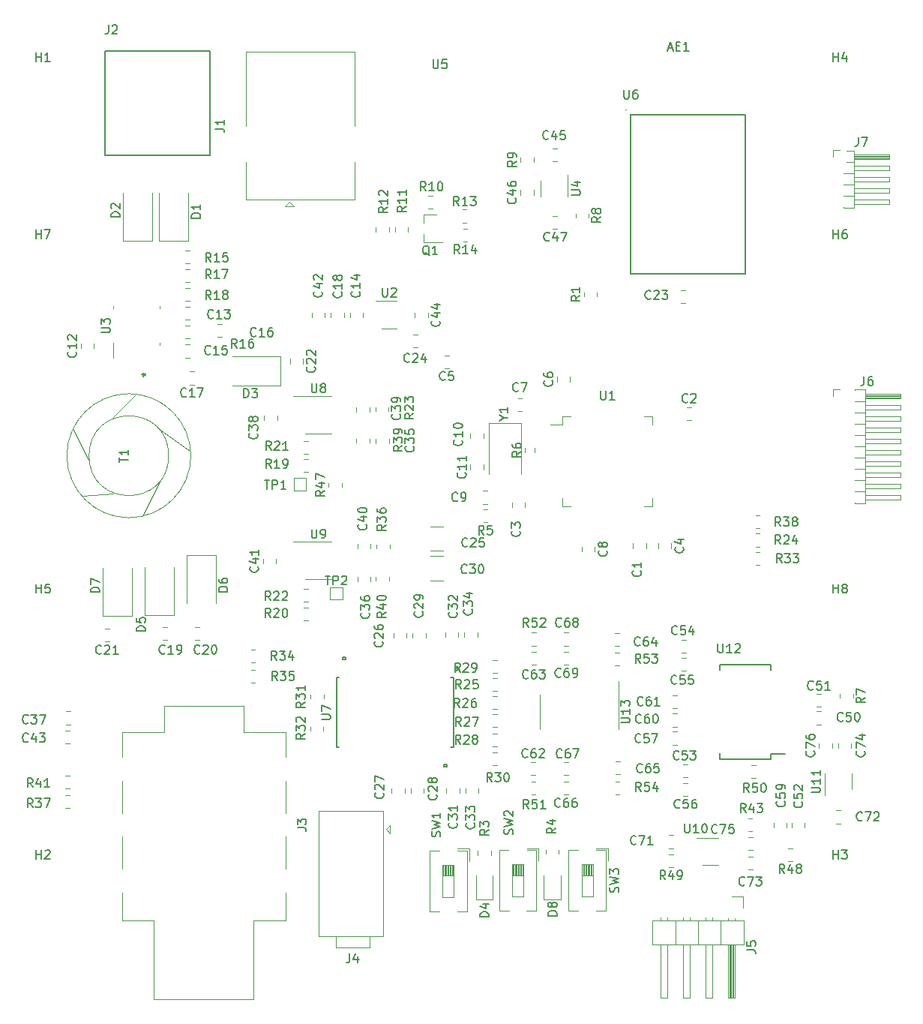
<source format=gbr>
G04 #@! TF.GenerationSoftware,KiCad,Pcbnew,5.1.9*
G04 #@! TF.CreationDate,2021-05-27T16:29:05+08:00*
G04 #@! TF.ProjectId,digital-amplifier2,64696769-7461-46c2-9d61-6d706c696669,rev?*
G04 #@! TF.SameCoordinates,Original*
G04 #@! TF.FileFunction,Legend,Top*
G04 #@! TF.FilePolarity,Positive*
%FSLAX46Y46*%
G04 Gerber Fmt 4.6, Leading zero omitted, Abs format (unit mm)*
G04 Created by KiCad (PCBNEW 5.1.9) date 2021-05-27 16:29:05*
%MOMM*%
%LPD*%
G01*
G04 APERTURE LIST*
%ADD10C,0.120000*%
%ADD11C,0.150000*%
%ADD12C,0.152400*%
G04 APERTURE END LIST*
D10*
X71564500Y-95250000D02*
X68008500Y-92710000D01*
X66230500Y-102616000D02*
X68262500Y-98552000D01*
X59372500Y-100330000D02*
X62928500Y-100076000D01*
X58356500Y-92710000D02*
X60134500Y-96266000D01*
X65468500Y-88900000D02*
X62928500Y-91440000D01*
X71706500Y-95758000D02*
G75*
G03*
X71706500Y-95758000I-7000000J0D01*
G01*
X69206500Y-95758000D02*
G75*
G03*
X69206500Y-95758000I-4500000J0D01*
G01*
X93419500Y-147222000D02*
X93419500Y-150022000D01*
X86119500Y-147222000D02*
X86119500Y-150022000D01*
X86119500Y-147222000D02*
X86119500Y-135822000D01*
X86119500Y-150022000D02*
X93419500Y-150022000D01*
X86119500Y-135822000D02*
X87219500Y-135822000D01*
X93419500Y-135822000D02*
X87219500Y-135822000D01*
X93419500Y-147222000D02*
X93419500Y-135822000D01*
X93719500Y-137922000D02*
X94219500Y-138422000D01*
X94219500Y-138422000D02*
X94219500Y-137422000D01*
X94219500Y-137422000D02*
X93719500Y-137922000D01*
X91884500Y-149987000D02*
X91884500Y-151257000D01*
X91884500Y-151257000D02*
X88074500Y-151257000D01*
X88074500Y-151257000D02*
X88074500Y-149987000D01*
X144240000Y-61240000D02*
X145000000Y-61240000D01*
X144240000Y-62000000D02*
X144240000Y-61240000D01*
X150560000Y-67340000D02*
X146560000Y-67340000D01*
X150560000Y-66820000D02*
X150560000Y-67340000D01*
X146560000Y-66820000D02*
X150560000Y-66820000D01*
X145440000Y-66429677D02*
X145440000Y-66460323D01*
X145440000Y-66445000D02*
X146560000Y-66445000D01*
X150560000Y-66070000D02*
X146560000Y-66070000D01*
X150560000Y-65550000D02*
X150560000Y-66070000D01*
X146560000Y-65550000D02*
X150560000Y-65550000D01*
X145440000Y-65159677D02*
X145440000Y-65190323D01*
X145440000Y-65175000D02*
X146560000Y-65175000D01*
X150560000Y-64800000D02*
X146560000Y-64800000D01*
X150560000Y-64280000D02*
X150560000Y-64800000D01*
X146560000Y-64280000D02*
X150560000Y-64280000D01*
X145440000Y-63889677D02*
X145440000Y-63920323D01*
X145440000Y-63905000D02*
X146560000Y-63905000D01*
X150560000Y-63530000D02*
X146560000Y-63530000D01*
X150560000Y-63010000D02*
X150560000Y-63530000D01*
X146560000Y-63010000D02*
X150560000Y-63010000D01*
X145760000Y-62635000D02*
X146560000Y-62635000D01*
X146560000Y-62160000D02*
X150560000Y-62160000D01*
X146560000Y-62040000D02*
X150560000Y-62040000D01*
X146560000Y-61920000D02*
X150560000Y-61920000D01*
X146560000Y-61800000D02*
X150560000Y-61800000D01*
X150560000Y-62260000D02*
X146560000Y-62260000D01*
X150560000Y-61740000D02*
X150560000Y-62260000D01*
X146560000Y-61740000D02*
X150560000Y-61740000D01*
X145440000Y-67775000D02*
X145440000Y-67699677D01*
X146560000Y-67775000D02*
X145440000Y-67775000D01*
X146560000Y-61305000D02*
X146560000Y-67775000D01*
X145760000Y-61305000D02*
X146560000Y-61305000D01*
X144240000Y-88240000D02*
X145000000Y-88240000D01*
X144240000Y-89000000D02*
X144240000Y-88240000D01*
X151830000Y-100690000D02*
X147830000Y-100690000D01*
X151830000Y-100170000D02*
X151830000Y-100690000D01*
X147830000Y-100170000D02*
X151830000Y-100170000D01*
X146710000Y-99779677D02*
X146710000Y-99810323D01*
X146710000Y-99795000D02*
X147830000Y-99795000D01*
X151830000Y-99420000D02*
X147830000Y-99420000D01*
X151830000Y-98900000D02*
X151830000Y-99420000D01*
X147830000Y-98900000D02*
X151830000Y-98900000D01*
X146710000Y-98509677D02*
X146710000Y-98540323D01*
X146710000Y-98525000D02*
X147830000Y-98525000D01*
X151830000Y-98150000D02*
X147830000Y-98150000D01*
X151830000Y-97630000D02*
X151830000Y-98150000D01*
X147830000Y-97630000D02*
X151830000Y-97630000D01*
X146710000Y-97239677D02*
X146710000Y-97270323D01*
X146710000Y-97255000D02*
X147830000Y-97255000D01*
X151830000Y-96880000D02*
X147830000Y-96880000D01*
X151830000Y-96360000D02*
X151830000Y-96880000D01*
X147830000Y-96360000D02*
X151830000Y-96360000D01*
X146710000Y-95969677D02*
X146710000Y-96000323D01*
X146710000Y-95985000D02*
X147830000Y-95985000D01*
X151830000Y-95610000D02*
X147830000Y-95610000D01*
X151830000Y-95090000D02*
X151830000Y-95610000D01*
X147830000Y-95090000D02*
X151830000Y-95090000D01*
X146710000Y-94699677D02*
X146710000Y-94730323D01*
X146710000Y-94715000D02*
X147830000Y-94715000D01*
X151830000Y-94340000D02*
X147830000Y-94340000D01*
X151830000Y-93820000D02*
X151830000Y-94340000D01*
X147830000Y-93820000D02*
X151830000Y-93820000D01*
X146710000Y-93429677D02*
X146710000Y-93460323D01*
X146710000Y-93445000D02*
X147830000Y-93445000D01*
X151830000Y-93070000D02*
X147830000Y-93070000D01*
X151830000Y-92550000D02*
X151830000Y-93070000D01*
X147830000Y-92550000D02*
X151830000Y-92550000D01*
X146710000Y-92159677D02*
X146710000Y-92190323D01*
X146710000Y-92175000D02*
X147830000Y-92175000D01*
X151830000Y-91800000D02*
X147830000Y-91800000D01*
X151830000Y-91280000D02*
X151830000Y-91800000D01*
X147830000Y-91280000D02*
X151830000Y-91280000D01*
X146710000Y-90889677D02*
X146710000Y-90920323D01*
X146710000Y-90905000D02*
X147830000Y-90905000D01*
X151830000Y-90530000D02*
X147830000Y-90530000D01*
X151830000Y-90010000D02*
X151830000Y-90530000D01*
X147830000Y-90010000D02*
X151830000Y-90010000D01*
X146710000Y-89619677D02*
X146710000Y-89650323D01*
X146710000Y-89635000D02*
X147830000Y-89635000D01*
X147830000Y-89160000D02*
X151830000Y-89160000D01*
X147830000Y-89040000D02*
X151830000Y-89040000D01*
X147830000Y-88920000D02*
X151830000Y-88920000D01*
X147830000Y-88800000D02*
X151830000Y-88800000D01*
X151830000Y-89260000D02*
X147830000Y-89260000D01*
X151830000Y-88740000D02*
X151830000Y-89260000D01*
X147830000Y-88740000D02*
X151830000Y-88740000D01*
X146710000Y-101125000D02*
X146710000Y-101049677D01*
X147830000Y-101125000D02*
X146710000Y-101125000D01*
X147830000Y-88305000D02*
X147830000Y-101125000D01*
X146710000Y-88305000D02*
X147830000Y-88305000D01*
X146710000Y-88380323D02*
X146710000Y-88305000D01*
X114527000Y-87383252D02*
X114527000Y-86860748D01*
X113057000Y-87383252D02*
X113057000Y-86860748D01*
X118569000Y-140290500D02*
X118569000Y-147111500D01*
X114349000Y-140290500D02*
X114349000Y-147111500D01*
X118569000Y-140290500D02*
X117499000Y-140290500D01*
X115419000Y-140290500D02*
X114349000Y-140290500D01*
X118569000Y-147111500D02*
X117449000Y-147111500D01*
X115469000Y-147111500D02*
X114349000Y-147111500D01*
X118809000Y-140050500D02*
X118809000Y-141433500D01*
X118809000Y-140050500D02*
X117499000Y-140050500D01*
X117094000Y-141890500D02*
X115824000Y-141890500D01*
X115824000Y-141890500D02*
X115824000Y-145510500D01*
X115824000Y-145510500D02*
X117094000Y-145510500D01*
X117094000Y-145510500D02*
X117094000Y-141890500D01*
X116974000Y-141890500D02*
X116974000Y-143097167D01*
X116854000Y-141890500D02*
X116854000Y-143097167D01*
X116734000Y-141890500D02*
X116734000Y-143097167D01*
X116614000Y-141890500D02*
X116614000Y-143097167D01*
X116494000Y-141890500D02*
X116494000Y-143097167D01*
X116374000Y-141890500D02*
X116374000Y-143097167D01*
X116254000Y-141890500D02*
X116254000Y-143097167D01*
X116134000Y-141890500D02*
X116134000Y-143097167D01*
X116014000Y-141890500D02*
X116014000Y-143097167D01*
X115894000Y-141890500D02*
X115894000Y-143097167D01*
X117094000Y-143097167D02*
X115824000Y-143097167D01*
X110726750Y-140290500D02*
X110726750Y-147111500D01*
X106506750Y-140290500D02*
X106506750Y-147111500D01*
X110726750Y-140290500D02*
X109656750Y-140290500D01*
X107576750Y-140290500D02*
X106506750Y-140290500D01*
X110726750Y-147111500D02*
X109606750Y-147111500D01*
X107626750Y-147111500D02*
X106506750Y-147111500D01*
X110966750Y-140050500D02*
X110966750Y-141433500D01*
X110966750Y-140050500D02*
X109656750Y-140050500D01*
X109251750Y-141890500D02*
X107981750Y-141890500D01*
X107981750Y-141890500D02*
X107981750Y-145510500D01*
X107981750Y-145510500D02*
X109251750Y-145510500D01*
X109251750Y-145510500D02*
X109251750Y-141890500D01*
X109131750Y-141890500D02*
X109131750Y-143097167D01*
X109011750Y-141890500D02*
X109011750Y-143097167D01*
X108891750Y-141890500D02*
X108891750Y-143097167D01*
X108771750Y-141890500D02*
X108771750Y-143097167D01*
X108651750Y-141890500D02*
X108651750Y-143097167D01*
X108531750Y-141890500D02*
X108531750Y-143097167D01*
X108411750Y-141890500D02*
X108411750Y-143097167D01*
X108291750Y-141890500D02*
X108291750Y-143097167D01*
X108171750Y-141890500D02*
X108171750Y-143097167D01*
X108051750Y-141890500D02*
X108051750Y-143097167D01*
X109251750Y-143097167D02*
X107981750Y-143097167D01*
X102884500Y-140354000D02*
X102884500Y-147175000D01*
X98664500Y-140354000D02*
X98664500Y-147175000D01*
X102884500Y-140354000D02*
X101814500Y-140354000D01*
X99734500Y-140354000D02*
X98664500Y-140354000D01*
X102884500Y-147175000D02*
X101764500Y-147175000D01*
X99784500Y-147175000D02*
X98664500Y-147175000D01*
X103124500Y-140114000D02*
X103124500Y-141497000D01*
X103124500Y-140114000D02*
X101814500Y-140114000D01*
X101409500Y-141954000D02*
X100139500Y-141954000D01*
X100139500Y-141954000D02*
X100139500Y-145574000D01*
X100139500Y-145574000D02*
X101409500Y-145574000D01*
X101409500Y-145574000D02*
X101409500Y-141954000D01*
X101289500Y-141954000D02*
X101289500Y-143160667D01*
X101169500Y-141954000D02*
X101169500Y-143160667D01*
X101049500Y-141954000D02*
X101049500Y-143160667D01*
X100929500Y-141954000D02*
X100929500Y-143160667D01*
X100809500Y-141954000D02*
X100809500Y-143160667D01*
X100689500Y-141954000D02*
X100689500Y-143160667D01*
X100569500Y-141954000D02*
X100569500Y-143160667D01*
X100449500Y-141954000D02*
X100449500Y-143160667D01*
X100329500Y-141954000D02*
X100329500Y-143160667D01*
X100209500Y-141954000D02*
X100209500Y-143160667D01*
X101409500Y-143160667D02*
X100139500Y-143160667D01*
X83310500Y-99696500D02*
X83310500Y-98296500D01*
X84710500Y-99696500D02*
X83310500Y-99696500D01*
X84710500Y-98296500D02*
X84710500Y-99696500D01*
X83310500Y-98296500D02*
X84710500Y-98296500D01*
X143270000Y-131644500D02*
X143270000Y-134074500D01*
X146340000Y-133404500D02*
X146340000Y-131644500D01*
X131245500Y-138888500D02*
X128815500Y-138888500D01*
X129485500Y-141958500D02*
X131245500Y-141958500D01*
X114286000Y-66475500D02*
X114286000Y-64045500D01*
X111216000Y-64715500D02*
X111216000Y-66475500D01*
X62972500Y-83037084D02*
X62972500Y-84751500D01*
X62972500Y-79165916D02*
X62972500Y-78901500D01*
X68192500Y-83037084D02*
X68192500Y-83301500D01*
X68192500Y-79165916D02*
X68192500Y-78901500D01*
X94987000Y-78309500D02*
X92557000Y-78309500D01*
X93227000Y-81379500D02*
X94987000Y-81379500D01*
X126147564Y-140743000D02*
X125693436Y-140743000D01*
X126147564Y-142213000D02*
X125693436Y-142213000D01*
X139609564Y-140044500D02*
X139155436Y-140044500D01*
X139609564Y-141514500D02*
X139155436Y-141514500D01*
X88746000Y-99287064D02*
X88746000Y-98832936D01*
X87276000Y-99287064D02*
X87276000Y-98832936D01*
X58012064Y-131853000D02*
X57557936Y-131853000D01*
X58012064Y-133323000D02*
X57557936Y-133323000D01*
X135472436Y-103922500D02*
X135926564Y-103922500D01*
X135472436Y-102452500D02*
X135926564Y-102452500D01*
X57557936Y-135545500D02*
X58012064Y-135545500D01*
X57557936Y-134075500D02*
X58012064Y-134075500D01*
X135472436Y-108113500D02*
X135926564Y-108113500D01*
X135472436Y-106643500D02*
X135926564Y-106643500D01*
X135472436Y-106018000D02*
X135926564Y-106018000D01*
X135472436Y-104548000D02*
X135926564Y-104548000D01*
X84936064Y-110771000D02*
X84481936Y-110771000D01*
X84936064Y-112241000D02*
X84481936Y-112241000D01*
X84481936Y-95540500D02*
X84936064Y-95540500D01*
X84481936Y-94070500D02*
X84936064Y-94070500D01*
X84481936Y-114336500D02*
X84936064Y-114336500D01*
X84481936Y-112866500D02*
X84936064Y-112866500D01*
X84481936Y-97572500D02*
X84936064Y-97572500D01*
X84481936Y-96102500D02*
X84936064Y-96102500D01*
X71537564Y-76813300D02*
X71083436Y-76813300D01*
X71537564Y-78283300D02*
X71083436Y-78283300D01*
X71083436Y-76180400D02*
X71537564Y-76180400D01*
X71083436Y-74710400D02*
X71537564Y-74710400D01*
X71083436Y-82549100D02*
X71537564Y-82549100D01*
X71083436Y-81079100D02*
X71537564Y-81079100D01*
X71083436Y-74077500D02*
X71537564Y-74077500D01*
X71083436Y-72607500D02*
X71537564Y-72607500D01*
X102906564Y-70131000D02*
X102452436Y-70131000D01*
X102906564Y-71601000D02*
X102452436Y-71601000D01*
X102388936Y-69442000D02*
X102843064Y-69442000D01*
X102388936Y-67972000D02*
X102843064Y-67972000D01*
X94080000Y-70458064D02*
X94080000Y-70003936D01*
X92610000Y-70458064D02*
X92610000Y-70003936D01*
X96239000Y-70458064D02*
X96239000Y-70003936D01*
X94769000Y-70458064D02*
X94769000Y-70003936D01*
X98969564Y-66384500D02*
X98515436Y-66384500D01*
X98969564Y-67854500D02*
X98515436Y-67854500D01*
X110399500Y-62584064D02*
X110399500Y-62129936D01*
X108929500Y-62584064D02*
X108929500Y-62129936D01*
X115152500Y-68416436D02*
X115152500Y-68870564D01*
X116622500Y-68416436D02*
X116622500Y-68870564D01*
X144997500Y-122645436D02*
X144997500Y-123099564D01*
X146467500Y-122645436D02*
X146467500Y-123099564D01*
X111787000Y-140234936D02*
X111787000Y-140689064D01*
X113257000Y-140234936D02*
X113257000Y-140689064D01*
X104103500Y-140361936D02*
X104103500Y-140816064D01*
X105573500Y-140361936D02*
X105573500Y-140816064D01*
X97982500Y-68524000D02*
X99442500Y-68524000D01*
X97982500Y-71684000D02*
X100142500Y-71684000D01*
X97982500Y-71684000D02*
X97982500Y-70754000D01*
X97982500Y-68524000D02*
X97982500Y-69454000D01*
X134048500Y-145542000D02*
X134048500Y-146812000D01*
X132778500Y-145542000D02*
X134048500Y-145542000D01*
X124778500Y-147854929D02*
X124778500Y-148252000D01*
X125538500Y-147854929D02*
X125538500Y-148252000D01*
X124778500Y-156912000D02*
X124778500Y-150912000D01*
X125538500Y-156912000D02*
X124778500Y-156912000D01*
X125538500Y-150912000D02*
X125538500Y-156912000D01*
X126428500Y-148252000D02*
X126428500Y-150912000D01*
X127318500Y-147854929D02*
X127318500Y-148252000D01*
X128078500Y-147854929D02*
X128078500Y-148252000D01*
X127318500Y-156912000D02*
X127318500Y-150912000D01*
X128078500Y-156912000D02*
X127318500Y-156912000D01*
X128078500Y-150912000D02*
X128078500Y-156912000D01*
X128968500Y-148252000D02*
X128968500Y-150912000D01*
X129858500Y-147854929D02*
X129858500Y-148252000D01*
X130618500Y-147854929D02*
X130618500Y-148252000D01*
X129858500Y-156912000D02*
X129858500Y-150912000D01*
X130618500Y-156912000D02*
X129858500Y-156912000D01*
X130618500Y-150912000D02*
X130618500Y-156912000D01*
X131508500Y-148252000D02*
X131508500Y-150912000D01*
X132398500Y-147922000D02*
X132398500Y-148252000D01*
X133158500Y-147922000D02*
X133158500Y-148252000D01*
X132498500Y-150912000D02*
X132498500Y-156912000D01*
X132618500Y-150912000D02*
X132618500Y-156912000D01*
X132738500Y-150912000D02*
X132738500Y-156912000D01*
X132858500Y-150912000D02*
X132858500Y-156912000D01*
X132978500Y-150912000D02*
X132978500Y-156912000D01*
X133098500Y-150912000D02*
X133098500Y-156912000D01*
X132398500Y-156912000D02*
X132398500Y-150912000D01*
X133158500Y-156912000D02*
X132398500Y-156912000D01*
X133158500Y-150912000D02*
X133158500Y-156912000D01*
X134108500Y-150912000D02*
X134108500Y-148252000D01*
X123828500Y-150912000D02*
X134108500Y-150912000D01*
X123828500Y-148252000D02*
X123828500Y-150912000D01*
X134108500Y-148252000D02*
X123828500Y-148252000D01*
X78785000Y-148234000D02*
X82385000Y-148234000D01*
X77635000Y-126994000D02*
X82385000Y-126994000D01*
X77635000Y-123994000D02*
X77635000Y-126994000D01*
X68735000Y-123994000D02*
X77635000Y-123994000D01*
X63945000Y-126994000D02*
X68695000Y-126994000D01*
X82385000Y-126994000D02*
X82385000Y-129714000D01*
X82385000Y-132464000D02*
X82385000Y-136064000D01*
X82385000Y-138764000D02*
X82385000Y-142364000D01*
X63945000Y-142364000D02*
X63945000Y-138764000D01*
X63945000Y-136064000D02*
X63945000Y-132464000D01*
X63945000Y-129714000D02*
X63945000Y-126994000D01*
X63945000Y-148234000D02*
X63945000Y-145114000D01*
X82385000Y-148234000D02*
X82385000Y-145114000D01*
X63945000Y-148234000D02*
X67545000Y-148234000D01*
X68695000Y-123994000D02*
X68695000Y-126994000D01*
X67545000Y-148234000D02*
X67545000Y-157084000D01*
X67545000Y-157084000D02*
X78785000Y-157084000D01*
X78785000Y-148234000D02*
X78785000Y-157084000D01*
D11*
X61976000Y-50083720D02*
X61978540Y-50081180D01*
X73825100Y-50081180D02*
X61978540Y-50081180D01*
X73825100Y-61838840D02*
X73825100Y-50081180D01*
X61968380Y-61838840D02*
X73825100Y-61838840D01*
X61968380Y-50076100D02*
X61968380Y-61838840D01*
D10*
X83304000Y-67598000D02*
X82804000Y-67098000D01*
X82304000Y-67598000D02*
X83304000Y-67598000D01*
X82804000Y-67098000D02*
X82304000Y-67598000D01*
X90214000Y-50158000D02*
X90214000Y-58518000D01*
X77894000Y-50158000D02*
X90214000Y-50158000D01*
X77894000Y-58518000D02*
X77894000Y-50158000D01*
X90214000Y-66878000D02*
X90214000Y-62618000D01*
X77894000Y-66878000D02*
X90214000Y-66878000D01*
X77894000Y-62618000D02*
X77894000Y-66878000D01*
X113482000Y-145830000D02*
X113482000Y-143145000D01*
X111562000Y-145830000D02*
X113482000Y-145830000D01*
X111562000Y-143145000D02*
X111562000Y-145830000D01*
X61786500Y-113826500D02*
X61786500Y-108426500D01*
X65086500Y-113826500D02*
X65086500Y-108426500D01*
X61786500Y-113826500D02*
X65086500Y-113826500D01*
X74548000Y-106963000D02*
X74548000Y-112363000D01*
X71248000Y-106963000D02*
X71248000Y-112363000D01*
X74548000Y-106963000D02*
X71248000Y-106963000D01*
X66485500Y-113763000D02*
X66485500Y-108363000D01*
X69785500Y-113763000D02*
X69785500Y-108363000D01*
X66485500Y-113763000D02*
X69785500Y-113763000D01*
X105798500Y-145830000D02*
X105798500Y-143145000D01*
X103878500Y-145830000D02*
X105798500Y-145830000D01*
X103878500Y-143145000D02*
X103878500Y-145830000D01*
X81822500Y-87883000D02*
X76422500Y-87883000D01*
X81822500Y-84583000D02*
X76422500Y-84583000D01*
X81822500Y-87883000D02*
X81822500Y-84583000D01*
X64072500Y-71472000D02*
X64072500Y-66072000D01*
X67372500Y-71472000D02*
X67372500Y-66072000D01*
X64072500Y-71472000D02*
X67372500Y-71472000D01*
X68136500Y-71472000D02*
X68136500Y-66072000D01*
X71436500Y-71472000D02*
X71436500Y-66072000D01*
X68136500Y-71472000D02*
X71436500Y-71472000D01*
X144118000Y-128721752D02*
X144118000Y-128199248D01*
X142648000Y-128721752D02*
X142648000Y-128199248D01*
X134612748Y-140244500D02*
X135135252Y-140244500D01*
X134612748Y-138774500D02*
X135135252Y-138774500D01*
X146277000Y-128721752D02*
X146277000Y-128199248D01*
X144807000Y-128721752D02*
X144807000Y-128199248D01*
X134612748Y-142467000D02*
X135135252Y-142467000D01*
X134612748Y-140997000D02*
X135135252Y-140997000D01*
X144582248Y-137260000D02*
X145104752Y-137260000D01*
X144582248Y-135790000D02*
X145104752Y-135790000D01*
X126181752Y-138584000D02*
X125659248Y-138584000D01*
X126181752Y-140054000D02*
X125659248Y-140054000D01*
X113100752Y-68670500D02*
X112578248Y-68670500D01*
X113100752Y-70140500D02*
X112578248Y-70140500D01*
X110399500Y-66301252D02*
X110399500Y-65778748D01*
X108929500Y-66301252D02*
X108929500Y-65778748D01*
X113037252Y-61050500D02*
X112514748Y-61050500D01*
X113037252Y-62520500D02*
X112514748Y-62520500D01*
X96991500Y-79621748D02*
X96991500Y-80144252D01*
X98461500Y-79621748D02*
X98461500Y-80144252D01*
X58066252Y-126773000D02*
X57543748Y-126773000D01*
X58066252Y-128243000D02*
X57543748Y-128243000D01*
X85371000Y-79621748D02*
X85371000Y-80144252D01*
X86841000Y-79621748D02*
X86841000Y-80144252D01*
X81316500Y-107893752D02*
X81316500Y-107371248D01*
X79846500Y-107893752D02*
X79846500Y-107371248D01*
X79973500Y-91242248D02*
X79973500Y-91764752D01*
X81443500Y-91242248D02*
X81443500Y-91764752D01*
X58109752Y-124614000D02*
X57587248Y-124614000D01*
X58109752Y-126084000D02*
X57587248Y-126084000D01*
X96769248Y-83539000D02*
X97291752Y-83539000D01*
X96769248Y-82069000D02*
X97291752Y-82069000D01*
X82894500Y-84828748D02*
X82894500Y-85351252D01*
X84364500Y-84828748D02*
X84364500Y-85351252D01*
X62491252Y-115279500D02*
X61968748Y-115279500D01*
X62491252Y-116749500D02*
X61968748Y-116749500D01*
X72192248Y-116559000D02*
X72714752Y-116559000D01*
X72192248Y-115089000D02*
X72714752Y-115089000D01*
X68509248Y-116559000D02*
X69031752Y-116559000D01*
X68509248Y-115089000D02*
X69031752Y-115089000D01*
X87530000Y-79619248D02*
X87530000Y-80141752D01*
X89000000Y-79619248D02*
X89000000Y-80141752D01*
X72079752Y-86260000D02*
X71557248Y-86260000D01*
X72079752Y-87730000D02*
X71557248Y-87730000D01*
X74668748Y-82332500D02*
X75191252Y-82332500D01*
X74668748Y-80862500D02*
X75191252Y-80862500D01*
X71029248Y-84682000D02*
X71551752Y-84682000D01*
X71029248Y-83212000D02*
X71551752Y-83212000D01*
X89689000Y-79621748D02*
X89689000Y-80144252D01*
X91159000Y-79621748D02*
X91159000Y-80144252D01*
X71029248Y-80416200D02*
X71551752Y-80416200D01*
X71029248Y-78946200D02*
X71551752Y-78946200D01*
X60742500Y-83636752D02*
X60742500Y-83114248D01*
X59272500Y-83636752D02*
X59272500Y-83114248D01*
D12*
X100647500Y-130639299D02*
X100647500Y-130893299D01*
X100266500Y-130639299D02*
X100647500Y-130639299D01*
X100266500Y-130893299D02*
X100266500Y-130639299D01*
X100647500Y-130893299D02*
X100266500Y-130893299D01*
X89217500Y-118788701D02*
X89217500Y-118534701D01*
X88836500Y-118788701D02*
X89217500Y-118788701D01*
X88836500Y-118534701D02*
X88836500Y-118788701D01*
X89217500Y-118534701D02*
X88836500Y-118534701D01*
X101068740Y-128638300D02*
X101346000Y-128638300D01*
X88415260Y-120789700D02*
X88138000Y-120789700D01*
X101346000Y-120789700D02*
X101068740Y-120789700D01*
X101346000Y-128638300D02*
X101346000Y-120789700D01*
X88138000Y-128638300D02*
X88415260Y-128638300D01*
X88138000Y-120789700D02*
X88138000Y-128638300D01*
D10*
X87438000Y-112015500D02*
X87438000Y-110615500D01*
X88838000Y-112015500D02*
X87438000Y-112015500D01*
X88838000Y-110615500D02*
X88838000Y-112015500D01*
X87438000Y-110615500D02*
X88838000Y-110615500D01*
X86106000Y-105459000D02*
X83231000Y-105459000D01*
X86106000Y-105459000D02*
X87606000Y-105459000D01*
X86106000Y-109679000D02*
X84606000Y-109679000D01*
X86106000Y-109679000D02*
X87606000Y-109679000D01*
X86106000Y-89012500D02*
X83231000Y-89012500D01*
X86106000Y-89012500D02*
X87606000Y-89012500D01*
X86106000Y-93232500D02*
X84606000Y-93232500D01*
X86106000Y-93232500D02*
X87606000Y-93232500D01*
X135101064Y-136679000D02*
X134646936Y-136679000D01*
X135101064Y-138149000D02*
X134646936Y-138149000D01*
X92610000Y-109437436D02*
X92610000Y-109891564D01*
X94080000Y-109437436D02*
X94080000Y-109891564D01*
X91857500Y-94270564D02*
X91857500Y-93816436D01*
X90387500Y-94270564D02*
X90387500Y-93816436D01*
X94143500Y-106208564D02*
X94143500Y-105754436D01*
X92673500Y-106208564D02*
X92673500Y-105754436D01*
X94016500Y-90714564D02*
X94016500Y-90260436D01*
X92546500Y-90714564D02*
X92546500Y-90260436D01*
X91984500Y-106242752D02*
X91984500Y-105720248D01*
X90514500Y-106242752D02*
X90514500Y-105720248D01*
X90387500Y-90289748D02*
X90387500Y-90812252D01*
X91857500Y-90289748D02*
X91857500Y-90812252D01*
X90514500Y-109403248D02*
X90514500Y-109925752D01*
X91984500Y-109403248D02*
X91984500Y-109925752D01*
X94080000Y-94368252D02*
X94080000Y-93845748D01*
X92610000Y-94368252D02*
X92610000Y-93845748D01*
X119973350Y-124650500D02*
X119973350Y-121200500D01*
X119973350Y-124650500D02*
X119973350Y-126600500D01*
X111103350Y-124650500D02*
X111103350Y-122700500D01*
X111103350Y-124650500D02*
X111103350Y-126600500D01*
D11*
X137177500Y-129400500D02*
X138777500Y-129400500D01*
X137177500Y-119325500D02*
X131427500Y-119325500D01*
X137177500Y-129975500D02*
X131427500Y-129975500D01*
X137177500Y-119325500D02*
X137177500Y-119975500D01*
X131427500Y-119325500D02*
X131427500Y-119975500D01*
X131427500Y-129975500D02*
X131427500Y-129325500D01*
X137177500Y-129975500D02*
X137177500Y-129400500D01*
X121356120Y-57218580D02*
X121356120Y-75229720D01*
X121356120Y-75229720D02*
X134348500Y-75229720D01*
X134348500Y-75229720D02*
X134348500Y-57254140D01*
X134348500Y-57254140D02*
X121371360Y-57254140D01*
X120850660Y-56710580D02*
X120853200Y-56713120D01*
D10*
X110504500Y-95360258D02*
X110504500Y-94885742D01*
X109459500Y-95360258D02*
X109459500Y-94885742D01*
X114370752Y-117883000D02*
X113848248Y-117883000D01*
X114370752Y-119353000D02*
X113848248Y-119353000D01*
X114370752Y-115724000D02*
X113848248Y-115724000D01*
X114370752Y-117194000D02*
X113848248Y-117194000D01*
X114307252Y-130329000D02*
X113784748Y-130329000D01*
X114307252Y-131799000D02*
X113784748Y-131799000D01*
X114307252Y-132551500D02*
X113784748Y-132551500D01*
X114307252Y-134021500D02*
X113784748Y-134021500D01*
X120212752Y-130265500D02*
X119690248Y-130265500D01*
X120212752Y-131735500D02*
X119690248Y-131735500D01*
X120085752Y-115787500D02*
X119563248Y-115787500D01*
X120085752Y-117257500D02*
X119563248Y-117257500D01*
X127832752Y-132678500D02*
X127310248Y-132678500D01*
X127832752Y-134148500D02*
X127310248Y-134148500D01*
X100215752Y-107098000D02*
X98793248Y-107098000D01*
X100215752Y-109818000D02*
X98793248Y-109818000D01*
X100215752Y-103732500D02*
X98793248Y-103732500D01*
X100215752Y-106452500D02*
X98793248Y-106452500D01*
X103278000Y-93276748D02*
X103278000Y-93799252D01*
X104748000Y-93276748D02*
X104748000Y-93799252D01*
X109106064Y-89244500D02*
X108651936Y-89244500D01*
X109106064Y-90714500D02*
X108651936Y-90714500D01*
X105226752Y-99722000D02*
X104704248Y-99722000D01*
X105226752Y-101192000D02*
X104704248Y-101192000D01*
X115851000Y-106037748D02*
X115851000Y-106560252D01*
X117321000Y-106037748D02*
X117321000Y-106560252D01*
X124487000Y-105656748D02*
X124487000Y-106179252D01*
X125957000Y-105656748D02*
X125957000Y-106179252D01*
X109447000Y-101543752D02*
X109447000Y-101021248D01*
X107977000Y-101543752D02*
X107977000Y-101021248D01*
X127691248Y-91730500D02*
X128213752Y-91730500D01*
X127691248Y-90260500D02*
X128213752Y-90260500D01*
X86714000Y-123163064D02*
X86714000Y-122708936D01*
X85244000Y-123163064D02*
X85244000Y-122708936D01*
X105817936Y-130719500D02*
X106272064Y-130719500D01*
X105817936Y-129249500D02*
X106272064Y-129249500D01*
X105817936Y-128560500D02*
X106272064Y-128560500D01*
X105817936Y-127090500D02*
X106272064Y-127090500D01*
X105817936Y-124369500D02*
X106272064Y-124369500D01*
X105817936Y-122899500D02*
X106272064Y-122899500D01*
X113635000Y-92233000D02*
X112295000Y-92233000D01*
X113635000Y-91283000D02*
X113635000Y-92233000D01*
X114585000Y-91283000D02*
X113635000Y-91283000D01*
X123855000Y-91283000D02*
X123855000Y-92233000D01*
X122905000Y-91283000D02*
X123855000Y-91283000D01*
X113635000Y-101503000D02*
X113635000Y-100553000D01*
X114585000Y-101503000D02*
X113635000Y-101503000D01*
X123855000Y-101503000D02*
X123855000Y-100553000D01*
X122905000Y-101503000D02*
X123855000Y-101503000D01*
X105192564Y-101817500D02*
X104738436Y-101817500D01*
X105192564Y-103287500D02*
X104738436Y-103287500D01*
X110165248Y-119353000D02*
X110687752Y-119353000D01*
X110165248Y-117883000D02*
X110687752Y-117883000D01*
X110101748Y-131799000D02*
X110624252Y-131799000D01*
X110101748Y-130329000D02*
X110624252Y-130329000D01*
X126626252Y-122772500D02*
X126103748Y-122772500D01*
X126626252Y-124242500D02*
X126103748Y-124242500D01*
X104748000Y-97289252D02*
X104748000Y-96766748D01*
X103278000Y-97289252D02*
X103278000Y-96766748D01*
X98207500Y-116275752D02*
X98207500Y-115753248D01*
X96737500Y-116275752D02*
X96737500Y-115753248D01*
X100547500Y-133279248D02*
X100547500Y-133801752D01*
X102017500Y-133279248D02*
X102017500Y-133801752D01*
X101890500Y-116212252D02*
X101890500Y-115689748D01*
X100420500Y-116212252D02*
X100420500Y-115689748D01*
X139536500Y-137216248D02*
X139536500Y-137738752D01*
X141006500Y-137216248D02*
X141006500Y-137738752D01*
X127832752Y-130583000D02*
X127310248Y-130583000D01*
X127832752Y-132053000D02*
X127310248Y-132053000D01*
X127642252Y-116549500D02*
X127119748Y-116549500D01*
X127642252Y-118019500D02*
X127119748Y-118019500D01*
X127642252Y-118581500D02*
X127119748Y-118581500D01*
X127642252Y-120051500D02*
X127119748Y-120051500D01*
X126626252Y-126900000D02*
X126103748Y-126900000D01*
X126626252Y-128370000D02*
X126103748Y-128370000D01*
X137504500Y-137216248D02*
X137504500Y-137738752D01*
X138974500Y-137216248D02*
X138974500Y-137738752D01*
X126626252Y-124868000D02*
X126103748Y-124868000D01*
X126626252Y-126338000D02*
X126103748Y-126338000D01*
X105817936Y-120305500D02*
X106272064Y-120305500D01*
X105817936Y-118835500D02*
X106272064Y-118835500D01*
X78512936Y-119099000D02*
X78967064Y-119099000D01*
X78512936Y-117629000D02*
X78967064Y-117629000D01*
X85180500Y-126328436D02*
X85180500Y-126782564D01*
X86650500Y-126328436D02*
X86650500Y-126782564D01*
X105817936Y-126401500D02*
X106272064Y-126401500D01*
X105817936Y-124931500D02*
X106272064Y-124931500D01*
X135027936Y-132116500D02*
X135482064Y-132116500D01*
X135027936Y-130646500D02*
X135482064Y-130646500D01*
X110184436Y-134021500D02*
X110638564Y-134021500D01*
X110184436Y-132551500D02*
X110638564Y-132551500D01*
X120115064Y-132551500D02*
X119660936Y-132551500D01*
X120115064Y-134021500D02*
X119660936Y-134021500D01*
X120051564Y-117946500D02*
X119597436Y-117946500D01*
X120051564Y-119416500D02*
X119597436Y-119416500D01*
X110199436Y-117194000D02*
X110653564Y-117194000D01*
X110199436Y-115724000D02*
X110653564Y-115724000D01*
X104049500Y-116212252D02*
X104049500Y-115689748D01*
X102579500Y-116212252D02*
X102579500Y-115689748D01*
X102706500Y-133279248D02*
X102706500Y-133801752D01*
X104176500Y-133279248D02*
X104176500Y-133801752D01*
X142359748Y-124115500D02*
X142882252Y-124115500D01*
X142359748Y-122645500D02*
X142882252Y-122645500D01*
X142359748Y-126084000D02*
X142882252Y-126084000D01*
X142359748Y-124614000D02*
X142882252Y-124614000D01*
X78512936Y-121385000D02*
X78967064Y-121385000D01*
X78512936Y-119915000D02*
X78967064Y-119915000D01*
X121629500Y-105656748D02*
X121629500Y-106179252D01*
X123099500Y-105656748D02*
X123099500Y-106179252D01*
X100845252Y-84418500D02*
X100322748Y-84418500D01*
X100845252Y-85888500D02*
X100322748Y-85888500D01*
X127578752Y-77052500D02*
X127056248Y-77052500D01*
X127578752Y-78522500D02*
X127056248Y-78522500D01*
X96048500Y-116275752D02*
X96048500Y-115753248D01*
X94578500Y-116275752D02*
X94578500Y-115753248D01*
X94388000Y-133279248D02*
X94388000Y-133801752D01*
X95858000Y-133279248D02*
X95858000Y-133801752D01*
X96547000Y-133279248D02*
X96547000Y-133801752D01*
X98017000Y-133279248D02*
X98017000Y-133801752D01*
X105388000Y-92073000D02*
X105388000Y-97823000D01*
X108988000Y-92073000D02*
X105388000Y-92073000D01*
X108988000Y-97823000D02*
X108988000Y-92073000D01*
X105817936Y-122337500D02*
X106272064Y-122337500D01*
X105817936Y-120867500D02*
X106272064Y-120867500D01*
X117575000Y-77760564D02*
X117575000Y-77306436D01*
X116105000Y-77760564D02*
X116105000Y-77306436D01*
D11*
X63658880Y-96519904D02*
X63658880Y-95948476D01*
X64658880Y-96234190D02*
X63658880Y-96234190D01*
X64658880Y-95091333D02*
X64658880Y-95662761D01*
X64658880Y-95377047D02*
X63658880Y-95377047D01*
X63801738Y-95472285D01*
X63896976Y-95567523D01*
X63944595Y-95662761D01*
X66190880Y-86614000D02*
X66428976Y-86614000D01*
X66333738Y-86852095D02*
X66428976Y-86614000D01*
X66333738Y-86375904D01*
X66619452Y-86756857D02*
X66428976Y-86614000D01*
X66619452Y-86471142D01*
X89646166Y-151979380D02*
X89646166Y-152693666D01*
X89598547Y-152836523D01*
X89503309Y-152931761D01*
X89360452Y-152979380D01*
X89265214Y-152979380D01*
X90550928Y-152312714D02*
X90550928Y-152979380D01*
X90312833Y-151931761D02*
X90074738Y-152646047D01*
X90693785Y-152646047D01*
X147099166Y-59817380D02*
X147099166Y-60531666D01*
X147051547Y-60674523D01*
X146956309Y-60769761D01*
X146813452Y-60817380D01*
X146718214Y-60817380D01*
X147480119Y-59817380D02*
X148146785Y-59817380D01*
X147718214Y-60817380D01*
X147734166Y-86817380D02*
X147734166Y-87531666D01*
X147686547Y-87674523D01*
X147591309Y-87769761D01*
X147448452Y-87817380D01*
X147353214Y-87817380D01*
X148638928Y-86817380D02*
X148448452Y-86817380D01*
X148353214Y-86865000D01*
X148305595Y-86912619D01*
X148210357Y-87055476D01*
X148162738Y-87245952D01*
X148162738Y-87626904D01*
X148210357Y-87722142D01*
X148257976Y-87769761D01*
X148353214Y-87817380D01*
X148543690Y-87817380D01*
X148638928Y-87769761D01*
X148686547Y-87722142D01*
X148734166Y-87626904D01*
X148734166Y-87388809D01*
X148686547Y-87293571D01*
X148638928Y-87245952D01*
X148543690Y-87198333D01*
X148353214Y-87198333D01*
X148257976Y-87245952D01*
X148210357Y-87293571D01*
X148162738Y-87388809D01*
X112469142Y-87288666D02*
X112516761Y-87336285D01*
X112564380Y-87479142D01*
X112564380Y-87574380D01*
X112516761Y-87717238D01*
X112421523Y-87812476D01*
X112326285Y-87860095D01*
X112135809Y-87907714D01*
X111992952Y-87907714D01*
X111802476Y-87860095D01*
X111707238Y-87812476D01*
X111612000Y-87717238D01*
X111564380Y-87574380D01*
X111564380Y-87479142D01*
X111612000Y-87336285D01*
X111659619Y-87288666D01*
X111564380Y-86431523D02*
X111564380Y-86622000D01*
X111612000Y-86717238D01*
X111659619Y-86764857D01*
X111802476Y-86860095D01*
X111992952Y-86907714D01*
X112373904Y-86907714D01*
X112469142Y-86860095D01*
X112516761Y-86812476D01*
X112564380Y-86717238D01*
X112564380Y-86526761D01*
X112516761Y-86431523D01*
X112469142Y-86383904D01*
X112373904Y-86336285D01*
X112135809Y-86336285D01*
X112040571Y-86383904D01*
X111992952Y-86431523D01*
X111945333Y-86526761D01*
X111945333Y-86717238D01*
X111992952Y-86812476D01*
X112040571Y-86860095D01*
X112135809Y-86907714D01*
X144238095Y-51252380D02*
X144238095Y-50252380D01*
X144238095Y-50728571D02*
X144809523Y-50728571D01*
X144809523Y-51252380D02*
X144809523Y-50252380D01*
X145714285Y-50585714D02*
X145714285Y-51252380D01*
X145476190Y-50204761D02*
X145238095Y-50919047D01*
X145857142Y-50919047D01*
X144238095Y-141252380D02*
X144238095Y-140252380D01*
X144238095Y-140728571D02*
X144809523Y-140728571D01*
X144809523Y-141252380D02*
X144809523Y-140252380D01*
X145190476Y-140252380D02*
X145809523Y-140252380D01*
X145476190Y-140633333D01*
X145619047Y-140633333D01*
X145714285Y-140680952D01*
X145761904Y-140728571D01*
X145809523Y-140823809D01*
X145809523Y-141061904D01*
X145761904Y-141157142D01*
X145714285Y-141204761D01*
X145619047Y-141252380D01*
X145333333Y-141252380D01*
X145238095Y-141204761D01*
X145190476Y-141157142D01*
X54238095Y-141252380D02*
X54238095Y-140252380D01*
X54238095Y-140728571D02*
X54809523Y-140728571D01*
X54809523Y-141252380D02*
X54809523Y-140252380D01*
X55238095Y-140347619D02*
X55285714Y-140300000D01*
X55380952Y-140252380D01*
X55619047Y-140252380D01*
X55714285Y-140300000D01*
X55761904Y-140347619D01*
X55809523Y-140442857D01*
X55809523Y-140538095D01*
X55761904Y-140680952D01*
X55190476Y-141252380D01*
X55809523Y-141252380D01*
X54238095Y-51252380D02*
X54238095Y-50252380D01*
X54238095Y-50728571D02*
X54809523Y-50728571D01*
X54809523Y-51252380D02*
X54809523Y-50252380D01*
X55809523Y-51252380D02*
X55238095Y-51252380D01*
X55523809Y-51252380D02*
X55523809Y-50252380D01*
X55428571Y-50395238D01*
X55333333Y-50490476D01*
X55238095Y-50538095D01*
X119973761Y-145033833D02*
X120021380Y-144890976D01*
X120021380Y-144652880D01*
X119973761Y-144557642D01*
X119926142Y-144510023D01*
X119830904Y-144462404D01*
X119735666Y-144462404D01*
X119640428Y-144510023D01*
X119592809Y-144557642D01*
X119545190Y-144652880D01*
X119497571Y-144843357D01*
X119449952Y-144938595D01*
X119402333Y-144986214D01*
X119307095Y-145033833D01*
X119211857Y-145033833D01*
X119116619Y-144986214D01*
X119069000Y-144938595D01*
X119021380Y-144843357D01*
X119021380Y-144605261D01*
X119069000Y-144462404D01*
X119021380Y-144129071D02*
X120021380Y-143890976D01*
X119307095Y-143700500D01*
X120021380Y-143510023D01*
X119021380Y-143271928D01*
X119021380Y-142986214D02*
X119021380Y-142367166D01*
X119402333Y-142700500D01*
X119402333Y-142557642D01*
X119449952Y-142462404D01*
X119497571Y-142414785D01*
X119592809Y-142367166D01*
X119830904Y-142367166D01*
X119926142Y-142414785D01*
X119973761Y-142462404D01*
X120021380Y-142557642D01*
X120021380Y-142843357D01*
X119973761Y-142938595D01*
X119926142Y-142986214D01*
X108037261Y-138493333D02*
X108084880Y-138350476D01*
X108084880Y-138112380D01*
X108037261Y-138017142D01*
X107989642Y-137969523D01*
X107894404Y-137921904D01*
X107799166Y-137921904D01*
X107703928Y-137969523D01*
X107656309Y-138017142D01*
X107608690Y-138112380D01*
X107561071Y-138302857D01*
X107513452Y-138398095D01*
X107465833Y-138445714D01*
X107370595Y-138493333D01*
X107275357Y-138493333D01*
X107180119Y-138445714D01*
X107132500Y-138398095D01*
X107084880Y-138302857D01*
X107084880Y-138064761D01*
X107132500Y-137921904D01*
X107084880Y-137588571D02*
X108084880Y-137350476D01*
X107370595Y-137160000D01*
X108084880Y-136969523D01*
X107084880Y-136731428D01*
X107180119Y-136398095D02*
X107132500Y-136350476D01*
X107084880Y-136255238D01*
X107084880Y-136017142D01*
X107132500Y-135921904D01*
X107180119Y-135874285D01*
X107275357Y-135826666D01*
X107370595Y-135826666D01*
X107513452Y-135874285D01*
X108084880Y-136445714D01*
X108084880Y-135826666D01*
X99845761Y-138747333D02*
X99893380Y-138604476D01*
X99893380Y-138366380D01*
X99845761Y-138271142D01*
X99798142Y-138223523D01*
X99702904Y-138175904D01*
X99607666Y-138175904D01*
X99512428Y-138223523D01*
X99464809Y-138271142D01*
X99417190Y-138366380D01*
X99369571Y-138556857D01*
X99321952Y-138652095D01*
X99274333Y-138699714D01*
X99179095Y-138747333D01*
X99083857Y-138747333D01*
X98988619Y-138699714D01*
X98941000Y-138652095D01*
X98893380Y-138556857D01*
X98893380Y-138318761D01*
X98941000Y-138175904D01*
X98893380Y-137842571D02*
X99893380Y-137604476D01*
X99179095Y-137414000D01*
X99893380Y-137223523D01*
X98893380Y-136985428D01*
X99893380Y-136080666D02*
X99893380Y-136652095D01*
X99893380Y-136366380D02*
X98893380Y-136366380D01*
X99036238Y-136461619D01*
X99131476Y-136556857D01*
X99179095Y-136652095D01*
X80018095Y-98512380D02*
X80589523Y-98512380D01*
X80303809Y-99512380D02*
X80303809Y-98512380D01*
X80922857Y-99512380D02*
X80922857Y-98512380D01*
X81303809Y-98512380D01*
X81399047Y-98560000D01*
X81446666Y-98607619D01*
X81494285Y-98702857D01*
X81494285Y-98845714D01*
X81446666Y-98940952D01*
X81399047Y-98988571D01*
X81303809Y-99036190D01*
X80922857Y-99036190D01*
X82446666Y-99512380D02*
X81875238Y-99512380D01*
X82160952Y-99512380D02*
X82160952Y-98512380D01*
X82065714Y-98655238D01*
X81970476Y-98750476D01*
X81875238Y-98798095D01*
X141782380Y-133762595D02*
X142591904Y-133762595D01*
X142687142Y-133714976D01*
X142734761Y-133667357D01*
X142782380Y-133572119D01*
X142782380Y-133381642D01*
X142734761Y-133286404D01*
X142687142Y-133238785D01*
X142591904Y-133191166D01*
X141782380Y-133191166D01*
X142782380Y-132191166D02*
X142782380Y-132762595D01*
X142782380Y-132476880D02*
X141782380Y-132476880D01*
X141925238Y-132572119D01*
X142020476Y-132667357D01*
X142068095Y-132762595D01*
X142782380Y-131238785D02*
X142782380Y-131810214D01*
X142782380Y-131524500D02*
X141782380Y-131524500D01*
X141925238Y-131619738D01*
X142020476Y-131714976D01*
X142068095Y-131810214D01*
X127476404Y-137310880D02*
X127476404Y-138120404D01*
X127524023Y-138215642D01*
X127571642Y-138263261D01*
X127666880Y-138310880D01*
X127857357Y-138310880D01*
X127952595Y-138263261D01*
X128000214Y-138215642D01*
X128047833Y-138120404D01*
X128047833Y-137310880D01*
X129047833Y-138310880D02*
X128476404Y-138310880D01*
X128762119Y-138310880D02*
X128762119Y-137310880D01*
X128666880Y-137453738D01*
X128571642Y-137548976D01*
X128476404Y-137596595D01*
X129666880Y-137310880D02*
X129762119Y-137310880D01*
X129857357Y-137358500D01*
X129904976Y-137406119D01*
X129952595Y-137501357D01*
X130000214Y-137691833D01*
X130000214Y-137929928D01*
X129952595Y-138120404D01*
X129904976Y-138215642D01*
X129857357Y-138263261D01*
X129762119Y-138310880D01*
X129666880Y-138310880D01*
X129571642Y-138263261D01*
X129524023Y-138215642D01*
X129476404Y-138120404D01*
X129428785Y-137929928D01*
X129428785Y-137691833D01*
X129476404Y-137501357D01*
X129524023Y-137406119D01*
X129571642Y-137358500D01*
X129666880Y-137310880D01*
X99065695Y-51049570D02*
X99065695Y-51859094D01*
X99113314Y-51954332D01*
X99160933Y-52001951D01*
X99256171Y-52049570D01*
X99446647Y-52049570D01*
X99541885Y-52001951D01*
X99589504Y-51954332D01*
X99637123Y-51859094D01*
X99637123Y-51049570D01*
X100589504Y-51049570D02*
X100113314Y-51049570D01*
X100065695Y-51525761D01*
X100113314Y-51478142D01*
X100208552Y-51430523D01*
X100446647Y-51430523D01*
X100541885Y-51478142D01*
X100589504Y-51525761D01*
X100637123Y-51620999D01*
X100637123Y-51859094D01*
X100589504Y-51954332D01*
X100541885Y-52001951D01*
X100446647Y-52049570D01*
X100208552Y-52049570D01*
X100113314Y-52001951D01*
X100065695Y-51954332D01*
X114678380Y-66357404D02*
X115487904Y-66357404D01*
X115583142Y-66309785D01*
X115630761Y-66262166D01*
X115678380Y-66166928D01*
X115678380Y-65976452D01*
X115630761Y-65881214D01*
X115583142Y-65833595D01*
X115487904Y-65785976D01*
X114678380Y-65785976D01*
X115011714Y-64881214D02*
X115678380Y-64881214D01*
X114630761Y-65119309D02*
X115345047Y-65357404D01*
X115345047Y-64738357D01*
X61584880Y-81863404D02*
X62394404Y-81863404D01*
X62489642Y-81815785D01*
X62537261Y-81768166D01*
X62584880Y-81672928D01*
X62584880Y-81482452D01*
X62537261Y-81387214D01*
X62489642Y-81339595D01*
X62394404Y-81291976D01*
X61584880Y-81291976D01*
X61584880Y-80911023D02*
X61584880Y-80291976D01*
X61965833Y-80625309D01*
X61965833Y-80482452D01*
X62013452Y-80387214D01*
X62061071Y-80339595D01*
X62156309Y-80291976D01*
X62394404Y-80291976D01*
X62489642Y-80339595D01*
X62537261Y-80387214D01*
X62584880Y-80482452D01*
X62584880Y-80768166D01*
X62537261Y-80863404D01*
X62489642Y-80911023D01*
X93345095Y-76821880D02*
X93345095Y-77631404D01*
X93392714Y-77726642D01*
X93440333Y-77774261D01*
X93535571Y-77821880D01*
X93726047Y-77821880D01*
X93821285Y-77774261D01*
X93868904Y-77726642D01*
X93916523Y-77631404D01*
X93916523Y-76821880D01*
X94345095Y-76917119D02*
X94392714Y-76869500D01*
X94487952Y-76821880D01*
X94726047Y-76821880D01*
X94821285Y-76869500D01*
X94868904Y-76917119D01*
X94916523Y-77012357D01*
X94916523Y-77107595D01*
X94868904Y-77250452D01*
X94297476Y-77821880D01*
X94916523Y-77821880D01*
X125277642Y-143580380D02*
X124944309Y-143104190D01*
X124706214Y-143580380D02*
X124706214Y-142580380D01*
X125087166Y-142580380D01*
X125182404Y-142628000D01*
X125230023Y-142675619D01*
X125277642Y-142770857D01*
X125277642Y-142913714D01*
X125230023Y-143008952D01*
X125182404Y-143056571D01*
X125087166Y-143104190D01*
X124706214Y-143104190D01*
X126134785Y-142913714D02*
X126134785Y-143580380D01*
X125896690Y-142532761D02*
X125658595Y-143247047D01*
X126277642Y-143247047D01*
X126706214Y-143580380D02*
X126896690Y-143580380D01*
X126991928Y-143532761D01*
X127039547Y-143485142D01*
X127134785Y-143342285D01*
X127182404Y-143151809D01*
X127182404Y-142770857D01*
X127134785Y-142675619D01*
X127087166Y-142628000D01*
X126991928Y-142580380D01*
X126801452Y-142580380D01*
X126706214Y-142628000D01*
X126658595Y-142675619D01*
X126610976Y-142770857D01*
X126610976Y-143008952D01*
X126658595Y-143104190D01*
X126706214Y-143151809D01*
X126801452Y-143199428D01*
X126991928Y-143199428D01*
X127087166Y-143151809D01*
X127134785Y-143104190D01*
X127182404Y-143008952D01*
X138739642Y-142881880D02*
X138406309Y-142405690D01*
X138168214Y-142881880D02*
X138168214Y-141881880D01*
X138549166Y-141881880D01*
X138644404Y-141929500D01*
X138692023Y-141977119D01*
X138739642Y-142072357D01*
X138739642Y-142215214D01*
X138692023Y-142310452D01*
X138644404Y-142358071D01*
X138549166Y-142405690D01*
X138168214Y-142405690D01*
X139596785Y-142215214D02*
X139596785Y-142881880D01*
X139358690Y-141834261D02*
X139120595Y-142548547D01*
X139739642Y-142548547D01*
X140263452Y-142310452D02*
X140168214Y-142262833D01*
X140120595Y-142215214D01*
X140072976Y-142119976D01*
X140072976Y-142072357D01*
X140120595Y-141977119D01*
X140168214Y-141929500D01*
X140263452Y-141881880D01*
X140453928Y-141881880D01*
X140549166Y-141929500D01*
X140596785Y-141977119D01*
X140644404Y-142072357D01*
X140644404Y-142119976D01*
X140596785Y-142215214D01*
X140549166Y-142262833D01*
X140453928Y-142310452D01*
X140263452Y-142310452D01*
X140168214Y-142358071D01*
X140120595Y-142405690D01*
X140072976Y-142500928D01*
X140072976Y-142691404D01*
X140120595Y-142786642D01*
X140168214Y-142834261D01*
X140263452Y-142881880D01*
X140453928Y-142881880D01*
X140549166Y-142834261D01*
X140596785Y-142786642D01*
X140644404Y-142691404D01*
X140644404Y-142500928D01*
X140596785Y-142405690D01*
X140549166Y-142358071D01*
X140453928Y-142310452D01*
X86813380Y-99702857D02*
X86337190Y-100036190D01*
X86813380Y-100274285D02*
X85813380Y-100274285D01*
X85813380Y-99893333D01*
X85861000Y-99798095D01*
X85908619Y-99750476D01*
X86003857Y-99702857D01*
X86146714Y-99702857D01*
X86241952Y-99750476D01*
X86289571Y-99798095D01*
X86337190Y-99893333D01*
X86337190Y-100274285D01*
X86146714Y-98845714D02*
X86813380Y-98845714D01*
X85765761Y-99083809D02*
X86480047Y-99321904D01*
X86480047Y-98702857D01*
X85813380Y-98417142D02*
X85813380Y-97750476D01*
X86813380Y-98179047D01*
X53840142Y-133167380D02*
X53506809Y-132691190D01*
X53268714Y-133167380D02*
X53268714Y-132167380D01*
X53649666Y-132167380D01*
X53744904Y-132215000D01*
X53792523Y-132262619D01*
X53840142Y-132357857D01*
X53840142Y-132500714D01*
X53792523Y-132595952D01*
X53744904Y-132643571D01*
X53649666Y-132691190D01*
X53268714Y-132691190D01*
X54697285Y-132500714D02*
X54697285Y-133167380D01*
X54459190Y-132119761D02*
X54221095Y-132834047D01*
X54840142Y-132834047D01*
X55744904Y-133167380D02*
X55173476Y-133167380D01*
X55459190Y-133167380D02*
X55459190Y-132167380D01*
X55363952Y-132310238D01*
X55268714Y-132405476D01*
X55173476Y-132453095D01*
X138295142Y-103703380D02*
X137961809Y-103227190D01*
X137723714Y-103703380D02*
X137723714Y-102703380D01*
X138104666Y-102703380D01*
X138199904Y-102751000D01*
X138247523Y-102798619D01*
X138295142Y-102893857D01*
X138295142Y-103036714D01*
X138247523Y-103131952D01*
X138199904Y-103179571D01*
X138104666Y-103227190D01*
X137723714Y-103227190D01*
X138628476Y-102703380D02*
X139247523Y-102703380D01*
X138914190Y-103084333D01*
X139057047Y-103084333D01*
X139152285Y-103131952D01*
X139199904Y-103179571D01*
X139247523Y-103274809D01*
X139247523Y-103512904D01*
X139199904Y-103608142D01*
X139152285Y-103655761D01*
X139057047Y-103703380D01*
X138771333Y-103703380D01*
X138676095Y-103655761D01*
X138628476Y-103608142D01*
X139818952Y-103131952D02*
X139723714Y-103084333D01*
X139676095Y-103036714D01*
X139628476Y-102941476D01*
X139628476Y-102893857D01*
X139676095Y-102798619D01*
X139723714Y-102751000D01*
X139818952Y-102703380D01*
X140009428Y-102703380D01*
X140104666Y-102751000D01*
X140152285Y-102798619D01*
X140199904Y-102893857D01*
X140199904Y-102941476D01*
X140152285Y-103036714D01*
X140104666Y-103084333D01*
X140009428Y-103131952D01*
X139818952Y-103131952D01*
X139723714Y-103179571D01*
X139676095Y-103227190D01*
X139628476Y-103322428D01*
X139628476Y-103512904D01*
X139676095Y-103608142D01*
X139723714Y-103655761D01*
X139818952Y-103703380D01*
X140009428Y-103703380D01*
X140104666Y-103655761D01*
X140152285Y-103608142D01*
X140199904Y-103512904D01*
X140199904Y-103322428D01*
X140152285Y-103227190D01*
X140104666Y-103179571D01*
X140009428Y-103131952D01*
X53840142Y-135453380D02*
X53506809Y-134977190D01*
X53268714Y-135453380D02*
X53268714Y-134453380D01*
X53649666Y-134453380D01*
X53744904Y-134501000D01*
X53792523Y-134548619D01*
X53840142Y-134643857D01*
X53840142Y-134786714D01*
X53792523Y-134881952D01*
X53744904Y-134929571D01*
X53649666Y-134977190D01*
X53268714Y-134977190D01*
X54173476Y-134453380D02*
X54792523Y-134453380D01*
X54459190Y-134834333D01*
X54602047Y-134834333D01*
X54697285Y-134881952D01*
X54744904Y-134929571D01*
X54792523Y-135024809D01*
X54792523Y-135262904D01*
X54744904Y-135358142D01*
X54697285Y-135405761D01*
X54602047Y-135453380D01*
X54316333Y-135453380D01*
X54221095Y-135405761D01*
X54173476Y-135358142D01*
X55125857Y-134453380D02*
X55792523Y-134453380D01*
X55363952Y-135453380D01*
X138422142Y-107830880D02*
X138088809Y-107354690D01*
X137850714Y-107830880D02*
X137850714Y-106830880D01*
X138231666Y-106830880D01*
X138326904Y-106878500D01*
X138374523Y-106926119D01*
X138422142Y-107021357D01*
X138422142Y-107164214D01*
X138374523Y-107259452D01*
X138326904Y-107307071D01*
X138231666Y-107354690D01*
X137850714Y-107354690D01*
X138755476Y-106830880D02*
X139374523Y-106830880D01*
X139041190Y-107211833D01*
X139184047Y-107211833D01*
X139279285Y-107259452D01*
X139326904Y-107307071D01*
X139374523Y-107402309D01*
X139374523Y-107640404D01*
X139326904Y-107735642D01*
X139279285Y-107783261D01*
X139184047Y-107830880D01*
X138898333Y-107830880D01*
X138803095Y-107783261D01*
X138755476Y-107735642D01*
X139707857Y-106830880D02*
X140326904Y-106830880D01*
X139993571Y-107211833D01*
X140136428Y-107211833D01*
X140231666Y-107259452D01*
X140279285Y-107307071D01*
X140326904Y-107402309D01*
X140326904Y-107640404D01*
X140279285Y-107735642D01*
X140231666Y-107783261D01*
X140136428Y-107830880D01*
X139850714Y-107830880D01*
X139755476Y-107783261D01*
X139707857Y-107735642D01*
X138295142Y-105735380D02*
X137961809Y-105259190D01*
X137723714Y-105735380D02*
X137723714Y-104735380D01*
X138104666Y-104735380D01*
X138199904Y-104783000D01*
X138247523Y-104830619D01*
X138295142Y-104925857D01*
X138295142Y-105068714D01*
X138247523Y-105163952D01*
X138199904Y-105211571D01*
X138104666Y-105259190D01*
X137723714Y-105259190D01*
X138676095Y-104830619D02*
X138723714Y-104783000D01*
X138818952Y-104735380D01*
X139057047Y-104735380D01*
X139152285Y-104783000D01*
X139199904Y-104830619D01*
X139247523Y-104925857D01*
X139247523Y-105021095D01*
X139199904Y-105163952D01*
X138628476Y-105735380D01*
X139247523Y-105735380D01*
X140104666Y-105068714D02*
X140104666Y-105735380D01*
X139866571Y-104687761D02*
X139628476Y-105402047D01*
X140247523Y-105402047D01*
X80700642Y-112085380D02*
X80367309Y-111609190D01*
X80129214Y-112085380D02*
X80129214Y-111085380D01*
X80510166Y-111085380D01*
X80605404Y-111133000D01*
X80653023Y-111180619D01*
X80700642Y-111275857D01*
X80700642Y-111418714D01*
X80653023Y-111513952D01*
X80605404Y-111561571D01*
X80510166Y-111609190D01*
X80129214Y-111609190D01*
X81081595Y-111180619D02*
X81129214Y-111133000D01*
X81224452Y-111085380D01*
X81462547Y-111085380D01*
X81557785Y-111133000D01*
X81605404Y-111180619D01*
X81653023Y-111275857D01*
X81653023Y-111371095D01*
X81605404Y-111513952D01*
X81033976Y-112085380D01*
X81653023Y-112085380D01*
X82033976Y-111180619D02*
X82081595Y-111133000D01*
X82176833Y-111085380D01*
X82414928Y-111085380D01*
X82510166Y-111133000D01*
X82557785Y-111180619D01*
X82605404Y-111275857D01*
X82605404Y-111371095D01*
X82557785Y-111513952D01*
X81986357Y-112085380D01*
X82605404Y-112085380D01*
X80764142Y-95130880D02*
X80430809Y-94654690D01*
X80192714Y-95130880D02*
X80192714Y-94130880D01*
X80573666Y-94130880D01*
X80668904Y-94178500D01*
X80716523Y-94226119D01*
X80764142Y-94321357D01*
X80764142Y-94464214D01*
X80716523Y-94559452D01*
X80668904Y-94607071D01*
X80573666Y-94654690D01*
X80192714Y-94654690D01*
X81145095Y-94226119D02*
X81192714Y-94178500D01*
X81287952Y-94130880D01*
X81526047Y-94130880D01*
X81621285Y-94178500D01*
X81668904Y-94226119D01*
X81716523Y-94321357D01*
X81716523Y-94416595D01*
X81668904Y-94559452D01*
X81097476Y-95130880D01*
X81716523Y-95130880D01*
X82668904Y-95130880D02*
X82097476Y-95130880D01*
X82383190Y-95130880D02*
X82383190Y-94130880D01*
X82287952Y-94273738D01*
X82192714Y-94368976D01*
X82097476Y-94416595D01*
X80700642Y-113990380D02*
X80367309Y-113514190D01*
X80129214Y-113990380D02*
X80129214Y-112990380D01*
X80510166Y-112990380D01*
X80605404Y-113038000D01*
X80653023Y-113085619D01*
X80700642Y-113180857D01*
X80700642Y-113323714D01*
X80653023Y-113418952D01*
X80605404Y-113466571D01*
X80510166Y-113514190D01*
X80129214Y-113514190D01*
X81081595Y-113085619D02*
X81129214Y-113038000D01*
X81224452Y-112990380D01*
X81462547Y-112990380D01*
X81557785Y-113038000D01*
X81605404Y-113085619D01*
X81653023Y-113180857D01*
X81653023Y-113276095D01*
X81605404Y-113418952D01*
X81033976Y-113990380D01*
X81653023Y-113990380D01*
X82272071Y-112990380D02*
X82367309Y-112990380D01*
X82462547Y-113038000D01*
X82510166Y-113085619D01*
X82557785Y-113180857D01*
X82605404Y-113371333D01*
X82605404Y-113609428D01*
X82557785Y-113799904D01*
X82510166Y-113895142D01*
X82462547Y-113942761D01*
X82367309Y-113990380D01*
X82272071Y-113990380D01*
X82176833Y-113942761D01*
X82129214Y-113895142D01*
X82081595Y-113799904D01*
X82033976Y-113609428D01*
X82033976Y-113371333D01*
X82081595Y-113180857D01*
X82129214Y-113085619D01*
X82176833Y-113038000D01*
X82272071Y-112990380D01*
X80764142Y-97162880D02*
X80430809Y-96686690D01*
X80192714Y-97162880D02*
X80192714Y-96162880D01*
X80573666Y-96162880D01*
X80668904Y-96210500D01*
X80716523Y-96258119D01*
X80764142Y-96353357D01*
X80764142Y-96496214D01*
X80716523Y-96591452D01*
X80668904Y-96639071D01*
X80573666Y-96686690D01*
X80192714Y-96686690D01*
X81716523Y-97162880D02*
X81145095Y-97162880D01*
X81430809Y-97162880D02*
X81430809Y-96162880D01*
X81335571Y-96305738D01*
X81240333Y-96400976D01*
X81145095Y-96448595D01*
X82192714Y-97162880D02*
X82383190Y-97162880D01*
X82478428Y-97115261D01*
X82526047Y-97067642D01*
X82621285Y-96924785D01*
X82668904Y-96734309D01*
X82668904Y-96353357D01*
X82621285Y-96258119D01*
X82573666Y-96210500D01*
X82478428Y-96162880D01*
X82287952Y-96162880D01*
X82192714Y-96210500D01*
X82145095Y-96258119D01*
X82097476Y-96353357D01*
X82097476Y-96591452D01*
X82145095Y-96686690D01*
X82192714Y-96734309D01*
X82287952Y-96781928D01*
X82478428Y-96781928D01*
X82573666Y-96734309D01*
X82621285Y-96686690D01*
X82668904Y-96591452D01*
X73969642Y-78112880D02*
X73636309Y-77636690D01*
X73398214Y-78112880D02*
X73398214Y-77112880D01*
X73779166Y-77112880D01*
X73874404Y-77160500D01*
X73922023Y-77208119D01*
X73969642Y-77303357D01*
X73969642Y-77446214D01*
X73922023Y-77541452D01*
X73874404Y-77589071D01*
X73779166Y-77636690D01*
X73398214Y-77636690D01*
X74922023Y-78112880D02*
X74350595Y-78112880D01*
X74636309Y-78112880D02*
X74636309Y-77112880D01*
X74541071Y-77255738D01*
X74445833Y-77350976D01*
X74350595Y-77398595D01*
X75493452Y-77541452D02*
X75398214Y-77493833D01*
X75350595Y-77446214D01*
X75302976Y-77350976D01*
X75302976Y-77303357D01*
X75350595Y-77208119D01*
X75398214Y-77160500D01*
X75493452Y-77112880D01*
X75683928Y-77112880D01*
X75779166Y-77160500D01*
X75826785Y-77208119D01*
X75874404Y-77303357D01*
X75874404Y-77350976D01*
X75826785Y-77446214D01*
X75779166Y-77493833D01*
X75683928Y-77541452D01*
X75493452Y-77541452D01*
X75398214Y-77589071D01*
X75350595Y-77636690D01*
X75302976Y-77731928D01*
X75302976Y-77922404D01*
X75350595Y-78017642D01*
X75398214Y-78065261D01*
X75493452Y-78112880D01*
X75683928Y-78112880D01*
X75779166Y-78065261D01*
X75826785Y-78017642D01*
X75874404Y-77922404D01*
X75874404Y-77731928D01*
X75826785Y-77636690D01*
X75779166Y-77589071D01*
X75683928Y-77541452D01*
X73969642Y-75763380D02*
X73636309Y-75287190D01*
X73398214Y-75763380D02*
X73398214Y-74763380D01*
X73779166Y-74763380D01*
X73874404Y-74811000D01*
X73922023Y-74858619D01*
X73969642Y-74953857D01*
X73969642Y-75096714D01*
X73922023Y-75191952D01*
X73874404Y-75239571D01*
X73779166Y-75287190D01*
X73398214Y-75287190D01*
X74922023Y-75763380D02*
X74350595Y-75763380D01*
X74636309Y-75763380D02*
X74636309Y-74763380D01*
X74541071Y-74906238D01*
X74445833Y-75001476D01*
X74350595Y-75049095D01*
X75255357Y-74763380D02*
X75922023Y-74763380D01*
X75493452Y-75763380D01*
X76890642Y-83573880D02*
X76557309Y-83097690D01*
X76319214Y-83573880D02*
X76319214Y-82573880D01*
X76700166Y-82573880D01*
X76795404Y-82621500D01*
X76843023Y-82669119D01*
X76890642Y-82764357D01*
X76890642Y-82907214D01*
X76843023Y-83002452D01*
X76795404Y-83050071D01*
X76700166Y-83097690D01*
X76319214Y-83097690D01*
X77843023Y-83573880D02*
X77271595Y-83573880D01*
X77557309Y-83573880D02*
X77557309Y-82573880D01*
X77462071Y-82716738D01*
X77366833Y-82811976D01*
X77271595Y-82859595D01*
X78700166Y-82573880D02*
X78509690Y-82573880D01*
X78414452Y-82621500D01*
X78366833Y-82669119D01*
X78271595Y-82811976D01*
X78223976Y-83002452D01*
X78223976Y-83383404D01*
X78271595Y-83478642D01*
X78319214Y-83526261D01*
X78414452Y-83573880D01*
X78604928Y-83573880D01*
X78700166Y-83526261D01*
X78747785Y-83478642D01*
X78795404Y-83383404D01*
X78795404Y-83145309D01*
X78747785Y-83050071D01*
X78700166Y-83002452D01*
X78604928Y-82954833D01*
X78414452Y-82954833D01*
X78319214Y-83002452D01*
X78271595Y-83050071D01*
X78223976Y-83145309D01*
X73969642Y-73858380D02*
X73636309Y-73382190D01*
X73398214Y-73858380D02*
X73398214Y-72858380D01*
X73779166Y-72858380D01*
X73874404Y-72906000D01*
X73922023Y-72953619D01*
X73969642Y-73048857D01*
X73969642Y-73191714D01*
X73922023Y-73286952D01*
X73874404Y-73334571D01*
X73779166Y-73382190D01*
X73398214Y-73382190D01*
X74922023Y-73858380D02*
X74350595Y-73858380D01*
X74636309Y-73858380D02*
X74636309Y-72858380D01*
X74541071Y-73001238D01*
X74445833Y-73096476D01*
X74350595Y-73144095D01*
X75826785Y-72858380D02*
X75350595Y-72858380D01*
X75302976Y-73334571D01*
X75350595Y-73286952D01*
X75445833Y-73239333D01*
X75683928Y-73239333D01*
X75779166Y-73286952D01*
X75826785Y-73334571D01*
X75874404Y-73429809D01*
X75874404Y-73667904D01*
X75826785Y-73763142D01*
X75779166Y-73810761D01*
X75683928Y-73858380D01*
X75445833Y-73858380D01*
X75350595Y-73810761D01*
X75302976Y-73763142D01*
X102036642Y-72968380D02*
X101703309Y-72492190D01*
X101465214Y-72968380D02*
X101465214Y-71968380D01*
X101846166Y-71968380D01*
X101941404Y-72016000D01*
X101989023Y-72063619D01*
X102036642Y-72158857D01*
X102036642Y-72301714D01*
X101989023Y-72396952D01*
X101941404Y-72444571D01*
X101846166Y-72492190D01*
X101465214Y-72492190D01*
X102989023Y-72968380D02*
X102417595Y-72968380D01*
X102703309Y-72968380D02*
X102703309Y-71968380D01*
X102608071Y-72111238D01*
X102512833Y-72206476D01*
X102417595Y-72254095D01*
X103846166Y-72301714D02*
X103846166Y-72968380D01*
X103608071Y-71920761D02*
X103369976Y-72635047D01*
X103989023Y-72635047D01*
X101973142Y-67509380D02*
X101639809Y-67033190D01*
X101401714Y-67509380D02*
X101401714Y-66509380D01*
X101782666Y-66509380D01*
X101877904Y-66557000D01*
X101925523Y-66604619D01*
X101973142Y-66699857D01*
X101973142Y-66842714D01*
X101925523Y-66937952D01*
X101877904Y-66985571D01*
X101782666Y-67033190D01*
X101401714Y-67033190D01*
X102925523Y-67509380D02*
X102354095Y-67509380D01*
X102639809Y-67509380D02*
X102639809Y-66509380D01*
X102544571Y-66652238D01*
X102449333Y-66747476D01*
X102354095Y-66795095D01*
X103258857Y-66509380D02*
X103877904Y-66509380D01*
X103544571Y-66890333D01*
X103687428Y-66890333D01*
X103782666Y-66937952D01*
X103830285Y-66985571D01*
X103877904Y-67080809D01*
X103877904Y-67318904D01*
X103830285Y-67414142D01*
X103782666Y-67461761D01*
X103687428Y-67509380D01*
X103401714Y-67509380D01*
X103306476Y-67461761D01*
X103258857Y-67414142D01*
X93924380Y-67698857D02*
X93448190Y-68032190D01*
X93924380Y-68270285D02*
X92924380Y-68270285D01*
X92924380Y-67889333D01*
X92972000Y-67794095D01*
X93019619Y-67746476D01*
X93114857Y-67698857D01*
X93257714Y-67698857D01*
X93352952Y-67746476D01*
X93400571Y-67794095D01*
X93448190Y-67889333D01*
X93448190Y-68270285D01*
X93924380Y-66746476D02*
X93924380Y-67317904D01*
X93924380Y-67032190D02*
X92924380Y-67032190D01*
X93067238Y-67127428D01*
X93162476Y-67222666D01*
X93210095Y-67317904D01*
X93019619Y-66365523D02*
X92972000Y-66317904D01*
X92924380Y-66222666D01*
X92924380Y-65984571D01*
X92972000Y-65889333D01*
X93019619Y-65841714D01*
X93114857Y-65794095D01*
X93210095Y-65794095D01*
X93352952Y-65841714D01*
X93924380Y-66413142D01*
X93924380Y-65794095D01*
X96019880Y-67635357D02*
X95543690Y-67968690D01*
X96019880Y-68206785D02*
X95019880Y-68206785D01*
X95019880Y-67825833D01*
X95067500Y-67730595D01*
X95115119Y-67682976D01*
X95210357Y-67635357D01*
X95353214Y-67635357D01*
X95448452Y-67682976D01*
X95496071Y-67730595D01*
X95543690Y-67825833D01*
X95543690Y-68206785D01*
X96019880Y-66682976D02*
X96019880Y-67254404D01*
X96019880Y-66968690D02*
X95019880Y-66968690D01*
X95162738Y-67063928D01*
X95257976Y-67159166D01*
X95305595Y-67254404D01*
X96019880Y-65730595D02*
X96019880Y-66302023D01*
X96019880Y-66016309D02*
X95019880Y-66016309D01*
X95162738Y-66111547D01*
X95257976Y-66206785D01*
X95305595Y-66302023D01*
X98226642Y-65857380D02*
X97893309Y-65381190D01*
X97655214Y-65857380D02*
X97655214Y-64857380D01*
X98036166Y-64857380D01*
X98131404Y-64905000D01*
X98179023Y-64952619D01*
X98226642Y-65047857D01*
X98226642Y-65190714D01*
X98179023Y-65285952D01*
X98131404Y-65333571D01*
X98036166Y-65381190D01*
X97655214Y-65381190D01*
X99179023Y-65857380D02*
X98607595Y-65857380D01*
X98893309Y-65857380D02*
X98893309Y-64857380D01*
X98798071Y-65000238D01*
X98702833Y-65095476D01*
X98607595Y-65143095D01*
X99798071Y-64857380D02*
X99893309Y-64857380D01*
X99988547Y-64905000D01*
X100036166Y-64952619D01*
X100083785Y-65047857D01*
X100131404Y-65238333D01*
X100131404Y-65476428D01*
X100083785Y-65666904D01*
X100036166Y-65762142D01*
X99988547Y-65809761D01*
X99893309Y-65857380D01*
X99798071Y-65857380D01*
X99702833Y-65809761D01*
X99655214Y-65762142D01*
X99607595Y-65666904D01*
X99559976Y-65476428D01*
X99559976Y-65238333D01*
X99607595Y-65047857D01*
X99655214Y-64952619D01*
X99702833Y-64905000D01*
X99798071Y-64857380D01*
X108466880Y-62523666D02*
X107990690Y-62857000D01*
X108466880Y-63095095D02*
X107466880Y-63095095D01*
X107466880Y-62714142D01*
X107514500Y-62618904D01*
X107562119Y-62571285D01*
X107657357Y-62523666D01*
X107800214Y-62523666D01*
X107895452Y-62571285D01*
X107943071Y-62618904D01*
X107990690Y-62714142D01*
X107990690Y-63095095D01*
X108466880Y-62047476D02*
X108466880Y-61857000D01*
X108419261Y-61761761D01*
X108371642Y-61714142D01*
X108228785Y-61618904D01*
X108038309Y-61571285D01*
X107657357Y-61571285D01*
X107562119Y-61618904D01*
X107514500Y-61666523D01*
X107466880Y-61761761D01*
X107466880Y-61952238D01*
X107514500Y-62047476D01*
X107562119Y-62095095D01*
X107657357Y-62142714D01*
X107895452Y-62142714D01*
X107990690Y-62095095D01*
X108038309Y-62047476D01*
X108085928Y-61952238D01*
X108085928Y-61761761D01*
X108038309Y-61666523D01*
X107990690Y-61618904D01*
X107895452Y-61571285D01*
X117989880Y-68810166D02*
X117513690Y-69143500D01*
X117989880Y-69381595D02*
X116989880Y-69381595D01*
X116989880Y-69000642D01*
X117037500Y-68905404D01*
X117085119Y-68857785D01*
X117180357Y-68810166D01*
X117323214Y-68810166D01*
X117418452Y-68857785D01*
X117466071Y-68905404D01*
X117513690Y-69000642D01*
X117513690Y-69381595D01*
X117418452Y-68238738D02*
X117370833Y-68333976D01*
X117323214Y-68381595D01*
X117227976Y-68429214D01*
X117180357Y-68429214D01*
X117085119Y-68381595D01*
X117037500Y-68333976D01*
X116989880Y-68238738D01*
X116989880Y-68048261D01*
X117037500Y-67953023D01*
X117085119Y-67905404D01*
X117180357Y-67857785D01*
X117227976Y-67857785D01*
X117323214Y-67905404D01*
X117370833Y-67953023D01*
X117418452Y-68048261D01*
X117418452Y-68238738D01*
X117466071Y-68333976D01*
X117513690Y-68381595D01*
X117608928Y-68429214D01*
X117799404Y-68429214D01*
X117894642Y-68381595D01*
X117942261Y-68333976D01*
X117989880Y-68238738D01*
X117989880Y-68048261D01*
X117942261Y-67953023D01*
X117894642Y-67905404D01*
X117799404Y-67857785D01*
X117608928Y-67857785D01*
X117513690Y-67905404D01*
X117466071Y-67953023D01*
X117418452Y-68048261D01*
X147834880Y-123039166D02*
X147358690Y-123372500D01*
X147834880Y-123610595D02*
X146834880Y-123610595D01*
X146834880Y-123229642D01*
X146882500Y-123134404D01*
X146930119Y-123086785D01*
X147025357Y-123039166D01*
X147168214Y-123039166D01*
X147263452Y-123086785D01*
X147311071Y-123134404D01*
X147358690Y-123229642D01*
X147358690Y-123610595D01*
X146834880Y-122705833D02*
X146834880Y-122039166D01*
X147834880Y-122467738D01*
X112910880Y-137771166D02*
X112434690Y-138104500D01*
X112910880Y-138342595D02*
X111910880Y-138342595D01*
X111910880Y-137961642D01*
X111958500Y-137866404D01*
X112006119Y-137818785D01*
X112101357Y-137771166D01*
X112244214Y-137771166D01*
X112339452Y-137818785D01*
X112387071Y-137866404D01*
X112434690Y-137961642D01*
X112434690Y-138342595D01*
X112244214Y-136914023D02*
X112910880Y-136914023D01*
X111863261Y-137152119D02*
X112577547Y-137390214D01*
X112577547Y-136771166D01*
X105354380Y-137961666D02*
X104878190Y-138295000D01*
X105354380Y-138533095D02*
X104354380Y-138533095D01*
X104354380Y-138152142D01*
X104402000Y-138056904D01*
X104449619Y-138009285D01*
X104544857Y-137961666D01*
X104687714Y-137961666D01*
X104782952Y-138009285D01*
X104830571Y-138056904D01*
X104878190Y-138152142D01*
X104878190Y-138533095D01*
X104354380Y-137628333D02*
X104354380Y-137009285D01*
X104735333Y-137342619D01*
X104735333Y-137199761D01*
X104782952Y-137104523D01*
X104830571Y-137056904D01*
X104925809Y-137009285D01*
X105163904Y-137009285D01*
X105259142Y-137056904D01*
X105306761Y-137104523D01*
X105354380Y-137199761D01*
X105354380Y-137485476D01*
X105306761Y-137580714D01*
X105259142Y-137628333D01*
X98647261Y-73151619D02*
X98552023Y-73104000D01*
X98456785Y-73008761D01*
X98313928Y-72865904D01*
X98218690Y-72818285D01*
X98123452Y-72818285D01*
X98171071Y-73056380D02*
X98075833Y-73008761D01*
X97980595Y-72913523D01*
X97932976Y-72723047D01*
X97932976Y-72389714D01*
X97980595Y-72199238D01*
X98075833Y-72104000D01*
X98171071Y-72056380D01*
X98361547Y-72056380D01*
X98456785Y-72104000D01*
X98552023Y-72199238D01*
X98599642Y-72389714D01*
X98599642Y-72723047D01*
X98552023Y-72913523D01*
X98456785Y-73008761D01*
X98361547Y-73056380D01*
X98171071Y-73056380D01*
X99552023Y-73056380D02*
X98980595Y-73056380D01*
X99266309Y-73056380D02*
X99266309Y-72056380D01*
X99171071Y-72199238D01*
X99075833Y-72294476D01*
X98980595Y-72342095D01*
X134500880Y-151530333D02*
X135215166Y-151530333D01*
X135358023Y-151577952D01*
X135453261Y-151673190D01*
X135500880Y-151816047D01*
X135500880Y-151911285D01*
X134500880Y-150577952D02*
X134500880Y-151054142D01*
X134977071Y-151101761D01*
X134929452Y-151054142D01*
X134881833Y-150958904D01*
X134881833Y-150720809D01*
X134929452Y-150625571D01*
X134977071Y-150577952D01*
X135072309Y-150530333D01*
X135310404Y-150530333D01*
X135405642Y-150577952D01*
X135453261Y-150625571D01*
X135500880Y-150720809D01*
X135500880Y-150958904D01*
X135453261Y-151054142D01*
X135405642Y-151101761D01*
X83732380Y-137747333D02*
X84446666Y-137747333D01*
X84589523Y-137794952D01*
X84684761Y-137890190D01*
X84732380Y-138033047D01*
X84732380Y-138128285D01*
X83732380Y-137366380D02*
X83732380Y-136747333D01*
X84113333Y-137080666D01*
X84113333Y-136937809D01*
X84160952Y-136842571D01*
X84208571Y-136794952D01*
X84303809Y-136747333D01*
X84541904Y-136747333D01*
X84637142Y-136794952D01*
X84684761Y-136842571D01*
X84732380Y-136937809D01*
X84732380Y-137223523D01*
X84684761Y-137318761D01*
X84637142Y-137366380D01*
X62399586Y-47161200D02*
X62399586Y-47875486D01*
X62351967Y-48018343D01*
X62256729Y-48113581D01*
X62113872Y-48161200D01*
X62018634Y-48161200D01*
X62828158Y-47256439D02*
X62875777Y-47208820D01*
X62971015Y-47161200D01*
X63209110Y-47161200D01*
X63304348Y-47208820D01*
X63351967Y-47256439D01*
X63399586Y-47351677D01*
X63399586Y-47446915D01*
X63351967Y-47589772D01*
X62780539Y-48161200D01*
X63399586Y-48161200D01*
X74486380Y-58851333D02*
X75200666Y-58851333D01*
X75343523Y-58898952D01*
X75438761Y-58994190D01*
X75486380Y-59137047D01*
X75486380Y-59232285D01*
X75486380Y-57851333D02*
X75486380Y-58422761D01*
X75486380Y-58137047D02*
X74486380Y-58137047D01*
X74629238Y-58232285D01*
X74724476Y-58327523D01*
X74772095Y-58422761D01*
X144238095Y-111252380D02*
X144238095Y-110252380D01*
X144238095Y-110728571D02*
X144809523Y-110728571D01*
X144809523Y-111252380D02*
X144809523Y-110252380D01*
X145428571Y-110680952D02*
X145333333Y-110633333D01*
X145285714Y-110585714D01*
X145238095Y-110490476D01*
X145238095Y-110442857D01*
X145285714Y-110347619D01*
X145333333Y-110300000D01*
X145428571Y-110252380D01*
X145619047Y-110252380D01*
X145714285Y-110300000D01*
X145761904Y-110347619D01*
X145809523Y-110442857D01*
X145809523Y-110490476D01*
X145761904Y-110585714D01*
X145714285Y-110633333D01*
X145619047Y-110680952D01*
X145428571Y-110680952D01*
X145333333Y-110728571D01*
X145285714Y-110776190D01*
X145238095Y-110871428D01*
X145238095Y-111061904D01*
X145285714Y-111157142D01*
X145333333Y-111204761D01*
X145428571Y-111252380D01*
X145619047Y-111252380D01*
X145714285Y-111204761D01*
X145761904Y-111157142D01*
X145809523Y-111061904D01*
X145809523Y-110871428D01*
X145761904Y-110776190D01*
X145714285Y-110728571D01*
X145619047Y-110680952D01*
X54238095Y-71252380D02*
X54238095Y-70252380D01*
X54238095Y-70728571D02*
X54809523Y-70728571D01*
X54809523Y-71252380D02*
X54809523Y-70252380D01*
X55190476Y-70252380D02*
X55857142Y-70252380D01*
X55428571Y-71252380D01*
X144238095Y-71252380D02*
X144238095Y-70252380D01*
X144238095Y-70728571D02*
X144809523Y-70728571D01*
X144809523Y-71252380D02*
X144809523Y-70252380D01*
X145714285Y-70252380D02*
X145523809Y-70252380D01*
X145428571Y-70300000D01*
X145380952Y-70347619D01*
X145285714Y-70490476D01*
X145238095Y-70680952D01*
X145238095Y-71061904D01*
X145285714Y-71157142D01*
X145333333Y-71204761D01*
X145428571Y-71252380D01*
X145619047Y-71252380D01*
X145714285Y-71204761D01*
X145761904Y-71157142D01*
X145809523Y-71061904D01*
X145809523Y-70823809D01*
X145761904Y-70728571D01*
X145714285Y-70680952D01*
X145619047Y-70633333D01*
X145428571Y-70633333D01*
X145333333Y-70680952D01*
X145285714Y-70728571D01*
X145238095Y-70823809D01*
X54238095Y-111252380D02*
X54238095Y-110252380D01*
X54238095Y-110728571D02*
X54809523Y-110728571D01*
X54809523Y-111252380D02*
X54809523Y-110252380D01*
X55761904Y-110252380D02*
X55285714Y-110252380D01*
X55238095Y-110728571D01*
X55285714Y-110680952D01*
X55380952Y-110633333D01*
X55619047Y-110633333D01*
X55714285Y-110680952D01*
X55761904Y-110728571D01*
X55809523Y-110823809D01*
X55809523Y-111061904D01*
X55761904Y-111157142D01*
X55714285Y-111204761D01*
X55619047Y-111252380D01*
X55380952Y-111252380D01*
X55285714Y-111204761D01*
X55238095Y-111157142D01*
X113037880Y-147677095D02*
X112037880Y-147677095D01*
X112037880Y-147439000D01*
X112085500Y-147296142D01*
X112180738Y-147200904D01*
X112275976Y-147153285D01*
X112466452Y-147105666D01*
X112609309Y-147105666D01*
X112799785Y-147153285D01*
X112895023Y-147200904D01*
X112990261Y-147296142D01*
X113037880Y-147439000D01*
X113037880Y-147677095D01*
X112466452Y-146534238D02*
X112418833Y-146629476D01*
X112371214Y-146677095D01*
X112275976Y-146724714D01*
X112228357Y-146724714D01*
X112133119Y-146677095D01*
X112085500Y-146629476D01*
X112037880Y-146534238D01*
X112037880Y-146343761D01*
X112085500Y-146248523D01*
X112133119Y-146200904D01*
X112228357Y-146153285D01*
X112275976Y-146153285D01*
X112371214Y-146200904D01*
X112418833Y-146248523D01*
X112466452Y-146343761D01*
X112466452Y-146534238D01*
X112514071Y-146629476D01*
X112561690Y-146677095D01*
X112656928Y-146724714D01*
X112847404Y-146724714D01*
X112942642Y-146677095D01*
X112990261Y-146629476D01*
X113037880Y-146534238D01*
X113037880Y-146343761D01*
X112990261Y-146248523D01*
X112942642Y-146200904D01*
X112847404Y-146153285D01*
X112656928Y-146153285D01*
X112561690Y-146200904D01*
X112514071Y-146248523D01*
X112466452Y-146343761D01*
X61388880Y-111164595D02*
X60388880Y-111164595D01*
X60388880Y-110926500D01*
X60436500Y-110783642D01*
X60531738Y-110688404D01*
X60626976Y-110640785D01*
X60817452Y-110593166D01*
X60960309Y-110593166D01*
X61150785Y-110640785D01*
X61246023Y-110688404D01*
X61341261Y-110783642D01*
X61388880Y-110926500D01*
X61388880Y-111164595D01*
X60388880Y-110259833D02*
X60388880Y-109593166D01*
X61388880Y-110021738D01*
X75850380Y-111101095D02*
X74850380Y-111101095D01*
X74850380Y-110863000D01*
X74898000Y-110720142D01*
X74993238Y-110624904D01*
X75088476Y-110577285D01*
X75278952Y-110529666D01*
X75421809Y-110529666D01*
X75612285Y-110577285D01*
X75707523Y-110624904D01*
X75802761Y-110720142D01*
X75850380Y-110863000D01*
X75850380Y-111101095D01*
X74850380Y-109672523D02*
X74850380Y-109863000D01*
X74898000Y-109958238D01*
X74945619Y-110005857D01*
X75088476Y-110101095D01*
X75278952Y-110148714D01*
X75659904Y-110148714D01*
X75755142Y-110101095D01*
X75802761Y-110053476D01*
X75850380Y-109958238D01*
X75850380Y-109767761D01*
X75802761Y-109672523D01*
X75755142Y-109624904D01*
X75659904Y-109577285D01*
X75421809Y-109577285D01*
X75326571Y-109624904D01*
X75278952Y-109672523D01*
X75231333Y-109767761D01*
X75231333Y-109958238D01*
X75278952Y-110053476D01*
X75326571Y-110101095D01*
X75421809Y-110148714D01*
X66555880Y-115546095D02*
X65555880Y-115546095D01*
X65555880Y-115308000D01*
X65603500Y-115165142D01*
X65698738Y-115069904D01*
X65793976Y-115022285D01*
X65984452Y-114974666D01*
X66127309Y-114974666D01*
X66317785Y-115022285D01*
X66413023Y-115069904D01*
X66508261Y-115165142D01*
X66555880Y-115308000D01*
X66555880Y-115546095D01*
X65555880Y-114069904D02*
X65555880Y-114546095D01*
X66032071Y-114593714D01*
X65984452Y-114546095D01*
X65936833Y-114450857D01*
X65936833Y-114212761D01*
X65984452Y-114117523D01*
X66032071Y-114069904D01*
X66127309Y-114022285D01*
X66365404Y-114022285D01*
X66460642Y-114069904D01*
X66508261Y-114117523D01*
X66555880Y-114212761D01*
X66555880Y-114450857D01*
X66508261Y-114546095D01*
X66460642Y-114593714D01*
X105354380Y-147804095D02*
X104354380Y-147804095D01*
X104354380Y-147566000D01*
X104402000Y-147423142D01*
X104497238Y-147327904D01*
X104592476Y-147280285D01*
X104782952Y-147232666D01*
X104925809Y-147232666D01*
X105116285Y-147280285D01*
X105211523Y-147327904D01*
X105306761Y-147423142D01*
X105354380Y-147566000D01*
X105354380Y-147804095D01*
X104687714Y-146375523D02*
X105354380Y-146375523D01*
X104306761Y-146613619D02*
X105021047Y-146851714D01*
X105021047Y-146232666D01*
X77684404Y-89185380D02*
X77684404Y-88185380D01*
X77922500Y-88185380D01*
X78065357Y-88233000D01*
X78160595Y-88328238D01*
X78208214Y-88423476D01*
X78255833Y-88613952D01*
X78255833Y-88756809D01*
X78208214Y-88947285D01*
X78160595Y-89042523D01*
X78065357Y-89137761D01*
X77922500Y-89185380D01*
X77684404Y-89185380D01*
X78589166Y-88185380D02*
X79208214Y-88185380D01*
X78874880Y-88566333D01*
X79017738Y-88566333D01*
X79112976Y-88613952D01*
X79160595Y-88661571D01*
X79208214Y-88756809D01*
X79208214Y-88994904D01*
X79160595Y-89090142D01*
X79112976Y-89137761D01*
X79017738Y-89185380D01*
X78732023Y-89185380D01*
X78636785Y-89137761D01*
X78589166Y-89090142D01*
X63674880Y-68810095D02*
X62674880Y-68810095D01*
X62674880Y-68572000D01*
X62722500Y-68429142D01*
X62817738Y-68333904D01*
X62912976Y-68286285D01*
X63103452Y-68238666D01*
X63246309Y-68238666D01*
X63436785Y-68286285D01*
X63532023Y-68333904D01*
X63627261Y-68429142D01*
X63674880Y-68572000D01*
X63674880Y-68810095D01*
X62770119Y-67857714D02*
X62722500Y-67810095D01*
X62674880Y-67714857D01*
X62674880Y-67476761D01*
X62722500Y-67381523D01*
X62770119Y-67333904D01*
X62865357Y-67286285D01*
X62960595Y-67286285D01*
X63103452Y-67333904D01*
X63674880Y-67905333D01*
X63674880Y-67286285D01*
X72778880Y-68937095D02*
X71778880Y-68937095D01*
X71778880Y-68699000D01*
X71826500Y-68556142D01*
X71921738Y-68460904D01*
X72016976Y-68413285D01*
X72207452Y-68365666D01*
X72350309Y-68365666D01*
X72540785Y-68413285D01*
X72636023Y-68460904D01*
X72731261Y-68556142D01*
X72778880Y-68699000D01*
X72778880Y-68937095D01*
X72778880Y-67413285D02*
X72778880Y-67984714D01*
X72778880Y-67699000D02*
X71778880Y-67699000D01*
X71921738Y-67794238D01*
X72016976Y-67889476D01*
X72064595Y-67984714D01*
X142060142Y-129103357D02*
X142107761Y-129150976D01*
X142155380Y-129293833D01*
X142155380Y-129389071D01*
X142107761Y-129531928D01*
X142012523Y-129627166D01*
X141917285Y-129674785D01*
X141726809Y-129722404D01*
X141583952Y-129722404D01*
X141393476Y-129674785D01*
X141298238Y-129627166D01*
X141203000Y-129531928D01*
X141155380Y-129389071D01*
X141155380Y-129293833D01*
X141203000Y-129150976D01*
X141250619Y-129103357D01*
X141155380Y-128770023D02*
X141155380Y-128103357D01*
X142155380Y-128531928D01*
X141155380Y-127293833D02*
X141155380Y-127484309D01*
X141203000Y-127579547D01*
X141250619Y-127627166D01*
X141393476Y-127722404D01*
X141583952Y-127770023D01*
X141964904Y-127770023D01*
X142060142Y-127722404D01*
X142107761Y-127674785D01*
X142155380Y-127579547D01*
X142155380Y-127389071D01*
X142107761Y-127293833D01*
X142060142Y-127246214D01*
X141964904Y-127198595D01*
X141726809Y-127198595D01*
X141631571Y-127246214D01*
X141583952Y-127293833D01*
X141536333Y-127389071D01*
X141536333Y-127579547D01*
X141583952Y-127674785D01*
X141631571Y-127722404D01*
X141726809Y-127770023D01*
X131119642Y-138279142D02*
X131072023Y-138326761D01*
X130929166Y-138374380D01*
X130833928Y-138374380D01*
X130691071Y-138326761D01*
X130595833Y-138231523D01*
X130548214Y-138136285D01*
X130500595Y-137945809D01*
X130500595Y-137802952D01*
X130548214Y-137612476D01*
X130595833Y-137517238D01*
X130691071Y-137422000D01*
X130833928Y-137374380D01*
X130929166Y-137374380D01*
X131072023Y-137422000D01*
X131119642Y-137469619D01*
X131452976Y-137374380D02*
X132119642Y-137374380D01*
X131691071Y-138374380D01*
X132976785Y-137374380D02*
X132500595Y-137374380D01*
X132452976Y-137850571D01*
X132500595Y-137802952D01*
X132595833Y-137755333D01*
X132833928Y-137755333D01*
X132929166Y-137802952D01*
X132976785Y-137850571D01*
X133024404Y-137945809D01*
X133024404Y-138183904D01*
X132976785Y-138279142D01*
X132929166Y-138326761D01*
X132833928Y-138374380D01*
X132595833Y-138374380D01*
X132500595Y-138326761D01*
X132452976Y-138279142D01*
X147740642Y-129103357D02*
X147788261Y-129150976D01*
X147835880Y-129293833D01*
X147835880Y-129389071D01*
X147788261Y-129531928D01*
X147693023Y-129627166D01*
X147597785Y-129674785D01*
X147407309Y-129722404D01*
X147264452Y-129722404D01*
X147073976Y-129674785D01*
X146978738Y-129627166D01*
X146883500Y-129531928D01*
X146835880Y-129389071D01*
X146835880Y-129293833D01*
X146883500Y-129150976D01*
X146931119Y-129103357D01*
X146835880Y-128770023D02*
X146835880Y-128103357D01*
X147835880Y-128531928D01*
X147169214Y-127293833D02*
X147835880Y-127293833D01*
X146788261Y-127531928D02*
X147502547Y-127770023D01*
X147502547Y-127150976D01*
X134231142Y-144184642D02*
X134183523Y-144232261D01*
X134040666Y-144279880D01*
X133945428Y-144279880D01*
X133802571Y-144232261D01*
X133707333Y-144137023D01*
X133659714Y-144041785D01*
X133612095Y-143851309D01*
X133612095Y-143708452D01*
X133659714Y-143517976D01*
X133707333Y-143422738D01*
X133802571Y-143327500D01*
X133945428Y-143279880D01*
X134040666Y-143279880D01*
X134183523Y-143327500D01*
X134231142Y-143375119D01*
X134564476Y-143279880D02*
X135231142Y-143279880D01*
X134802571Y-144279880D01*
X135516857Y-143279880D02*
X136135904Y-143279880D01*
X135802571Y-143660833D01*
X135945428Y-143660833D01*
X136040666Y-143708452D01*
X136088285Y-143756071D01*
X136135904Y-143851309D01*
X136135904Y-144089404D01*
X136088285Y-144184642D01*
X136040666Y-144232261D01*
X135945428Y-144279880D01*
X135659714Y-144279880D01*
X135564476Y-144232261D01*
X135516857Y-144184642D01*
X147502642Y-136882142D02*
X147455023Y-136929761D01*
X147312166Y-136977380D01*
X147216928Y-136977380D01*
X147074071Y-136929761D01*
X146978833Y-136834523D01*
X146931214Y-136739285D01*
X146883595Y-136548809D01*
X146883595Y-136405952D01*
X146931214Y-136215476D01*
X146978833Y-136120238D01*
X147074071Y-136025000D01*
X147216928Y-135977380D01*
X147312166Y-135977380D01*
X147455023Y-136025000D01*
X147502642Y-136072619D01*
X147835976Y-135977380D02*
X148502642Y-135977380D01*
X148074071Y-136977380D01*
X148835976Y-136072619D02*
X148883595Y-136025000D01*
X148978833Y-135977380D01*
X149216928Y-135977380D01*
X149312166Y-136025000D01*
X149359785Y-136072619D01*
X149407404Y-136167857D01*
X149407404Y-136263095D01*
X149359785Y-136405952D01*
X148788357Y-136977380D01*
X149407404Y-136977380D01*
X121975642Y-139549142D02*
X121928023Y-139596761D01*
X121785166Y-139644380D01*
X121689928Y-139644380D01*
X121547071Y-139596761D01*
X121451833Y-139501523D01*
X121404214Y-139406285D01*
X121356595Y-139215809D01*
X121356595Y-139072952D01*
X121404214Y-138882476D01*
X121451833Y-138787238D01*
X121547071Y-138692000D01*
X121689928Y-138644380D01*
X121785166Y-138644380D01*
X121928023Y-138692000D01*
X121975642Y-138739619D01*
X122308976Y-138644380D02*
X122975642Y-138644380D01*
X122547071Y-139644380D01*
X123880404Y-139644380D02*
X123308976Y-139644380D01*
X123594690Y-139644380D02*
X123594690Y-138644380D01*
X123499452Y-138787238D01*
X123404214Y-138882476D01*
X123308976Y-138930095D01*
X112196642Y-71442642D02*
X112149023Y-71490261D01*
X112006166Y-71537880D01*
X111910928Y-71537880D01*
X111768071Y-71490261D01*
X111672833Y-71395023D01*
X111625214Y-71299785D01*
X111577595Y-71109309D01*
X111577595Y-70966452D01*
X111625214Y-70775976D01*
X111672833Y-70680738D01*
X111768071Y-70585500D01*
X111910928Y-70537880D01*
X112006166Y-70537880D01*
X112149023Y-70585500D01*
X112196642Y-70633119D01*
X113053785Y-70871214D02*
X113053785Y-71537880D01*
X112815690Y-70490261D02*
X112577595Y-71204547D01*
X113196642Y-71204547D01*
X113482357Y-70537880D02*
X114149023Y-70537880D01*
X113720452Y-71537880D01*
X108341642Y-66682857D02*
X108389261Y-66730476D01*
X108436880Y-66873333D01*
X108436880Y-66968571D01*
X108389261Y-67111428D01*
X108294023Y-67206666D01*
X108198785Y-67254285D01*
X108008309Y-67301904D01*
X107865452Y-67301904D01*
X107674976Y-67254285D01*
X107579738Y-67206666D01*
X107484500Y-67111428D01*
X107436880Y-66968571D01*
X107436880Y-66873333D01*
X107484500Y-66730476D01*
X107532119Y-66682857D01*
X107770214Y-65825714D02*
X108436880Y-65825714D01*
X107389261Y-66063809D02*
X108103547Y-66301904D01*
X108103547Y-65682857D01*
X107436880Y-64873333D02*
X107436880Y-65063809D01*
X107484500Y-65159047D01*
X107532119Y-65206666D01*
X107674976Y-65301904D01*
X107865452Y-65349523D01*
X108246404Y-65349523D01*
X108341642Y-65301904D01*
X108389261Y-65254285D01*
X108436880Y-65159047D01*
X108436880Y-64968571D01*
X108389261Y-64873333D01*
X108341642Y-64825714D01*
X108246404Y-64778095D01*
X108008309Y-64778095D01*
X107913071Y-64825714D01*
X107865452Y-64873333D01*
X107817833Y-64968571D01*
X107817833Y-65159047D01*
X107865452Y-65254285D01*
X107913071Y-65301904D01*
X108008309Y-65349523D01*
X112069642Y-59983642D02*
X112022023Y-60031261D01*
X111879166Y-60078880D01*
X111783928Y-60078880D01*
X111641071Y-60031261D01*
X111545833Y-59936023D01*
X111498214Y-59840785D01*
X111450595Y-59650309D01*
X111450595Y-59507452D01*
X111498214Y-59316976D01*
X111545833Y-59221738D01*
X111641071Y-59126500D01*
X111783928Y-59078880D01*
X111879166Y-59078880D01*
X112022023Y-59126500D01*
X112069642Y-59174119D01*
X112926785Y-59412214D02*
X112926785Y-60078880D01*
X112688690Y-59031261D02*
X112450595Y-59745547D01*
X113069642Y-59745547D01*
X113926785Y-59078880D02*
X113450595Y-59078880D01*
X113402976Y-59555071D01*
X113450595Y-59507452D01*
X113545833Y-59459833D01*
X113783928Y-59459833D01*
X113879166Y-59507452D01*
X113926785Y-59555071D01*
X113974404Y-59650309D01*
X113974404Y-59888404D01*
X113926785Y-59983642D01*
X113879166Y-60031261D01*
X113783928Y-60078880D01*
X113545833Y-60078880D01*
X113450595Y-60031261D01*
X113402976Y-59983642D01*
X99763642Y-80525857D02*
X99811261Y-80573476D01*
X99858880Y-80716333D01*
X99858880Y-80811571D01*
X99811261Y-80954428D01*
X99716023Y-81049666D01*
X99620785Y-81097285D01*
X99430309Y-81144904D01*
X99287452Y-81144904D01*
X99096976Y-81097285D01*
X99001738Y-81049666D01*
X98906500Y-80954428D01*
X98858880Y-80811571D01*
X98858880Y-80716333D01*
X98906500Y-80573476D01*
X98954119Y-80525857D01*
X99192214Y-79668714D02*
X99858880Y-79668714D01*
X98811261Y-79906809D02*
X99525547Y-80144904D01*
X99525547Y-79525857D01*
X99192214Y-78716333D02*
X99858880Y-78716333D01*
X98811261Y-78954428D02*
X99525547Y-79192523D01*
X99525547Y-78573476D01*
X53332142Y-127992142D02*
X53284523Y-128039761D01*
X53141666Y-128087380D01*
X53046428Y-128087380D01*
X52903571Y-128039761D01*
X52808333Y-127944523D01*
X52760714Y-127849285D01*
X52713095Y-127658809D01*
X52713095Y-127515952D01*
X52760714Y-127325476D01*
X52808333Y-127230238D01*
X52903571Y-127135000D01*
X53046428Y-127087380D01*
X53141666Y-127087380D01*
X53284523Y-127135000D01*
X53332142Y-127182619D01*
X54189285Y-127420714D02*
X54189285Y-128087380D01*
X53951190Y-127039761D02*
X53713095Y-127754047D01*
X54332142Y-127754047D01*
X54617857Y-127087380D02*
X55236904Y-127087380D01*
X54903571Y-127468333D01*
X55046428Y-127468333D01*
X55141666Y-127515952D01*
X55189285Y-127563571D01*
X55236904Y-127658809D01*
X55236904Y-127896904D01*
X55189285Y-127992142D01*
X55141666Y-128039761D01*
X55046428Y-128087380D01*
X54760714Y-128087380D01*
X54665476Y-128039761D01*
X54617857Y-127992142D01*
X86463142Y-77223857D02*
X86510761Y-77271476D01*
X86558380Y-77414333D01*
X86558380Y-77509571D01*
X86510761Y-77652428D01*
X86415523Y-77747666D01*
X86320285Y-77795285D01*
X86129809Y-77842904D01*
X85986952Y-77842904D01*
X85796476Y-77795285D01*
X85701238Y-77747666D01*
X85606000Y-77652428D01*
X85558380Y-77509571D01*
X85558380Y-77414333D01*
X85606000Y-77271476D01*
X85653619Y-77223857D01*
X85891714Y-76366714D02*
X86558380Y-76366714D01*
X85510761Y-76604809D02*
X86225047Y-76842904D01*
X86225047Y-76223857D01*
X85653619Y-75890523D02*
X85606000Y-75842904D01*
X85558380Y-75747666D01*
X85558380Y-75509571D01*
X85606000Y-75414333D01*
X85653619Y-75366714D01*
X85748857Y-75319095D01*
X85844095Y-75319095D01*
X85986952Y-75366714D01*
X86558380Y-75938142D01*
X86558380Y-75319095D01*
X79258642Y-108275357D02*
X79306261Y-108322976D01*
X79353880Y-108465833D01*
X79353880Y-108561071D01*
X79306261Y-108703928D01*
X79211023Y-108799166D01*
X79115785Y-108846785D01*
X78925309Y-108894404D01*
X78782452Y-108894404D01*
X78591976Y-108846785D01*
X78496738Y-108799166D01*
X78401500Y-108703928D01*
X78353880Y-108561071D01*
X78353880Y-108465833D01*
X78401500Y-108322976D01*
X78449119Y-108275357D01*
X78687214Y-107418214D02*
X79353880Y-107418214D01*
X78306261Y-107656309D02*
X79020547Y-107894404D01*
X79020547Y-107275357D01*
X79353880Y-106370595D02*
X79353880Y-106942023D01*
X79353880Y-106656309D02*
X78353880Y-106656309D01*
X78496738Y-106751547D01*
X78591976Y-106846785D01*
X78639595Y-106942023D01*
X79160642Y-93225857D02*
X79208261Y-93273476D01*
X79255880Y-93416333D01*
X79255880Y-93511571D01*
X79208261Y-93654428D01*
X79113023Y-93749666D01*
X79017785Y-93797285D01*
X78827309Y-93844904D01*
X78684452Y-93844904D01*
X78493976Y-93797285D01*
X78398738Y-93749666D01*
X78303500Y-93654428D01*
X78255880Y-93511571D01*
X78255880Y-93416333D01*
X78303500Y-93273476D01*
X78351119Y-93225857D01*
X78255880Y-92892523D02*
X78255880Y-92273476D01*
X78636833Y-92606809D01*
X78636833Y-92463952D01*
X78684452Y-92368714D01*
X78732071Y-92321095D01*
X78827309Y-92273476D01*
X79065404Y-92273476D01*
X79160642Y-92321095D01*
X79208261Y-92368714D01*
X79255880Y-92463952D01*
X79255880Y-92749666D01*
X79208261Y-92844904D01*
X79160642Y-92892523D01*
X78684452Y-91702047D02*
X78636833Y-91797285D01*
X78589214Y-91844904D01*
X78493976Y-91892523D01*
X78446357Y-91892523D01*
X78351119Y-91844904D01*
X78303500Y-91797285D01*
X78255880Y-91702047D01*
X78255880Y-91511571D01*
X78303500Y-91416333D01*
X78351119Y-91368714D01*
X78446357Y-91321095D01*
X78493976Y-91321095D01*
X78589214Y-91368714D01*
X78636833Y-91416333D01*
X78684452Y-91511571D01*
X78684452Y-91702047D01*
X78732071Y-91797285D01*
X78779690Y-91844904D01*
X78874928Y-91892523D01*
X79065404Y-91892523D01*
X79160642Y-91844904D01*
X79208261Y-91797285D01*
X79255880Y-91702047D01*
X79255880Y-91511571D01*
X79208261Y-91416333D01*
X79160642Y-91368714D01*
X79065404Y-91321095D01*
X78874928Y-91321095D01*
X78779690Y-91368714D01*
X78732071Y-91416333D01*
X78684452Y-91511571D01*
X53332142Y-125896642D02*
X53284523Y-125944261D01*
X53141666Y-125991880D01*
X53046428Y-125991880D01*
X52903571Y-125944261D01*
X52808333Y-125849023D01*
X52760714Y-125753785D01*
X52713095Y-125563309D01*
X52713095Y-125420452D01*
X52760714Y-125229976D01*
X52808333Y-125134738D01*
X52903571Y-125039500D01*
X53046428Y-124991880D01*
X53141666Y-124991880D01*
X53284523Y-125039500D01*
X53332142Y-125087119D01*
X53665476Y-124991880D02*
X54284523Y-124991880D01*
X53951190Y-125372833D01*
X54094047Y-125372833D01*
X54189285Y-125420452D01*
X54236904Y-125468071D01*
X54284523Y-125563309D01*
X54284523Y-125801404D01*
X54236904Y-125896642D01*
X54189285Y-125944261D01*
X54094047Y-125991880D01*
X53808333Y-125991880D01*
X53713095Y-125944261D01*
X53665476Y-125896642D01*
X54617857Y-124991880D02*
X55284523Y-124991880D01*
X54855952Y-125991880D01*
X96385142Y-85129642D02*
X96337523Y-85177261D01*
X96194666Y-85224880D01*
X96099428Y-85224880D01*
X95956571Y-85177261D01*
X95861333Y-85082023D01*
X95813714Y-84986785D01*
X95766095Y-84796309D01*
X95766095Y-84653452D01*
X95813714Y-84462976D01*
X95861333Y-84367738D01*
X95956571Y-84272500D01*
X96099428Y-84224880D01*
X96194666Y-84224880D01*
X96337523Y-84272500D01*
X96385142Y-84320119D01*
X96766095Y-84320119D02*
X96813714Y-84272500D01*
X96908952Y-84224880D01*
X97147047Y-84224880D01*
X97242285Y-84272500D01*
X97289904Y-84320119D01*
X97337523Y-84415357D01*
X97337523Y-84510595D01*
X97289904Y-84653452D01*
X96718476Y-85224880D01*
X97337523Y-85224880D01*
X98194666Y-84558214D02*
X98194666Y-85224880D01*
X97956571Y-84177261D02*
X97718476Y-84891547D01*
X98337523Y-84891547D01*
X85666642Y-85732857D02*
X85714261Y-85780476D01*
X85761880Y-85923333D01*
X85761880Y-86018571D01*
X85714261Y-86161428D01*
X85619023Y-86256666D01*
X85523785Y-86304285D01*
X85333309Y-86351904D01*
X85190452Y-86351904D01*
X84999976Y-86304285D01*
X84904738Y-86256666D01*
X84809500Y-86161428D01*
X84761880Y-86018571D01*
X84761880Y-85923333D01*
X84809500Y-85780476D01*
X84857119Y-85732857D01*
X84857119Y-85351904D02*
X84809500Y-85304285D01*
X84761880Y-85209047D01*
X84761880Y-84970952D01*
X84809500Y-84875714D01*
X84857119Y-84828095D01*
X84952357Y-84780476D01*
X85047595Y-84780476D01*
X85190452Y-84828095D01*
X85761880Y-85399523D01*
X85761880Y-84780476D01*
X84857119Y-84399523D02*
X84809500Y-84351904D01*
X84761880Y-84256666D01*
X84761880Y-84018571D01*
X84809500Y-83923333D01*
X84857119Y-83875714D01*
X84952357Y-83828095D01*
X85047595Y-83828095D01*
X85190452Y-83875714D01*
X85761880Y-84447142D01*
X85761880Y-83828095D01*
X61587142Y-118051642D02*
X61539523Y-118099261D01*
X61396666Y-118146880D01*
X61301428Y-118146880D01*
X61158571Y-118099261D01*
X61063333Y-118004023D01*
X61015714Y-117908785D01*
X60968095Y-117718309D01*
X60968095Y-117575452D01*
X61015714Y-117384976D01*
X61063333Y-117289738D01*
X61158571Y-117194500D01*
X61301428Y-117146880D01*
X61396666Y-117146880D01*
X61539523Y-117194500D01*
X61587142Y-117242119D01*
X61968095Y-117242119D02*
X62015714Y-117194500D01*
X62110952Y-117146880D01*
X62349047Y-117146880D01*
X62444285Y-117194500D01*
X62491904Y-117242119D01*
X62539523Y-117337357D01*
X62539523Y-117432595D01*
X62491904Y-117575452D01*
X61920476Y-118146880D01*
X62539523Y-118146880D01*
X63491904Y-118146880D02*
X62920476Y-118146880D01*
X63206190Y-118146880D02*
X63206190Y-117146880D01*
X63110952Y-117289738D01*
X63015714Y-117384976D01*
X62920476Y-117432595D01*
X72699642Y-118022642D02*
X72652023Y-118070261D01*
X72509166Y-118117880D01*
X72413928Y-118117880D01*
X72271071Y-118070261D01*
X72175833Y-117975023D01*
X72128214Y-117879785D01*
X72080595Y-117689309D01*
X72080595Y-117546452D01*
X72128214Y-117355976D01*
X72175833Y-117260738D01*
X72271071Y-117165500D01*
X72413928Y-117117880D01*
X72509166Y-117117880D01*
X72652023Y-117165500D01*
X72699642Y-117213119D01*
X73080595Y-117213119D02*
X73128214Y-117165500D01*
X73223452Y-117117880D01*
X73461547Y-117117880D01*
X73556785Y-117165500D01*
X73604404Y-117213119D01*
X73652023Y-117308357D01*
X73652023Y-117403595D01*
X73604404Y-117546452D01*
X73032976Y-118117880D01*
X73652023Y-118117880D01*
X74271071Y-117117880D02*
X74366309Y-117117880D01*
X74461547Y-117165500D01*
X74509166Y-117213119D01*
X74556785Y-117308357D01*
X74604404Y-117498833D01*
X74604404Y-117736928D01*
X74556785Y-117927404D01*
X74509166Y-118022642D01*
X74461547Y-118070261D01*
X74366309Y-118117880D01*
X74271071Y-118117880D01*
X74175833Y-118070261D01*
X74128214Y-118022642D01*
X74080595Y-117927404D01*
X74032976Y-117736928D01*
X74032976Y-117498833D01*
X74080595Y-117308357D01*
X74128214Y-117213119D01*
X74175833Y-117165500D01*
X74271071Y-117117880D01*
X68762642Y-118022642D02*
X68715023Y-118070261D01*
X68572166Y-118117880D01*
X68476928Y-118117880D01*
X68334071Y-118070261D01*
X68238833Y-117975023D01*
X68191214Y-117879785D01*
X68143595Y-117689309D01*
X68143595Y-117546452D01*
X68191214Y-117355976D01*
X68238833Y-117260738D01*
X68334071Y-117165500D01*
X68476928Y-117117880D01*
X68572166Y-117117880D01*
X68715023Y-117165500D01*
X68762642Y-117213119D01*
X69715023Y-118117880D02*
X69143595Y-118117880D01*
X69429309Y-118117880D02*
X69429309Y-117117880D01*
X69334071Y-117260738D01*
X69238833Y-117355976D01*
X69143595Y-117403595D01*
X70191214Y-118117880D02*
X70381690Y-118117880D01*
X70476928Y-118070261D01*
X70524547Y-118022642D01*
X70619785Y-117879785D01*
X70667404Y-117689309D01*
X70667404Y-117308357D01*
X70619785Y-117213119D01*
X70572166Y-117165500D01*
X70476928Y-117117880D01*
X70286452Y-117117880D01*
X70191214Y-117165500D01*
X70143595Y-117213119D01*
X70095976Y-117308357D01*
X70095976Y-117546452D01*
X70143595Y-117641690D01*
X70191214Y-117689309D01*
X70286452Y-117736928D01*
X70476928Y-117736928D01*
X70572166Y-117689309D01*
X70619785Y-117641690D01*
X70667404Y-117546452D01*
X88685642Y-77287357D02*
X88733261Y-77334976D01*
X88780880Y-77477833D01*
X88780880Y-77573071D01*
X88733261Y-77715928D01*
X88638023Y-77811166D01*
X88542785Y-77858785D01*
X88352309Y-77906404D01*
X88209452Y-77906404D01*
X88018976Y-77858785D01*
X87923738Y-77811166D01*
X87828500Y-77715928D01*
X87780880Y-77573071D01*
X87780880Y-77477833D01*
X87828500Y-77334976D01*
X87876119Y-77287357D01*
X88780880Y-76334976D02*
X88780880Y-76906404D01*
X88780880Y-76620690D02*
X87780880Y-76620690D01*
X87923738Y-76715928D01*
X88018976Y-76811166D01*
X88066595Y-76906404D01*
X88209452Y-75763547D02*
X88161833Y-75858785D01*
X88114214Y-75906404D01*
X88018976Y-75954023D01*
X87971357Y-75954023D01*
X87876119Y-75906404D01*
X87828500Y-75858785D01*
X87780880Y-75763547D01*
X87780880Y-75573071D01*
X87828500Y-75477833D01*
X87876119Y-75430214D01*
X87971357Y-75382595D01*
X88018976Y-75382595D01*
X88114214Y-75430214D01*
X88161833Y-75477833D01*
X88209452Y-75573071D01*
X88209452Y-75763547D01*
X88257071Y-75858785D01*
X88304690Y-75906404D01*
X88399928Y-75954023D01*
X88590404Y-75954023D01*
X88685642Y-75906404D01*
X88733261Y-75858785D01*
X88780880Y-75763547D01*
X88780880Y-75573071D01*
X88733261Y-75477833D01*
X88685642Y-75430214D01*
X88590404Y-75382595D01*
X88399928Y-75382595D01*
X88304690Y-75430214D01*
X88257071Y-75477833D01*
X88209452Y-75573071D01*
X71175642Y-89032142D02*
X71128023Y-89079761D01*
X70985166Y-89127380D01*
X70889928Y-89127380D01*
X70747071Y-89079761D01*
X70651833Y-88984523D01*
X70604214Y-88889285D01*
X70556595Y-88698809D01*
X70556595Y-88555952D01*
X70604214Y-88365476D01*
X70651833Y-88270238D01*
X70747071Y-88175000D01*
X70889928Y-88127380D01*
X70985166Y-88127380D01*
X71128023Y-88175000D01*
X71175642Y-88222619D01*
X72128023Y-89127380D02*
X71556595Y-89127380D01*
X71842309Y-89127380D02*
X71842309Y-88127380D01*
X71747071Y-88270238D01*
X71651833Y-88365476D01*
X71556595Y-88413095D01*
X72461357Y-88127380D02*
X73128023Y-88127380D01*
X72699452Y-89127380D01*
X79049642Y-82208642D02*
X79002023Y-82256261D01*
X78859166Y-82303880D01*
X78763928Y-82303880D01*
X78621071Y-82256261D01*
X78525833Y-82161023D01*
X78478214Y-82065785D01*
X78430595Y-81875309D01*
X78430595Y-81732452D01*
X78478214Y-81541976D01*
X78525833Y-81446738D01*
X78621071Y-81351500D01*
X78763928Y-81303880D01*
X78859166Y-81303880D01*
X79002023Y-81351500D01*
X79049642Y-81399119D01*
X80002023Y-82303880D02*
X79430595Y-82303880D01*
X79716309Y-82303880D02*
X79716309Y-81303880D01*
X79621071Y-81446738D01*
X79525833Y-81541976D01*
X79430595Y-81589595D01*
X80859166Y-81303880D02*
X80668690Y-81303880D01*
X80573452Y-81351500D01*
X80525833Y-81399119D01*
X80430595Y-81541976D01*
X80382976Y-81732452D01*
X80382976Y-82113404D01*
X80430595Y-82208642D01*
X80478214Y-82256261D01*
X80573452Y-82303880D01*
X80763928Y-82303880D01*
X80859166Y-82256261D01*
X80906785Y-82208642D01*
X80954404Y-82113404D01*
X80954404Y-81875309D01*
X80906785Y-81780071D01*
X80859166Y-81732452D01*
X80763928Y-81684833D01*
X80573452Y-81684833D01*
X80478214Y-81732452D01*
X80430595Y-81780071D01*
X80382976Y-81875309D01*
X73906142Y-84240642D02*
X73858523Y-84288261D01*
X73715666Y-84335880D01*
X73620428Y-84335880D01*
X73477571Y-84288261D01*
X73382333Y-84193023D01*
X73334714Y-84097785D01*
X73287095Y-83907309D01*
X73287095Y-83764452D01*
X73334714Y-83573976D01*
X73382333Y-83478738D01*
X73477571Y-83383500D01*
X73620428Y-83335880D01*
X73715666Y-83335880D01*
X73858523Y-83383500D01*
X73906142Y-83431119D01*
X74858523Y-84335880D02*
X74287095Y-84335880D01*
X74572809Y-84335880D02*
X74572809Y-83335880D01*
X74477571Y-83478738D01*
X74382333Y-83573976D01*
X74287095Y-83621595D01*
X75763285Y-83335880D02*
X75287095Y-83335880D01*
X75239476Y-83812071D01*
X75287095Y-83764452D01*
X75382333Y-83716833D01*
X75620428Y-83716833D01*
X75715666Y-83764452D01*
X75763285Y-83812071D01*
X75810904Y-83907309D01*
X75810904Y-84145404D01*
X75763285Y-84240642D01*
X75715666Y-84288261D01*
X75620428Y-84335880D01*
X75382333Y-84335880D01*
X75287095Y-84288261D01*
X75239476Y-84240642D01*
X90717642Y-77223857D02*
X90765261Y-77271476D01*
X90812880Y-77414333D01*
X90812880Y-77509571D01*
X90765261Y-77652428D01*
X90670023Y-77747666D01*
X90574785Y-77795285D01*
X90384309Y-77842904D01*
X90241452Y-77842904D01*
X90050976Y-77795285D01*
X89955738Y-77747666D01*
X89860500Y-77652428D01*
X89812880Y-77509571D01*
X89812880Y-77414333D01*
X89860500Y-77271476D01*
X89908119Y-77223857D01*
X90812880Y-76271476D02*
X90812880Y-76842904D01*
X90812880Y-76557190D02*
X89812880Y-76557190D01*
X89955738Y-76652428D01*
X90050976Y-76747666D01*
X90098595Y-76842904D01*
X90146214Y-75414333D02*
X90812880Y-75414333D01*
X89765261Y-75652428D02*
X90479547Y-75890523D01*
X90479547Y-75271476D01*
X74223642Y-80176642D02*
X74176023Y-80224261D01*
X74033166Y-80271880D01*
X73937928Y-80271880D01*
X73795071Y-80224261D01*
X73699833Y-80129023D01*
X73652214Y-80033785D01*
X73604595Y-79843309D01*
X73604595Y-79700452D01*
X73652214Y-79509976D01*
X73699833Y-79414738D01*
X73795071Y-79319500D01*
X73937928Y-79271880D01*
X74033166Y-79271880D01*
X74176023Y-79319500D01*
X74223642Y-79367119D01*
X75176023Y-80271880D02*
X74604595Y-80271880D01*
X74890309Y-80271880D02*
X74890309Y-79271880D01*
X74795071Y-79414738D01*
X74699833Y-79509976D01*
X74604595Y-79557595D01*
X75509357Y-79271880D02*
X76128404Y-79271880D01*
X75795071Y-79652833D01*
X75937928Y-79652833D01*
X76033166Y-79700452D01*
X76080785Y-79748071D01*
X76128404Y-79843309D01*
X76128404Y-80081404D01*
X76080785Y-80176642D01*
X76033166Y-80224261D01*
X75937928Y-80271880D01*
X75652214Y-80271880D01*
X75556976Y-80224261D01*
X75509357Y-80176642D01*
X58684642Y-84018357D02*
X58732261Y-84065976D01*
X58779880Y-84208833D01*
X58779880Y-84304071D01*
X58732261Y-84446928D01*
X58637023Y-84542166D01*
X58541785Y-84589785D01*
X58351309Y-84637404D01*
X58208452Y-84637404D01*
X58017976Y-84589785D01*
X57922738Y-84542166D01*
X57827500Y-84446928D01*
X57779880Y-84304071D01*
X57779880Y-84208833D01*
X57827500Y-84065976D01*
X57875119Y-84018357D01*
X58779880Y-83065976D02*
X58779880Y-83637404D01*
X58779880Y-83351690D02*
X57779880Y-83351690D01*
X57922738Y-83446928D01*
X58017976Y-83542166D01*
X58065595Y-83637404D01*
X57875119Y-82685023D02*
X57827500Y-82637404D01*
X57779880Y-82542166D01*
X57779880Y-82304071D01*
X57827500Y-82208833D01*
X57875119Y-82161214D01*
X57970357Y-82113595D01*
X58065595Y-82113595D01*
X58208452Y-82161214D01*
X58779880Y-82732642D01*
X58779880Y-82113595D01*
X86452460Y-125539404D02*
X87261984Y-125539404D01*
X87357222Y-125491785D01*
X87404841Y-125444166D01*
X87452460Y-125348928D01*
X87452460Y-125158452D01*
X87404841Y-125063214D01*
X87357222Y-125015595D01*
X87261984Y-124967976D01*
X86452460Y-124967976D01*
X86452460Y-124587023D02*
X86452460Y-123920357D01*
X87452460Y-124348928D01*
X101610380Y-119773700D02*
X101848476Y-119773700D01*
X101753238Y-120011795D02*
X101848476Y-119773700D01*
X101753238Y-119535604D01*
X102038952Y-119916557D02*
X101848476Y-119773700D01*
X102038952Y-119630842D01*
X101610380Y-119773700D02*
X101848476Y-119773700D01*
X101753238Y-120011795D02*
X101848476Y-119773700D01*
X101753238Y-119535604D01*
X102038952Y-119916557D02*
X101848476Y-119773700D01*
X102038952Y-119630842D01*
X86876095Y-109319880D02*
X87447523Y-109319880D01*
X87161809Y-110319880D02*
X87161809Y-109319880D01*
X87780857Y-110319880D02*
X87780857Y-109319880D01*
X88161809Y-109319880D01*
X88257047Y-109367500D01*
X88304666Y-109415119D01*
X88352285Y-109510357D01*
X88352285Y-109653214D01*
X88304666Y-109748452D01*
X88257047Y-109796071D01*
X88161809Y-109843690D01*
X87780857Y-109843690D01*
X88733238Y-109415119D02*
X88780857Y-109367500D01*
X88876095Y-109319880D01*
X89114190Y-109319880D01*
X89209428Y-109367500D01*
X89257047Y-109415119D01*
X89304666Y-109510357D01*
X89304666Y-109605595D01*
X89257047Y-109748452D01*
X88685619Y-110319880D01*
X89304666Y-110319880D01*
X85344095Y-104071380D02*
X85344095Y-104880904D01*
X85391714Y-104976142D01*
X85439333Y-105023761D01*
X85534571Y-105071380D01*
X85725047Y-105071380D01*
X85820285Y-105023761D01*
X85867904Y-104976142D01*
X85915523Y-104880904D01*
X85915523Y-104071380D01*
X86439333Y-105071380D02*
X86629809Y-105071380D01*
X86725047Y-105023761D01*
X86772666Y-104976142D01*
X86867904Y-104833285D01*
X86915523Y-104642809D01*
X86915523Y-104261857D01*
X86867904Y-104166619D01*
X86820285Y-104119000D01*
X86725047Y-104071380D01*
X86534571Y-104071380D01*
X86439333Y-104119000D01*
X86391714Y-104166619D01*
X86344095Y-104261857D01*
X86344095Y-104499952D01*
X86391714Y-104595190D01*
X86439333Y-104642809D01*
X86534571Y-104690428D01*
X86725047Y-104690428D01*
X86820285Y-104642809D01*
X86867904Y-104595190D01*
X86915523Y-104499952D01*
X85344095Y-87624880D02*
X85344095Y-88434404D01*
X85391714Y-88529642D01*
X85439333Y-88577261D01*
X85534571Y-88624880D01*
X85725047Y-88624880D01*
X85820285Y-88577261D01*
X85867904Y-88529642D01*
X85915523Y-88434404D01*
X85915523Y-87624880D01*
X86534571Y-88053452D02*
X86439333Y-88005833D01*
X86391714Y-87958214D01*
X86344095Y-87862976D01*
X86344095Y-87815357D01*
X86391714Y-87720119D01*
X86439333Y-87672500D01*
X86534571Y-87624880D01*
X86725047Y-87624880D01*
X86820285Y-87672500D01*
X86867904Y-87720119D01*
X86915523Y-87815357D01*
X86915523Y-87862976D01*
X86867904Y-87958214D01*
X86820285Y-88005833D01*
X86725047Y-88053452D01*
X86534571Y-88053452D01*
X86439333Y-88101071D01*
X86391714Y-88148690D01*
X86344095Y-88243928D01*
X86344095Y-88434404D01*
X86391714Y-88529642D01*
X86439333Y-88577261D01*
X86534571Y-88624880D01*
X86725047Y-88624880D01*
X86820285Y-88577261D01*
X86867904Y-88529642D01*
X86915523Y-88434404D01*
X86915523Y-88243928D01*
X86867904Y-88148690D01*
X86820285Y-88101071D01*
X86725047Y-88053452D01*
X134358142Y-136024880D02*
X134024809Y-135548690D01*
X133786714Y-136024880D02*
X133786714Y-135024880D01*
X134167666Y-135024880D01*
X134262904Y-135072500D01*
X134310523Y-135120119D01*
X134358142Y-135215357D01*
X134358142Y-135358214D01*
X134310523Y-135453452D01*
X134262904Y-135501071D01*
X134167666Y-135548690D01*
X133786714Y-135548690D01*
X135215285Y-135358214D02*
X135215285Y-136024880D01*
X134977190Y-134977261D02*
X134739095Y-135691547D01*
X135358142Y-135691547D01*
X135643857Y-135024880D02*
X136262904Y-135024880D01*
X135929571Y-135405833D01*
X136072428Y-135405833D01*
X136167666Y-135453452D01*
X136215285Y-135501071D01*
X136262904Y-135596309D01*
X136262904Y-135834404D01*
X136215285Y-135929642D01*
X136167666Y-135977261D01*
X136072428Y-136024880D01*
X135786714Y-136024880D01*
X135691476Y-135977261D01*
X135643857Y-135929642D01*
X93733880Y-113418857D02*
X93257690Y-113752190D01*
X93733880Y-113990285D02*
X92733880Y-113990285D01*
X92733880Y-113609333D01*
X92781500Y-113514095D01*
X92829119Y-113466476D01*
X92924357Y-113418857D01*
X93067214Y-113418857D01*
X93162452Y-113466476D01*
X93210071Y-113514095D01*
X93257690Y-113609333D01*
X93257690Y-113990285D01*
X93067214Y-112561714D02*
X93733880Y-112561714D01*
X92686261Y-112799809D02*
X93400547Y-113037904D01*
X93400547Y-112418857D01*
X92733880Y-111847428D02*
X92733880Y-111752190D01*
X92781500Y-111656952D01*
X92829119Y-111609333D01*
X92924357Y-111561714D01*
X93114833Y-111514095D01*
X93352928Y-111514095D01*
X93543404Y-111561714D01*
X93638642Y-111609333D01*
X93686261Y-111656952D01*
X93733880Y-111752190D01*
X93733880Y-111847428D01*
X93686261Y-111942666D01*
X93638642Y-111990285D01*
X93543404Y-112037904D01*
X93352928Y-112085523D01*
X93114833Y-112085523D01*
X92924357Y-112037904D01*
X92829119Y-111990285D01*
X92781500Y-111942666D01*
X92733880Y-111847428D01*
X95575380Y-94622857D02*
X95099190Y-94956190D01*
X95575380Y-95194285D02*
X94575380Y-95194285D01*
X94575380Y-94813333D01*
X94623000Y-94718095D01*
X94670619Y-94670476D01*
X94765857Y-94622857D01*
X94908714Y-94622857D01*
X95003952Y-94670476D01*
X95051571Y-94718095D01*
X95099190Y-94813333D01*
X95099190Y-95194285D01*
X94575380Y-94289523D02*
X94575380Y-93670476D01*
X94956333Y-94003809D01*
X94956333Y-93860952D01*
X95003952Y-93765714D01*
X95051571Y-93718095D01*
X95146809Y-93670476D01*
X95384904Y-93670476D01*
X95480142Y-93718095D01*
X95527761Y-93765714D01*
X95575380Y-93860952D01*
X95575380Y-94146666D01*
X95527761Y-94241904D01*
X95480142Y-94289523D01*
X95575380Y-93194285D02*
X95575380Y-93003809D01*
X95527761Y-92908571D01*
X95480142Y-92860952D01*
X95337285Y-92765714D01*
X95146809Y-92718095D01*
X94765857Y-92718095D01*
X94670619Y-92765714D01*
X94623000Y-92813333D01*
X94575380Y-92908571D01*
X94575380Y-93099047D01*
X94623000Y-93194285D01*
X94670619Y-93241904D01*
X94765857Y-93289523D01*
X95003952Y-93289523D01*
X95099190Y-93241904D01*
X95146809Y-93194285D01*
X95194428Y-93099047D01*
X95194428Y-92908571D01*
X95146809Y-92813333D01*
X95099190Y-92765714D01*
X95003952Y-92718095D01*
X93733880Y-103576357D02*
X93257690Y-103909690D01*
X93733880Y-104147785D02*
X92733880Y-104147785D01*
X92733880Y-103766833D01*
X92781500Y-103671595D01*
X92829119Y-103623976D01*
X92924357Y-103576357D01*
X93067214Y-103576357D01*
X93162452Y-103623976D01*
X93210071Y-103671595D01*
X93257690Y-103766833D01*
X93257690Y-104147785D01*
X92733880Y-103243023D02*
X92733880Y-102623976D01*
X93114833Y-102957309D01*
X93114833Y-102814452D01*
X93162452Y-102719214D01*
X93210071Y-102671595D01*
X93305309Y-102623976D01*
X93543404Y-102623976D01*
X93638642Y-102671595D01*
X93686261Y-102719214D01*
X93733880Y-102814452D01*
X93733880Y-103100166D01*
X93686261Y-103195404D01*
X93638642Y-103243023D01*
X92733880Y-101766833D02*
X92733880Y-101957309D01*
X92781500Y-102052547D01*
X92829119Y-102100166D01*
X92971976Y-102195404D01*
X93162452Y-102243023D01*
X93543404Y-102243023D01*
X93638642Y-102195404D01*
X93686261Y-102147785D01*
X93733880Y-102052547D01*
X93733880Y-101862071D01*
X93686261Y-101766833D01*
X93638642Y-101719214D01*
X93543404Y-101671595D01*
X93305309Y-101671595D01*
X93210071Y-101719214D01*
X93162452Y-101766833D01*
X93114833Y-101862071D01*
X93114833Y-102052547D01*
X93162452Y-102147785D01*
X93210071Y-102195404D01*
X93305309Y-102243023D01*
X96845380Y-91003357D02*
X96369190Y-91336690D01*
X96845380Y-91574785D02*
X95845380Y-91574785D01*
X95845380Y-91193833D01*
X95893000Y-91098595D01*
X95940619Y-91050976D01*
X96035857Y-91003357D01*
X96178714Y-91003357D01*
X96273952Y-91050976D01*
X96321571Y-91098595D01*
X96369190Y-91193833D01*
X96369190Y-91574785D01*
X95940619Y-90622404D02*
X95893000Y-90574785D01*
X95845380Y-90479547D01*
X95845380Y-90241452D01*
X95893000Y-90146214D01*
X95940619Y-90098595D01*
X96035857Y-90050976D01*
X96131095Y-90050976D01*
X96273952Y-90098595D01*
X96845380Y-90670023D01*
X96845380Y-90050976D01*
X95845380Y-89717642D02*
X95845380Y-89098595D01*
X96226333Y-89431928D01*
X96226333Y-89289071D01*
X96273952Y-89193833D01*
X96321571Y-89146214D01*
X96416809Y-89098595D01*
X96654904Y-89098595D01*
X96750142Y-89146214D01*
X96797761Y-89193833D01*
X96845380Y-89289071D01*
X96845380Y-89574785D01*
X96797761Y-89670023D01*
X96750142Y-89717642D01*
X91479642Y-103512857D02*
X91527261Y-103560476D01*
X91574880Y-103703333D01*
X91574880Y-103798571D01*
X91527261Y-103941428D01*
X91432023Y-104036666D01*
X91336785Y-104084285D01*
X91146309Y-104131904D01*
X91003452Y-104131904D01*
X90812976Y-104084285D01*
X90717738Y-104036666D01*
X90622500Y-103941428D01*
X90574880Y-103798571D01*
X90574880Y-103703333D01*
X90622500Y-103560476D01*
X90670119Y-103512857D01*
X90908214Y-102655714D02*
X91574880Y-102655714D01*
X90527261Y-102893809D02*
X91241547Y-103131904D01*
X91241547Y-102512857D01*
X90574880Y-101941428D02*
X90574880Y-101846190D01*
X90622500Y-101750952D01*
X90670119Y-101703333D01*
X90765357Y-101655714D01*
X90955833Y-101608095D01*
X91193928Y-101608095D01*
X91384404Y-101655714D01*
X91479642Y-101703333D01*
X91527261Y-101750952D01*
X91574880Y-101846190D01*
X91574880Y-101941428D01*
X91527261Y-102036666D01*
X91479642Y-102084285D01*
X91384404Y-102131904D01*
X91193928Y-102179523D01*
X90955833Y-102179523D01*
X90765357Y-102131904D01*
X90670119Y-102084285D01*
X90622500Y-102036666D01*
X90574880Y-101941428D01*
X95289642Y-91066857D02*
X95337261Y-91114476D01*
X95384880Y-91257333D01*
X95384880Y-91352571D01*
X95337261Y-91495428D01*
X95242023Y-91590666D01*
X95146785Y-91638285D01*
X94956309Y-91685904D01*
X94813452Y-91685904D01*
X94622976Y-91638285D01*
X94527738Y-91590666D01*
X94432500Y-91495428D01*
X94384880Y-91352571D01*
X94384880Y-91257333D01*
X94432500Y-91114476D01*
X94480119Y-91066857D01*
X94384880Y-90733523D02*
X94384880Y-90114476D01*
X94765833Y-90447809D01*
X94765833Y-90304952D01*
X94813452Y-90209714D01*
X94861071Y-90162095D01*
X94956309Y-90114476D01*
X95194404Y-90114476D01*
X95289642Y-90162095D01*
X95337261Y-90209714D01*
X95384880Y-90304952D01*
X95384880Y-90590666D01*
X95337261Y-90685904D01*
X95289642Y-90733523D01*
X95384880Y-89638285D02*
X95384880Y-89447809D01*
X95337261Y-89352571D01*
X95289642Y-89304952D01*
X95146785Y-89209714D01*
X94956309Y-89162095D01*
X94575357Y-89162095D01*
X94480119Y-89209714D01*
X94432500Y-89257333D01*
X94384880Y-89352571D01*
X94384880Y-89543047D01*
X94432500Y-89638285D01*
X94480119Y-89685904D01*
X94575357Y-89733523D01*
X94813452Y-89733523D01*
X94908690Y-89685904D01*
X94956309Y-89638285D01*
X95003928Y-89543047D01*
X95003928Y-89352571D01*
X94956309Y-89257333D01*
X94908690Y-89209714D01*
X94813452Y-89162095D01*
X91797142Y-113482357D02*
X91844761Y-113529976D01*
X91892380Y-113672833D01*
X91892380Y-113768071D01*
X91844761Y-113910928D01*
X91749523Y-114006166D01*
X91654285Y-114053785D01*
X91463809Y-114101404D01*
X91320952Y-114101404D01*
X91130476Y-114053785D01*
X91035238Y-114006166D01*
X90940000Y-113910928D01*
X90892380Y-113768071D01*
X90892380Y-113672833D01*
X90940000Y-113529976D01*
X90987619Y-113482357D01*
X90892380Y-113149023D02*
X90892380Y-112529976D01*
X91273333Y-112863309D01*
X91273333Y-112720452D01*
X91320952Y-112625214D01*
X91368571Y-112577595D01*
X91463809Y-112529976D01*
X91701904Y-112529976D01*
X91797142Y-112577595D01*
X91844761Y-112625214D01*
X91892380Y-112720452D01*
X91892380Y-113006166D01*
X91844761Y-113101404D01*
X91797142Y-113149023D01*
X90892380Y-111672833D02*
X90892380Y-111863309D01*
X90940000Y-111958547D01*
X90987619Y-112006166D01*
X91130476Y-112101404D01*
X91320952Y-112149023D01*
X91701904Y-112149023D01*
X91797142Y-112101404D01*
X91844761Y-112053785D01*
X91892380Y-111958547D01*
X91892380Y-111768071D01*
X91844761Y-111672833D01*
X91797142Y-111625214D01*
X91701904Y-111577595D01*
X91463809Y-111577595D01*
X91368571Y-111625214D01*
X91320952Y-111672833D01*
X91273333Y-111768071D01*
X91273333Y-111958547D01*
X91320952Y-112053785D01*
X91368571Y-112101404D01*
X91463809Y-112149023D01*
X96813642Y-94686357D02*
X96861261Y-94733976D01*
X96908880Y-94876833D01*
X96908880Y-94972071D01*
X96861261Y-95114928D01*
X96766023Y-95210166D01*
X96670785Y-95257785D01*
X96480309Y-95305404D01*
X96337452Y-95305404D01*
X96146976Y-95257785D01*
X96051738Y-95210166D01*
X95956500Y-95114928D01*
X95908880Y-94972071D01*
X95908880Y-94876833D01*
X95956500Y-94733976D01*
X96004119Y-94686357D01*
X95908880Y-94353023D02*
X95908880Y-93733976D01*
X96289833Y-94067309D01*
X96289833Y-93924452D01*
X96337452Y-93829214D01*
X96385071Y-93781595D01*
X96480309Y-93733976D01*
X96718404Y-93733976D01*
X96813642Y-93781595D01*
X96861261Y-93829214D01*
X96908880Y-93924452D01*
X96908880Y-94210166D01*
X96861261Y-94305404D01*
X96813642Y-94353023D01*
X95908880Y-92829214D02*
X95908880Y-93305404D01*
X96385071Y-93353023D01*
X96337452Y-93305404D01*
X96289833Y-93210166D01*
X96289833Y-92972071D01*
X96337452Y-92876833D01*
X96385071Y-92829214D01*
X96480309Y-92781595D01*
X96718404Y-92781595D01*
X96813642Y-92829214D01*
X96861261Y-92876833D01*
X96908880Y-92972071D01*
X96908880Y-93210166D01*
X96861261Y-93305404D01*
X96813642Y-93353023D01*
X120270730Y-125888595D02*
X121080254Y-125888595D01*
X121175492Y-125840976D01*
X121223111Y-125793357D01*
X121270730Y-125698119D01*
X121270730Y-125507642D01*
X121223111Y-125412404D01*
X121175492Y-125364785D01*
X121080254Y-125317166D01*
X120270730Y-125317166D01*
X121270730Y-124317166D02*
X121270730Y-124888595D01*
X121270730Y-124602880D02*
X120270730Y-124602880D01*
X120413588Y-124698119D01*
X120508826Y-124793357D01*
X120556445Y-124888595D01*
X120270730Y-123983833D02*
X120270730Y-123364785D01*
X120651683Y-123698119D01*
X120651683Y-123555261D01*
X120699302Y-123460023D01*
X120746921Y-123412404D01*
X120842159Y-123364785D01*
X121080254Y-123364785D01*
X121175492Y-123412404D01*
X121223111Y-123460023D01*
X121270730Y-123555261D01*
X121270730Y-123840976D01*
X121223111Y-123936214D01*
X121175492Y-123983833D01*
X131222904Y-116990880D02*
X131222904Y-117800404D01*
X131270523Y-117895642D01*
X131318142Y-117943261D01*
X131413380Y-117990880D01*
X131603857Y-117990880D01*
X131699095Y-117943261D01*
X131746714Y-117895642D01*
X131794333Y-117800404D01*
X131794333Y-116990880D01*
X132794333Y-117990880D02*
X132222904Y-117990880D01*
X132508619Y-117990880D02*
X132508619Y-116990880D01*
X132413380Y-117133738D01*
X132318142Y-117228976D01*
X132222904Y-117276595D01*
X133175285Y-117086119D02*
X133222904Y-117038500D01*
X133318142Y-116990880D01*
X133556238Y-116990880D01*
X133651476Y-117038500D01*
X133699095Y-117086119D01*
X133746714Y-117181357D01*
X133746714Y-117276595D01*
X133699095Y-117419452D01*
X133127666Y-117990880D01*
X133746714Y-117990880D01*
X120606915Y-54468780D02*
X120606915Y-55278304D01*
X120654534Y-55373542D01*
X120702153Y-55421161D01*
X120797391Y-55468780D01*
X120987867Y-55468780D01*
X121083105Y-55421161D01*
X121130724Y-55373542D01*
X121178343Y-55278304D01*
X121178343Y-54468780D01*
X122083105Y-54468780D02*
X121892629Y-54468780D01*
X121797391Y-54516400D01*
X121749772Y-54564019D01*
X121654534Y-54706876D01*
X121606915Y-54897352D01*
X121606915Y-55278304D01*
X121654534Y-55373542D01*
X121702153Y-55421161D01*
X121797391Y-55468780D01*
X121987867Y-55468780D01*
X122083105Y-55421161D01*
X122130724Y-55373542D01*
X122178343Y-55278304D01*
X122178343Y-55040209D01*
X122130724Y-54944971D01*
X122083105Y-54897352D01*
X121987867Y-54849733D01*
X121797391Y-54849733D01*
X121702153Y-54897352D01*
X121654534Y-54944971D01*
X121606915Y-55040209D01*
X109004380Y-95289666D02*
X108528190Y-95623000D01*
X109004380Y-95861095D02*
X108004380Y-95861095D01*
X108004380Y-95480142D01*
X108052000Y-95384904D01*
X108099619Y-95337285D01*
X108194857Y-95289666D01*
X108337714Y-95289666D01*
X108432952Y-95337285D01*
X108480571Y-95384904D01*
X108528190Y-95480142D01*
X108528190Y-95861095D01*
X108004380Y-94432523D02*
X108004380Y-94623000D01*
X108052000Y-94718238D01*
X108099619Y-94765857D01*
X108242476Y-94861095D01*
X108432952Y-94908714D01*
X108813904Y-94908714D01*
X108909142Y-94861095D01*
X108956761Y-94813476D01*
X109004380Y-94718238D01*
X109004380Y-94527761D01*
X108956761Y-94432523D01*
X108909142Y-94384904D01*
X108813904Y-94337285D01*
X108575809Y-94337285D01*
X108480571Y-94384904D01*
X108432952Y-94432523D01*
X108385333Y-94527761D01*
X108385333Y-94718238D01*
X108432952Y-94813476D01*
X108480571Y-94861095D01*
X108575809Y-94908714D01*
X113466642Y-120655142D02*
X113419023Y-120702761D01*
X113276166Y-120750380D01*
X113180928Y-120750380D01*
X113038071Y-120702761D01*
X112942833Y-120607523D01*
X112895214Y-120512285D01*
X112847595Y-120321809D01*
X112847595Y-120178952D01*
X112895214Y-119988476D01*
X112942833Y-119893238D01*
X113038071Y-119798000D01*
X113180928Y-119750380D01*
X113276166Y-119750380D01*
X113419023Y-119798000D01*
X113466642Y-119845619D01*
X114323785Y-119750380D02*
X114133309Y-119750380D01*
X114038071Y-119798000D01*
X113990452Y-119845619D01*
X113895214Y-119988476D01*
X113847595Y-120178952D01*
X113847595Y-120559904D01*
X113895214Y-120655142D01*
X113942833Y-120702761D01*
X114038071Y-120750380D01*
X114228547Y-120750380D01*
X114323785Y-120702761D01*
X114371404Y-120655142D01*
X114419023Y-120559904D01*
X114419023Y-120321809D01*
X114371404Y-120226571D01*
X114323785Y-120178952D01*
X114228547Y-120131333D01*
X114038071Y-120131333D01*
X113942833Y-120178952D01*
X113895214Y-120226571D01*
X113847595Y-120321809D01*
X114895214Y-120750380D02*
X115085690Y-120750380D01*
X115180928Y-120702761D01*
X115228547Y-120655142D01*
X115323785Y-120512285D01*
X115371404Y-120321809D01*
X115371404Y-119940857D01*
X115323785Y-119845619D01*
X115276166Y-119798000D01*
X115180928Y-119750380D01*
X114990452Y-119750380D01*
X114895214Y-119798000D01*
X114847595Y-119845619D01*
X114799976Y-119940857D01*
X114799976Y-120178952D01*
X114847595Y-120274190D01*
X114895214Y-120321809D01*
X114990452Y-120369428D01*
X115180928Y-120369428D01*
X115276166Y-120321809D01*
X115323785Y-120274190D01*
X115371404Y-120178952D01*
X113530142Y-114974642D02*
X113482523Y-115022261D01*
X113339666Y-115069880D01*
X113244428Y-115069880D01*
X113101571Y-115022261D01*
X113006333Y-114927023D01*
X112958714Y-114831785D01*
X112911095Y-114641309D01*
X112911095Y-114498452D01*
X112958714Y-114307976D01*
X113006333Y-114212738D01*
X113101571Y-114117500D01*
X113244428Y-114069880D01*
X113339666Y-114069880D01*
X113482523Y-114117500D01*
X113530142Y-114165119D01*
X114387285Y-114069880D02*
X114196809Y-114069880D01*
X114101571Y-114117500D01*
X114053952Y-114165119D01*
X113958714Y-114307976D01*
X113911095Y-114498452D01*
X113911095Y-114879404D01*
X113958714Y-114974642D01*
X114006333Y-115022261D01*
X114101571Y-115069880D01*
X114292047Y-115069880D01*
X114387285Y-115022261D01*
X114434904Y-114974642D01*
X114482523Y-114879404D01*
X114482523Y-114641309D01*
X114434904Y-114546071D01*
X114387285Y-114498452D01*
X114292047Y-114450833D01*
X114101571Y-114450833D01*
X114006333Y-114498452D01*
X113958714Y-114546071D01*
X113911095Y-114641309D01*
X115053952Y-114498452D02*
X114958714Y-114450833D01*
X114911095Y-114403214D01*
X114863476Y-114307976D01*
X114863476Y-114260357D01*
X114911095Y-114165119D01*
X114958714Y-114117500D01*
X115053952Y-114069880D01*
X115244428Y-114069880D01*
X115339666Y-114117500D01*
X115387285Y-114165119D01*
X115434904Y-114260357D01*
X115434904Y-114307976D01*
X115387285Y-114403214D01*
X115339666Y-114450833D01*
X115244428Y-114498452D01*
X115053952Y-114498452D01*
X114958714Y-114546071D01*
X114911095Y-114593690D01*
X114863476Y-114688928D01*
X114863476Y-114879404D01*
X114911095Y-114974642D01*
X114958714Y-115022261D01*
X115053952Y-115069880D01*
X115244428Y-115069880D01*
X115339666Y-115022261D01*
X115387285Y-114974642D01*
X115434904Y-114879404D01*
X115434904Y-114688928D01*
X115387285Y-114593690D01*
X115339666Y-114546071D01*
X115244428Y-114498452D01*
X113593642Y-129770142D02*
X113546023Y-129817761D01*
X113403166Y-129865380D01*
X113307928Y-129865380D01*
X113165071Y-129817761D01*
X113069833Y-129722523D01*
X113022214Y-129627285D01*
X112974595Y-129436809D01*
X112974595Y-129293952D01*
X113022214Y-129103476D01*
X113069833Y-129008238D01*
X113165071Y-128913000D01*
X113307928Y-128865380D01*
X113403166Y-128865380D01*
X113546023Y-128913000D01*
X113593642Y-128960619D01*
X114450785Y-128865380D02*
X114260309Y-128865380D01*
X114165071Y-128913000D01*
X114117452Y-128960619D01*
X114022214Y-129103476D01*
X113974595Y-129293952D01*
X113974595Y-129674904D01*
X114022214Y-129770142D01*
X114069833Y-129817761D01*
X114165071Y-129865380D01*
X114355547Y-129865380D01*
X114450785Y-129817761D01*
X114498404Y-129770142D01*
X114546023Y-129674904D01*
X114546023Y-129436809D01*
X114498404Y-129341571D01*
X114450785Y-129293952D01*
X114355547Y-129246333D01*
X114165071Y-129246333D01*
X114069833Y-129293952D01*
X114022214Y-129341571D01*
X113974595Y-129436809D01*
X114879357Y-128865380D02*
X115546023Y-128865380D01*
X115117452Y-129865380D01*
X113403142Y-135323642D02*
X113355523Y-135371261D01*
X113212666Y-135418880D01*
X113117428Y-135418880D01*
X112974571Y-135371261D01*
X112879333Y-135276023D01*
X112831714Y-135180785D01*
X112784095Y-134990309D01*
X112784095Y-134847452D01*
X112831714Y-134656976D01*
X112879333Y-134561738D01*
X112974571Y-134466500D01*
X113117428Y-134418880D01*
X113212666Y-134418880D01*
X113355523Y-134466500D01*
X113403142Y-134514119D01*
X114260285Y-134418880D02*
X114069809Y-134418880D01*
X113974571Y-134466500D01*
X113926952Y-134514119D01*
X113831714Y-134656976D01*
X113784095Y-134847452D01*
X113784095Y-135228404D01*
X113831714Y-135323642D01*
X113879333Y-135371261D01*
X113974571Y-135418880D01*
X114165047Y-135418880D01*
X114260285Y-135371261D01*
X114307904Y-135323642D01*
X114355523Y-135228404D01*
X114355523Y-134990309D01*
X114307904Y-134895071D01*
X114260285Y-134847452D01*
X114165047Y-134799833D01*
X113974571Y-134799833D01*
X113879333Y-134847452D01*
X113831714Y-134895071D01*
X113784095Y-134990309D01*
X115212666Y-134418880D02*
X115022190Y-134418880D01*
X114926952Y-134466500D01*
X114879333Y-134514119D01*
X114784095Y-134656976D01*
X114736476Y-134847452D01*
X114736476Y-135228404D01*
X114784095Y-135323642D01*
X114831714Y-135371261D01*
X114926952Y-135418880D01*
X115117428Y-135418880D01*
X115212666Y-135371261D01*
X115260285Y-135323642D01*
X115307904Y-135228404D01*
X115307904Y-134990309D01*
X115260285Y-134895071D01*
X115212666Y-134847452D01*
X115117428Y-134799833D01*
X114926952Y-134799833D01*
X114831714Y-134847452D01*
X114784095Y-134895071D01*
X114736476Y-134990309D01*
X122674142Y-131421142D02*
X122626523Y-131468761D01*
X122483666Y-131516380D01*
X122388428Y-131516380D01*
X122245571Y-131468761D01*
X122150333Y-131373523D01*
X122102714Y-131278285D01*
X122055095Y-131087809D01*
X122055095Y-130944952D01*
X122102714Y-130754476D01*
X122150333Y-130659238D01*
X122245571Y-130564000D01*
X122388428Y-130516380D01*
X122483666Y-130516380D01*
X122626523Y-130564000D01*
X122674142Y-130611619D01*
X123531285Y-130516380D02*
X123340809Y-130516380D01*
X123245571Y-130564000D01*
X123197952Y-130611619D01*
X123102714Y-130754476D01*
X123055095Y-130944952D01*
X123055095Y-131325904D01*
X123102714Y-131421142D01*
X123150333Y-131468761D01*
X123245571Y-131516380D01*
X123436047Y-131516380D01*
X123531285Y-131468761D01*
X123578904Y-131421142D01*
X123626523Y-131325904D01*
X123626523Y-131087809D01*
X123578904Y-130992571D01*
X123531285Y-130944952D01*
X123436047Y-130897333D01*
X123245571Y-130897333D01*
X123150333Y-130944952D01*
X123102714Y-130992571D01*
X123055095Y-131087809D01*
X124531285Y-130516380D02*
X124055095Y-130516380D01*
X124007476Y-130992571D01*
X124055095Y-130944952D01*
X124150333Y-130897333D01*
X124388428Y-130897333D01*
X124483666Y-130944952D01*
X124531285Y-130992571D01*
X124578904Y-131087809D01*
X124578904Y-131325904D01*
X124531285Y-131421142D01*
X124483666Y-131468761D01*
X124388428Y-131516380D01*
X124150333Y-131516380D01*
X124055095Y-131468761D01*
X124007476Y-131421142D01*
X122420142Y-117133642D02*
X122372523Y-117181261D01*
X122229666Y-117228880D01*
X122134428Y-117228880D01*
X121991571Y-117181261D01*
X121896333Y-117086023D01*
X121848714Y-116990785D01*
X121801095Y-116800309D01*
X121801095Y-116657452D01*
X121848714Y-116466976D01*
X121896333Y-116371738D01*
X121991571Y-116276500D01*
X122134428Y-116228880D01*
X122229666Y-116228880D01*
X122372523Y-116276500D01*
X122420142Y-116324119D01*
X123277285Y-116228880D02*
X123086809Y-116228880D01*
X122991571Y-116276500D01*
X122943952Y-116324119D01*
X122848714Y-116466976D01*
X122801095Y-116657452D01*
X122801095Y-117038404D01*
X122848714Y-117133642D01*
X122896333Y-117181261D01*
X122991571Y-117228880D01*
X123182047Y-117228880D01*
X123277285Y-117181261D01*
X123324904Y-117133642D01*
X123372523Y-117038404D01*
X123372523Y-116800309D01*
X123324904Y-116705071D01*
X123277285Y-116657452D01*
X123182047Y-116609833D01*
X122991571Y-116609833D01*
X122896333Y-116657452D01*
X122848714Y-116705071D01*
X122801095Y-116800309D01*
X124229666Y-116562214D02*
X124229666Y-117228880D01*
X123991571Y-116181261D02*
X123753476Y-116895547D01*
X124372523Y-116895547D01*
X126928642Y-135450642D02*
X126881023Y-135498261D01*
X126738166Y-135545880D01*
X126642928Y-135545880D01*
X126500071Y-135498261D01*
X126404833Y-135403023D01*
X126357214Y-135307785D01*
X126309595Y-135117309D01*
X126309595Y-134974452D01*
X126357214Y-134783976D01*
X126404833Y-134688738D01*
X126500071Y-134593500D01*
X126642928Y-134545880D01*
X126738166Y-134545880D01*
X126881023Y-134593500D01*
X126928642Y-134641119D01*
X127833404Y-134545880D02*
X127357214Y-134545880D01*
X127309595Y-135022071D01*
X127357214Y-134974452D01*
X127452452Y-134926833D01*
X127690547Y-134926833D01*
X127785785Y-134974452D01*
X127833404Y-135022071D01*
X127881023Y-135117309D01*
X127881023Y-135355404D01*
X127833404Y-135450642D01*
X127785785Y-135498261D01*
X127690547Y-135545880D01*
X127452452Y-135545880D01*
X127357214Y-135498261D01*
X127309595Y-135450642D01*
X128738166Y-134545880D02*
X128547690Y-134545880D01*
X128452452Y-134593500D01*
X128404833Y-134641119D01*
X128309595Y-134783976D01*
X128261976Y-134974452D01*
X128261976Y-135355404D01*
X128309595Y-135450642D01*
X128357214Y-135498261D01*
X128452452Y-135545880D01*
X128642928Y-135545880D01*
X128738166Y-135498261D01*
X128785785Y-135450642D01*
X128833404Y-135355404D01*
X128833404Y-135117309D01*
X128785785Y-135022071D01*
X128738166Y-134974452D01*
X128642928Y-134926833D01*
X128452452Y-134926833D01*
X128357214Y-134974452D01*
X128309595Y-135022071D01*
X128261976Y-135117309D01*
X102862142Y-108942142D02*
X102814523Y-108989761D01*
X102671666Y-109037380D01*
X102576428Y-109037380D01*
X102433571Y-108989761D01*
X102338333Y-108894523D01*
X102290714Y-108799285D01*
X102243095Y-108608809D01*
X102243095Y-108465952D01*
X102290714Y-108275476D01*
X102338333Y-108180238D01*
X102433571Y-108085000D01*
X102576428Y-108037380D01*
X102671666Y-108037380D01*
X102814523Y-108085000D01*
X102862142Y-108132619D01*
X103195476Y-108037380D02*
X103814523Y-108037380D01*
X103481190Y-108418333D01*
X103624047Y-108418333D01*
X103719285Y-108465952D01*
X103766904Y-108513571D01*
X103814523Y-108608809D01*
X103814523Y-108846904D01*
X103766904Y-108942142D01*
X103719285Y-108989761D01*
X103624047Y-109037380D01*
X103338333Y-109037380D01*
X103243095Y-108989761D01*
X103195476Y-108942142D01*
X104433571Y-108037380D02*
X104528809Y-108037380D01*
X104624047Y-108085000D01*
X104671666Y-108132619D01*
X104719285Y-108227857D01*
X104766904Y-108418333D01*
X104766904Y-108656428D01*
X104719285Y-108846904D01*
X104671666Y-108942142D01*
X104624047Y-108989761D01*
X104528809Y-109037380D01*
X104433571Y-109037380D01*
X104338333Y-108989761D01*
X104290714Y-108942142D01*
X104243095Y-108846904D01*
X104195476Y-108656428D01*
X104195476Y-108418333D01*
X104243095Y-108227857D01*
X104290714Y-108132619D01*
X104338333Y-108085000D01*
X104433571Y-108037380D01*
X102925642Y-105957642D02*
X102878023Y-106005261D01*
X102735166Y-106052880D01*
X102639928Y-106052880D01*
X102497071Y-106005261D01*
X102401833Y-105910023D01*
X102354214Y-105814785D01*
X102306595Y-105624309D01*
X102306595Y-105481452D01*
X102354214Y-105290976D01*
X102401833Y-105195738D01*
X102497071Y-105100500D01*
X102639928Y-105052880D01*
X102735166Y-105052880D01*
X102878023Y-105100500D01*
X102925642Y-105148119D01*
X103306595Y-105148119D02*
X103354214Y-105100500D01*
X103449452Y-105052880D01*
X103687547Y-105052880D01*
X103782785Y-105100500D01*
X103830404Y-105148119D01*
X103878023Y-105243357D01*
X103878023Y-105338595D01*
X103830404Y-105481452D01*
X103258976Y-106052880D01*
X103878023Y-106052880D01*
X104782785Y-105052880D02*
X104306595Y-105052880D01*
X104258976Y-105529071D01*
X104306595Y-105481452D01*
X104401833Y-105433833D01*
X104639928Y-105433833D01*
X104735166Y-105481452D01*
X104782785Y-105529071D01*
X104830404Y-105624309D01*
X104830404Y-105862404D01*
X104782785Y-105957642D01*
X104735166Y-106005261D01*
X104639928Y-106052880D01*
X104401833Y-106052880D01*
X104306595Y-106005261D01*
X104258976Y-105957642D01*
X102274642Y-93987857D02*
X102322261Y-94035476D01*
X102369880Y-94178333D01*
X102369880Y-94273571D01*
X102322261Y-94416428D01*
X102227023Y-94511666D01*
X102131785Y-94559285D01*
X101941309Y-94606904D01*
X101798452Y-94606904D01*
X101607976Y-94559285D01*
X101512738Y-94511666D01*
X101417500Y-94416428D01*
X101369880Y-94273571D01*
X101369880Y-94178333D01*
X101417500Y-94035476D01*
X101465119Y-93987857D01*
X102369880Y-93035476D02*
X102369880Y-93606904D01*
X102369880Y-93321190D02*
X101369880Y-93321190D01*
X101512738Y-93416428D01*
X101607976Y-93511666D01*
X101655595Y-93606904D01*
X101369880Y-92416428D02*
X101369880Y-92321190D01*
X101417500Y-92225952D01*
X101465119Y-92178333D01*
X101560357Y-92130714D01*
X101750833Y-92083095D01*
X101988928Y-92083095D01*
X102179404Y-92130714D01*
X102274642Y-92178333D01*
X102322261Y-92225952D01*
X102369880Y-92321190D01*
X102369880Y-92416428D01*
X102322261Y-92511666D01*
X102274642Y-92559285D01*
X102179404Y-92606904D01*
X101988928Y-92654523D01*
X101750833Y-92654523D01*
X101560357Y-92606904D01*
X101465119Y-92559285D01*
X101417500Y-92511666D01*
X101369880Y-92416428D01*
X108672333Y-88431642D02*
X108624714Y-88479261D01*
X108481857Y-88526880D01*
X108386619Y-88526880D01*
X108243761Y-88479261D01*
X108148523Y-88384023D01*
X108100904Y-88288785D01*
X108053285Y-88098309D01*
X108053285Y-87955452D01*
X108100904Y-87764976D01*
X108148523Y-87669738D01*
X108243761Y-87574500D01*
X108386619Y-87526880D01*
X108481857Y-87526880D01*
X108624714Y-87574500D01*
X108672333Y-87622119D01*
X109005666Y-87526880D02*
X109672333Y-87526880D01*
X109243761Y-88526880D01*
X101814333Y-100814142D02*
X101766714Y-100861761D01*
X101623857Y-100909380D01*
X101528619Y-100909380D01*
X101385761Y-100861761D01*
X101290523Y-100766523D01*
X101242904Y-100671285D01*
X101195285Y-100480809D01*
X101195285Y-100337952D01*
X101242904Y-100147476D01*
X101290523Y-100052238D01*
X101385761Y-99957000D01*
X101528619Y-99909380D01*
X101623857Y-99909380D01*
X101766714Y-99957000D01*
X101814333Y-100004619D01*
X102290523Y-100909380D02*
X102481000Y-100909380D01*
X102576238Y-100861761D01*
X102623857Y-100814142D01*
X102719095Y-100671285D01*
X102766714Y-100480809D01*
X102766714Y-100099857D01*
X102719095Y-100004619D01*
X102671476Y-99957000D01*
X102576238Y-99909380D01*
X102385761Y-99909380D01*
X102290523Y-99957000D01*
X102242904Y-100004619D01*
X102195285Y-100099857D01*
X102195285Y-100337952D01*
X102242904Y-100433190D01*
X102290523Y-100480809D01*
X102385761Y-100528428D01*
X102576238Y-100528428D01*
X102671476Y-100480809D01*
X102719095Y-100433190D01*
X102766714Y-100337952D01*
X118623142Y-106465666D02*
X118670761Y-106513285D01*
X118718380Y-106656142D01*
X118718380Y-106751380D01*
X118670761Y-106894238D01*
X118575523Y-106989476D01*
X118480285Y-107037095D01*
X118289809Y-107084714D01*
X118146952Y-107084714D01*
X117956476Y-107037095D01*
X117861238Y-106989476D01*
X117766000Y-106894238D01*
X117718380Y-106751380D01*
X117718380Y-106656142D01*
X117766000Y-106513285D01*
X117813619Y-106465666D01*
X118146952Y-105894238D02*
X118099333Y-105989476D01*
X118051714Y-106037095D01*
X117956476Y-106084714D01*
X117908857Y-106084714D01*
X117813619Y-106037095D01*
X117766000Y-105989476D01*
X117718380Y-105894238D01*
X117718380Y-105703761D01*
X117766000Y-105608523D01*
X117813619Y-105560904D01*
X117908857Y-105513285D01*
X117956476Y-105513285D01*
X118051714Y-105560904D01*
X118099333Y-105608523D01*
X118146952Y-105703761D01*
X118146952Y-105894238D01*
X118194571Y-105989476D01*
X118242190Y-106037095D01*
X118337428Y-106084714D01*
X118527904Y-106084714D01*
X118623142Y-106037095D01*
X118670761Y-105989476D01*
X118718380Y-105894238D01*
X118718380Y-105703761D01*
X118670761Y-105608523D01*
X118623142Y-105560904D01*
X118527904Y-105513285D01*
X118337428Y-105513285D01*
X118242190Y-105560904D01*
X118194571Y-105608523D01*
X118146952Y-105703761D01*
X127259142Y-106084666D02*
X127306761Y-106132285D01*
X127354380Y-106275142D01*
X127354380Y-106370380D01*
X127306761Y-106513238D01*
X127211523Y-106608476D01*
X127116285Y-106656095D01*
X126925809Y-106703714D01*
X126782952Y-106703714D01*
X126592476Y-106656095D01*
X126497238Y-106608476D01*
X126402000Y-106513238D01*
X126354380Y-106370380D01*
X126354380Y-106275142D01*
X126402000Y-106132285D01*
X126449619Y-106084666D01*
X126687714Y-105227523D02*
X127354380Y-105227523D01*
X126306761Y-105465619D02*
X127021047Y-105703714D01*
X127021047Y-105084666D01*
X108815142Y-104243166D02*
X108862761Y-104290785D01*
X108910380Y-104433642D01*
X108910380Y-104528880D01*
X108862761Y-104671738D01*
X108767523Y-104766976D01*
X108672285Y-104814595D01*
X108481809Y-104862214D01*
X108338952Y-104862214D01*
X108148476Y-104814595D01*
X108053238Y-104766976D01*
X107958000Y-104671738D01*
X107910380Y-104528880D01*
X107910380Y-104433642D01*
X107958000Y-104290785D01*
X108005619Y-104243166D01*
X107910380Y-103909833D02*
X107910380Y-103290785D01*
X108291333Y-103624119D01*
X108291333Y-103481261D01*
X108338952Y-103386023D01*
X108386571Y-103338404D01*
X108481809Y-103290785D01*
X108719904Y-103290785D01*
X108815142Y-103338404D01*
X108862761Y-103386023D01*
X108910380Y-103481261D01*
X108910380Y-103766976D01*
X108862761Y-103862214D01*
X108815142Y-103909833D01*
X127785833Y-89672642D02*
X127738214Y-89720261D01*
X127595357Y-89767880D01*
X127500119Y-89767880D01*
X127357261Y-89720261D01*
X127262023Y-89625023D01*
X127214404Y-89529785D01*
X127166785Y-89339309D01*
X127166785Y-89196452D01*
X127214404Y-89005976D01*
X127262023Y-88910738D01*
X127357261Y-88815500D01*
X127500119Y-88767880D01*
X127595357Y-88767880D01*
X127738214Y-88815500D01*
X127785833Y-88863119D01*
X128166785Y-88863119D02*
X128214404Y-88815500D01*
X128309642Y-88767880D01*
X128547738Y-88767880D01*
X128642976Y-88815500D01*
X128690595Y-88863119D01*
X128738214Y-88958357D01*
X128738214Y-89053595D01*
X128690595Y-89196452D01*
X128119166Y-89767880D01*
X128738214Y-89767880D01*
X84589880Y-123578857D02*
X84113690Y-123912190D01*
X84589880Y-124150285D02*
X83589880Y-124150285D01*
X83589880Y-123769333D01*
X83637500Y-123674095D01*
X83685119Y-123626476D01*
X83780357Y-123578857D01*
X83923214Y-123578857D01*
X84018452Y-123626476D01*
X84066071Y-123674095D01*
X84113690Y-123769333D01*
X84113690Y-124150285D01*
X83589880Y-123245523D02*
X83589880Y-122626476D01*
X83970833Y-122959809D01*
X83970833Y-122816952D01*
X84018452Y-122721714D01*
X84066071Y-122674095D01*
X84161309Y-122626476D01*
X84399404Y-122626476D01*
X84494642Y-122674095D01*
X84542261Y-122721714D01*
X84589880Y-122816952D01*
X84589880Y-123102666D01*
X84542261Y-123197904D01*
X84494642Y-123245523D01*
X84589880Y-121674095D02*
X84589880Y-122245523D01*
X84589880Y-121959809D02*
X83589880Y-121959809D01*
X83732738Y-122055047D01*
X83827976Y-122150285D01*
X83875595Y-122245523D01*
X105719642Y-132532380D02*
X105386309Y-132056190D01*
X105148214Y-132532380D02*
X105148214Y-131532380D01*
X105529166Y-131532380D01*
X105624404Y-131580000D01*
X105672023Y-131627619D01*
X105719642Y-131722857D01*
X105719642Y-131865714D01*
X105672023Y-131960952D01*
X105624404Y-132008571D01*
X105529166Y-132056190D01*
X105148214Y-132056190D01*
X106052976Y-131532380D02*
X106672023Y-131532380D01*
X106338690Y-131913333D01*
X106481547Y-131913333D01*
X106576785Y-131960952D01*
X106624404Y-132008571D01*
X106672023Y-132103809D01*
X106672023Y-132341904D01*
X106624404Y-132437142D01*
X106576785Y-132484761D01*
X106481547Y-132532380D01*
X106195833Y-132532380D01*
X106100595Y-132484761D01*
X106052976Y-132437142D01*
X107291071Y-131532380D02*
X107386309Y-131532380D01*
X107481547Y-131580000D01*
X107529166Y-131627619D01*
X107576785Y-131722857D01*
X107624404Y-131913333D01*
X107624404Y-132151428D01*
X107576785Y-132341904D01*
X107529166Y-132437142D01*
X107481547Y-132484761D01*
X107386309Y-132532380D01*
X107291071Y-132532380D01*
X107195833Y-132484761D01*
X107148214Y-132437142D01*
X107100595Y-132341904D01*
X107052976Y-132151428D01*
X107052976Y-131913333D01*
X107100595Y-131722857D01*
X107148214Y-131627619D01*
X107195833Y-131580000D01*
X107291071Y-131532380D01*
X102163642Y-128277880D02*
X101830309Y-127801690D01*
X101592214Y-128277880D02*
X101592214Y-127277880D01*
X101973166Y-127277880D01*
X102068404Y-127325500D01*
X102116023Y-127373119D01*
X102163642Y-127468357D01*
X102163642Y-127611214D01*
X102116023Y-127706452D01*
X102068404Y-127754071D01*
X101973166Y-127801690D01*
X101592214Y-127801690D01*
X102544595Y-127373119D02*
X102592214Y-127325500D01*
X102687452Y-127277880D01*
X102925547Y-127277880D01*
X103020785Y-127325500D01*
X103068404Y-127373119D01*
X103116023Y-127468357D01*
X103116023Y-127563595D01*
X103068404Y-127706452D01*
X102496976Y-128277880D01*
X103116023Y-128277880D01*
X103687452Y-127706452D02*
X103592214Y-127658833D01*
X103544595Y-127611214D01*
X103496976Y-127515976D01*
X103496976Y-127468357D01*
X103544595Y-127373119D01*
X103592214Y-127325500D01*
X103687452Y-127277880D01*
X103877928Y-127277880D01*
X103973166Y-127325500D01*
X104020785Y-127373119D01*
X104068404Y-127468357D01*
X104068404Y-127515976D01*
X104020785Y-127611214D01*
X103973166Y-127658833D01*
X103877928Y-127706452D01*
X103687452Y-127706452D01*
X103592214Y-127754071D01*
X103544595Y-127801690D01*
X103496976Y-127896928D01*
X103496976Y-128087404D01*
X103544595Y-128182642D01*
X103592214Y-128230261D01*
X103687452Y-128277880D01*
X103877928Y-128277880D01*
X103973166Y-128230261D01*
X104020785Y-128182642D01*
X104068404Y-128087404D01*
X104068404Y-127896928D01*
X104020785Y-127801690D01*
X103973166Y-127754071D01*
X103877928Y-127706452D01*
X102036642Y-124150380D02*
X101703309Y-123674190D01*
X101465214Y-124150380D02*
X101465214Y-123150380D01*
X101846166Y-123150380D01*
X101941404Y-123198000D01*
X101989023Y-123245619D01*
X102036642Y-123340857D01*
X102036642Y-123483714D01*
X101989023Y-123578952D01*
X101941404Y-123626571D01*
X101846166Y-123674190D01*
X101465214Y-123674190D01*
X102417595Y-123245619D02*
X102465214Y-123198000D01*
X102560452Y-123150380D01*
X102798547Y-123150380D01*
X102893785Y-123198000D01*
X102941404Y-123245619D01*
X102989023Y-123340857D01*
X102989023Y-123436095D01*
X102941404Y-123578952D01*
X102369976Y-124150380D01*
X102989023Y-124150380D01*
X103846166Y-123150380D02*
X103655690Y-123150380D01*
X103560452Y-123198000D01*
X103512833Y-123245619D01*
X103417595Y-123388476D01*
X103369976Y-123578952D01*
X103369976Y-123959904D01*
X103417595Y-124055142D01*
X103465214Y-124102761D01*
X103560452Y-124150380D01*
X103750928Y-124150380D01*
X103846166Y-124102761D01*
X103893785Y-124055142D01*
X103941404Y-123959904D01*
X103941404Y-123721809D01*
X103893785Y-123626571D01*
X103846166Y-123578952D01*
X103750928Y-123531333D01*
X103560452Y-123531333D01*
X103465214Y-123578952D01*
X103417595Y-123626571D01*
X103369976Y-123721809D01*
X117983095Y-88445380D02*
X117983095Y-89254904D01*
X118030714Y-89350142D01*
X118078333Y-89397761D01*
X118173571Y-89445380D01*
X118364047Y-89445380D01*
X118459285Y-89397761D01*
X118506904Y-89350142D01*
X118554523Y-89254904D01*
X118554523Y-88445380D01*
X119554523Y-89445380D02*
X118983095Y-89445380D01*
X119268809Y-89445380D02*
X119268809Y-88445380D01*
X119173571Y-88588238D01*
X119078333Y-88683476D01*
X118983095Y-88731095D01*
X104798833Y-104654880D02*
X104465500Y-104178690D01*
X104227404Y-104654880D02*
X104227404Y-103654880D01*
X104608357Y-103654880D01*
X104703595Y-103702500D01*
X104751214Y-103750119D01*
X104798833Y-103845357D01*
X104798833Y-103988214D01*
X104751214Y-104083452D01*
X104703595Y-104131071D01*
X104608357Y-104178690D01*
X104227404Y-104178690D01*
X105703595Y-103654880D02*
X105227404Y-103654880D01*
X105179785Y-104131071D01*
X105227404Y-104083452D01*
X105322642Y-104035833D01*
X105560738Y-104035833D01*
X105655976Y-104083452D01*
X105703595Y-104131071D01*
X105751214Y-104226309D01*
X105751214Y-104464404D01*
X105703595Y-104559642D01*
X105655976Y-104607261D01*
X105560738Y-104654880D01*
X105322642Y-104654880D01*
X105227404Y-104607261D01*
X105179785Y-104559642D01*
X109783642Y-120816642D02*
X109736023Y-120864261D01*
X109593166Y-120911880D01*
X109497928Y-120911880D01*
X109355071Y-120864261D01*
X109259833Y-120769023D01*
X109212214Y-120673785D01*
X109164595Y-120483309D01*
X109164595Y-120340452D01*
X109212214Y-120149976D01*
X109259833Y-120054738D01*
X109355071Y-119959500D01*
X109497928Y-119911880D01*
X109593166Y-119911880D01*
X109736023Y-119959500D01*
X109783642Y-120007119D01*
X110640785Y-119911880D02*
X110450309Y-119911880D01*
X110355071Y-119959500D01*
X110307452Y-120007119D01*
X110212214Y-120149976D01*
X110164595Y-120340452D01*
X110164595Y-120721404D01*
X110212214Y-120816642D01*
X110259833Y-120864261D01*
X110355071Y-120911880D01*
X110545547Y-120911880D01*
X110640785Y-120864261D01*
X110688404Y-120816642D01*
X110736023Y-120721404D01*
X110736023Y-120483309D01*
X110688404Y-120388071D01*
X110640785Y-120340452D01*
X110545547Y-120292833D01*
X110355071Y-120292833D01*
X110259833Y-120340452D01*
X110212214Y-120388071D01*
X110164595Y-120483309D01*
X111069357Y-119911880D02*
X111688404Y-119911880D01*
X111355071Y-120292833D01*
X111497928Y-120292833D01*
X111593166Y-120340452D01*
X111640785Y-120388071D01*
X111688404Y-120483309D01*
X111688404Y-120721404D01*
X111640785Y-120816642D01*
X111593166Y-120864261D01*
X111497928Y-120911880D01*
X111212214Y-120911880D01*
X111116976Y-120864261D01*
X111069357Y-120816642D01*
X109720142Y-129741142D02*
X109672523Y-129788761D01*
X109529666Y-129836380D01*
X109434428Y-129836380D01*
X109291571Y-129788761D01*
X109196333Y-129693523D01*
X109148714Y-129598285D01*
X109101095Y-129407809D01*
X109101095Y-129264952D01*
X109148714Y-129074476D01*
X109196333Y-128979238D01*
X109291571Y-128884000D01*
X109434428Y-128836380D01*
X109529666Y-128836380D01*
X109672523Y-128884000D01*
X109720142Y-128931619D01*
X110577285Y-128836380D02*
X110386809Y-128836380D01*
X110291571Y-128884000D01*
X110243952Y-128931619D01*
X110148714Y-129074476D01*
X110101095Y-129264952D01*
X110101095Y-129645904D01*
X110148714Y-129741142D01*
X110196333Y-129788761D01*
X110291571Y-129836380D01*
X110482047Y-129836380D01*
X110577285Y-129788761D01*
X110624904Y-129741142D01*
X110672523Y-129645904D01*
X110672523Y-129407809D01*
X110624904Y-129312571D01*
X110577285Y-129264952D01*
X110482047Y-129217333D01*
X110291571Y-129217333D01*
X110196333Y-129264952D01*
X110148714Y-129312571D01*
X110101095Y-129407809D01*
X111053476Y-128931619D02*
X111101095Y-128884000D01*
X111196333Y-128836380D01*
X111434428Y-128836380D01*
X111529666Y-128884000D01*
X111577285Y-128931619D01*
X111624904Y-129026857D01*
X111624904Y-129122095D01*
X111577285Y-129264952D01*
X111005857Y-129836380D01*
X111624904Y-129836380D01*
X122737642Y-123864642D02*
X122690023Y-123912261D01*
X122547166Y-123959880D01*
X122451928Y-123959880D01*
X122309071Y-123912261D01*
X122213833Y-123817023D01*
X122166214Y-123721785D01*
X122118595Y-123531309D01*
X122118595Y-123388452D01*
X122166214Y-123197976D01*
X122213833Y-123102738D01*
X122309071Y-123007500D01*
X122451928Y-122959880D01*
X122547166Y-122959880D01*
X122690023Y-123007500D01*
X122737642Y-123055119D01*
X123594785Y-122959880D02*
X123404309Y-122959880D01*
X123309071Y-123007500D01*
X123261452Y-123055119D01*
X123166214Y-123197976D01*
X123118595Y-123388452D01*
X123118595Y-123769404D01*
X123166214Y-123864642D01*
X123213833Y-123912261D01*
X123309071Y-123959880D01*
X123499547Y-123959880D01*
X123594785Y-123912261D01*
X123642404Y-123864642D01*
X123690023Y-123769404D01*
X123690023Y-123531309D01*
X123642404Y-123436071D01*
X123594785Y-123388452D01*
X123499547Y-123340833D01*
X123309071Y-123340833D01*
X123213833Y-123388452D01*
X123166214Y-123436071D01*
X123118595Y-123531309D01*
X124642404Y-123959880D02*
X124070976Y-123959880D01*
X124356690Y-123959880D02*
X124356690Y-122959880D01*
X124261452Y-123102738D01*
X124166214Y-123197976D01*
X124070976Y-123245595D01*
X102690142Y-97670857D02*
X102737761Y-97718476D01*
X102785380Y-97861333D01*
X102785380Y-97956571D01*
X102737761Y-98099428D01*
X102642523Y-98194666D01*
X102547285Y-98242285D01*
X102356809Y-98289904D01*
X102213952Y-98289904D01*
X102023476Y-98242285D01*
X101928238Y-98194666D01*
X101833000Y-98099428D01*
X101785380Y-97956571D01*
X101785380Y-97861333D01*
X101833000Y-97718476D01*
X101880619Y-97670857D01*
X102785380Y-96718476D02*
X102785380Y-97289904D01*
X102785380Y-97004190D02*
X101785380Y-97004190D01*
X101928238Y-97099428D01*
X102023476Y-97194666D01*
X102071095Y-97289904D01*
X102785380Y-95766095D02*
X102785380Y-96337523D01*
X102785380Y-96051809D02*
X101785380Y-96051809D01*
X101928238Y-96147047D01*
X102023476Y-96242285D01*
X102071095Y-96337523D01*
X125601333Y-49763666D02*
X126077523Y-49763666D01*
X125506095Y-50049380D02*
X125839428Y-49049380D01*
X126172761Y-50049380D01*
X126506095Y-49525571D02*
X126839428Y-49525571D01*
X126982285Y-50049380D02*
X126506095Y-50049380D01*
X126506095Y-49049380D01*
X126982285Y-49049380D01*
X127934666Y-50049380D02*
X127363238Y-50049380D01*
X127648952Y-50049380D02*
X127648952Y-49049380D01*
X127553714Y-49192238D01*
X127458476Y-49287476D01*
X127363238Y-49335095D01*
X97829642Y-113355357D02*
X97877261Y-113402976D01*
X97924880Y-113545833D01*
X97924880Y-113641071D01*
X97877261Y-113783928D01*
X97782023Y-113879166D01*
X97686785Y-113926785D01*
X97496309Y-113974404D01*
X97353452Y-113974404D01*
X97162976Y-113926785D01*
X97067738Y-113879166D01*
X96972500Y-113783928D01*
X96924880Y-113641071D01*
X96924880Y-113545833D01*
X96972500Y-113402976D01*
X97020119Y-113355357D01*
X97020119Y-112974404D02*
X96972500Y-112926785D01*
X96924880Y-112831547D01*
X96924880Y-112593452D01*
X96972500Y-112498214D01*
X97020119Y-112450595D01*
X97115357Y-112402976D01*
X97210595Y-112402976D01*
X97353452Y-112450595D01*
X97924880Y-113022023D01*
X97924880Y-112402976D01*
X97924880Y-111926785D02*
X97924880Y-111736309D01*
X97877261Y-111641071D01*
X97829642Y-111593452D01*
X97686785Y-111498214D01*
X97496309Y-111450595D01*
X97115357Y-111450595D01*
X97020119Y-111498214D01*
X96972500Y-111545833D01*
X96924880Y-111641071D01*
X96924880Y-111831547D01*
X96972500Y-111926785D01*
X97020119Y-111974404D01*
X97115357Y-112022023D01*
X97353452Y-112022023D01*
X97448690Y-111974404D01*
X97496309Y-111926785D01*
X97543928Y-111831547D01*
X97543928Y-111641071D01*
X97496309Y-111545833D01*
X97448690Y-111498214D01*
X97353452Y-111450595D01*
X101703142Y-137167857D02*
X101750761Y-137215476D01*
X101798380Y-137358333D01*
X101798380Y-137453571D01*
X101750761Y-137596428D01*
X101655523Y-137691666D01*
X101560285Y-137739285D01*
X101369809Y-137786904D01*
X101226952Y-137786904D01*
X101036476Y-137739285D01*
X100941238Y-137691666D01*
X100846000Y-137596428D01*
X100798380Y-137453571D01*
X100798380Y-137358333D01*
X100846000Y-137215476D01*
X100893619Y-137167857D01*
X100798380Y-136834523D02*
X100798380Y-136215476D01*
X101179333Y-136548809D01*
X101179333Y-136405952D01*
X101226952Y-136310714D01*
X101274571Y-136263095D01*
X101369809Y-136215476D01*
X101607904Y-136215476D01*
X101703142Y-136263095D01*
X101750761Y-136310714D01*
X101798380Y-136405952D01*
X101798380Y-136691666D01*
X101750761Y-136786904D01*
X101703142Y-136834523D01*
X101798380Y-135263095D02*
X101798380Y-135834523D01*
X101798380Y-135548809D02*
X100798380Y-135548809D01*
X100941238Y-135644047D01*
X101036476Y-135739285D01*
X101084095Y-135834523D01*
X101703142Y-113418857D02*
X101750761Y-113466476D01*
X101798380Y-113609333D01*
X101798380Y-113704571D01*
X101750761Y-113847428D01*
X101655523Y-113942666D01*
X101560285Y-113990285D01*
X101369809Y-114037904D01*
X101226952Y-114037904D01*
X101036476Y-113990285D01*
X100941238Y-113942666D01*
X100846000Y-113847428D01*
X100798380Y-113704571D01*
X100798380Y-113609333D01*
X100846000Y-113466476D01*
X100893619Y-113418857D01*
X100798380Y-113085523D02*
X100798380Y-112466476D01*
X101179333Y-112799809D01*
X101179333Y-112656952D01*
X101226952Y-112561714D01*
X101274571Y-112514095D01*
X101369809Y-112466476D01*
X101607904Y-112466476D01*
X101703142Y-112514095D01*
X101750761Y-112561714D01*
X101798380Y-112656952D01*
X101798380Y-112942666D01*
X101750761Y-113037904D01*
X101703142Y-113085523D01*
X100893619Y-112085523D02*
X100846000Y-112037904D01*
X100798380Y-111942666D01*
X100798380Y-111704571D01*
X100846000Y-111609333D01*
X100893619Y-111561714D01*
X100988857Y-111514095D01*
X101084095Y-111514095D01*
X101226952Y-111561714D01*
X101798380Y-112133142D01*
X101798380Y-111514095D01*
X140692142Y-134818357D02*
X140739761Y-134865976D01*
X140787380Y-135008833D01*
X140787380Y-135104071D01*
X140739761Y-135246928D01*
X140644523Y-135342166D01*
X140549285Y-135389785D01*
X140358809Y-135437404D01*
X140215952Y-135437404D01*
X140025476Y-135389785D01*
X139930238Y-135342166D01*
X139835000Y-135246928D01*
X139787380Y-135104071D01*
X139787380Y-135008833D01*
X139835000Y-134865976D01*
X139882619Y-134818357D01*
X139787380Y-133913595D02*
X139787380Y-134389785D01*
X140263571Y-134437404D01*
X140215952Y-134389785D01*
X140168333Y-134294547D01*
X140168333Y-134056452D01*
X140215952Y-133961214D01*
X140263571Y-133913595D01*
X140358809Y-133865976D01*
X140596904Y-133865976D01*
X140692142Y-133913595D01*
X140739761Y-133961214D01*
X140787380Y-134056452D01*
X140787380Y-134294547D01*
X140739761Y-134389785D01*
X140692142Y-134437404D01*
X139882619Y-133485023D02*
X139835000Y-133437404D01*
X139787380Y-133342166D01*
X139787380Y-133104071D01*
X139835000Y-133008833D01*
X139882619Y-132961214D01*
X139977857Y-132913595D01*
X140073095Y-132913595D01*
X140215952Y-132961214D01*
X140787380Y-133532642D01*
X140787380Y-132913595D01*
X126801642Y-129960642D02*
X126754023Y-130008261D01*
X126611166Y-130055880D01*
X126515928Y-130055880D01*
X126373071Y-130008261D01*
X126277833Y-129913023D01*
X126230214Y-129817785D01*
X126182595Y-129627309D01*
X126182595Y-129484452D01*
X126230214Y-129293976D01*
X126277833Y-129198738D01*
X126373071Y-129103500D01*
X126515928Y-129055880D01*
X126611166Y-129055880D01*
X126754023Y-129103500D01*
X126801642Y-129151119D01*
X127706404Y-129055880D02*
X127230214Y-129055880D01*
X127182595Y-129532071D01*
X127230214Y-129484452D01*
X127325452Y-129436833D01*
X127563547Y-129436833D01*
X127658785Y-129484452D01*
X127706404Y-129532071D01*
X127754023Y-129627309D01*
X127754023Y-129865404D01*
X127706404Y-129960642D01*
X127658785Y-130008261D01*
X127563547Y-130055880D01*
X127325452Y-130055880D01*
X127230214Y-130008261D01*
X127182595Y-129960642D01*
X128087357Y-129055880D02*
X128706404Y-129055880D01*
X128373071Y-129436833D01*
X128515928Y-129436833D01*
X128611166Y-129484452D01*
X128658785Y-129532071D01*
X128706404Y-129627309D01*
X128706404Y-129865404D01*
X128658785Y-129960642D01*
X128611166Y-130008261D01*
X128515928Y-130055880D01*
X128230214Y-130055880D01*
X128134976Y-130008261D01*
X128087357Y-129960642D01*
X126611142Y-115863642D02*
X126563523Y-115911261D01*
X126420666Y-115958880D01*
X126325428Y-115958880D01*
X126182571Y-115911261D01*
X126087333Y-115816023D01*
X126039714Y-115720785D01*
X125992095Y-115530309D01*
X125992095Y-115387452D01*
X126039714Y-115196976D01*
X126087333Y-115101738D01*
X126182571Y-115006500D01*
X126325428Y-114958880D01*
X126420666Y-114958880D01*
X126563523Y-115006500D01*
X126611142Y-115054119D01*
X127515904Y-114958880D02*
X127039714Y-114958880D01*
X126992095Y-115435071D01*
X127039714Y-115387452D01*
X127134952Y-115339833D01*
X127373047Y-115339833D01*
X127468285Y-115387452D01*
X127515904Y-115435071D01*
X127563523Y-115530309D01*
X127563523Y-115768404D01*
X127515904Y-115863642D01*
X127468285Y-115911261D01*
X127373047Y-115958880D01*
X127134952Y-115958880D01*
X127039714Y-115911261D01*
X126992095Y-115863642D01*
X128420666Y-115292214D02*
X128420666Y-115958880D01*
X128182571Y-114911261D02*
X127944476Y-115625547D01*
X128563523Y-115625547D01*
X126547642Y-121451642D02*
X126500023Y-121499261D01*
X126357166Y-121546880D01*
X126261928Y-121546880D01*
X126119071Y-121499261D01*
X126023833Y-121404023D01*
X125976214Y-121308785D01*
X125928595Y-121118309D01*
X125928595Y-120975452D01*
X125976214Y-120784976D01*
X126023833Y-120689738D01*
X126119071Y-120594500D01*
X126261928Y-120546880D01*
X126357166Y-120546880D01*
X126500023Y-120594500D01*
X126547642Y-120642119D01*
X127452404Y-120546880D02*
X126976214Y-120546880D01*
X126928595Y-121023071D01*
X126976214Y-120975452D01*
X127071452Y-120927833D01*
X127309547Y-120927833D01*
X127404785Y-120975452D01*
X127452404Y-121023071D01*
X127500023Y-121118309D01*
X127500023Y-121356404D01*
X127452404Y-121451642D01*
X127404785Y-121499261D01*
X127309547Y-121546880D01*
X127071452Y-121546880D01*
X126976214Y-121499261D01*
X126928595Y-121451642D01*
X128404785Y-120546880D02*
X127928595Y-120546880D01*
X127880976Y-121023071D01*
X127928595Y-120975452D01*
X128023833Y-120927833D01*
X128261928Y-120927833D01*
X128357166Y-120975452D01*
X128404785Y-121023071D01*
X128452404Y-121118309D01*
X128452404Y-121356404D01*
X128404785Y-121451642D01*
X128357166Y-121499261D01*
X128261928Y-121546880D01*
X128023833Y-121546880D01*
X127928595Y-121499261D01*
X127880976Y-121451642D01*
X122483642Y-128055642D02*
X122436023Y-128103261D01*
X122293166Y-128150880D01*
X122197928Y-128150880D01*
X122055071Y-128103261D01*
X121959833Y-128008023D01*
X121912214Y-127912785D01*
X121864595Y-127722309D01*
X121864595Y-127579452D01*
X121912214Y-127388976D01*
X121959833Y-127293738D01*
X122055071Y-127198500D01*
X122197928Y-127150880D01*
X122293166Y-127150880D01*
X122436023Y-127198500D01*
X122483642Y-127246119D01*
X123388404Y-127150880D02*
X122912214Y-127150880D01*
X122864595Y-127627071D01*
X122912214Y-127579452D01*
X123007452Y-127531833D01*
X123245547Y-127531833D01*
X123340785Y-127579452D01*
X123388404Y-127627071D01*
X123436023Y-127722309D01*
X123436023Y-127960404D01*
X123388404Y-128055642D01*
X123340785Y-128103261D01*
X123245547Y-128150880D01*
X123007452Y-128150880D01*
X122912214Y-128103261D01*
X122864595Y-128055642D01*
X123769357Y-127150880D02*
X124436023Y-127150880D01*
X124007452Y-128150880D01*
X138723642Y-134754857D02*
X138771261Y-134802476D01*
X138818880Y-134945333D01*
X138818880Y-135040571D01*
X138771261Y-135183428D01*
X138676023Y-135278666D01*
X138580785Y-135326285D01*
X138390309Y-135373904D01*
X138247452Y-135373904D01*
X138056976Y-135326285D01*
X137961738Y-135278666D01*
X137866500Y-135183428D01*
X137818880Y-135040571D01*
X137818880Y-134945333D01*
X137866500Y-134802476D01*
X137914119Y-134754857D01*
X137818880Y-133850095D02*
X137818880Y-134326285D01*
X138295071Y-134373904D01*
X138247452Y-134326285D01*
X138199833Y-134231047D01*
X138199833Y-133992952D01*
X138247452Y-133897714D01*
X138295071Y-133850095D01*
X138390309Y-133802476D01*
X138628404Y-133802476D01*
X138723642Y-133850095D01*
X138771261Y-133897714D01*
X138818880Y-133992952D01*
X138818880Y-134231047D01*
X138771261Y-134326285D01*
X138723642Y-134373904D01*
X138818880Y-133326285D02*
X138818880Y-133135809D01*
X138771261Y-133040571D01*
X138723642Y-132992952D01*
X138580785Y-132897714D01*
X138390309Y-132850095D01*
X138009357Y-132850095D01*
X137914119Y-132897714D01*
X137866500Y-132945333D01*
X137818880Y-133040571D01*
X137818880Y-133231047D01*
X137866500Y-133326285D01*
X137914119Y-133373904D01*
X138009357Y-133421523D01*
X138247452Y-133421523D01*
X138342690Y-133373904D01*
X138390309Y-133326285D01*
X138437928Y-133231047D01*
X138437928Y-133040571D01*
X138390309Y-132945333D01*
X138342690Y-132897714D01*
X138247452Y-132850095D01*
X122547142Y-125833142D02*
X122499523Y-125880761D01*
X122356666Y-125928380D01*
X122261428Y-125928380D01*
X122118571Y-125880761D01*
X122023333Y-125785523D01*
X121975714Y-125690285D01*
X121928095Y-125499809D01*
X121928095Y-125356952D01*
X121975714Y-125166476D01*
X122023333Y-125071238D01*
X122118571Y-124976000D01*
X122261428Y-124928380D01*
X122356666Y-124928380D01*
X122499523Y-124976000D01*
X122547142Y-125023619D01*
X123404285Y-124928380D02*
X123213809Y-124928380D01*
X123118571Y-124976000D01*
X123070952Y-125023619D01*
X122975714Y-125166476D01*
X122928095Y-125356952D01*
X122928095Y-125737904D01*
X122975714Y-125833142D01*
X123023333Y-125880761D01*
X123118571Y-125928380D01*
X123309047Y-125928380D01*
X123404285Y-125880761D01*
X123451904Y-125833142D01*
X123499523Y-125737904D01*
X123499523Y-125499809D01*
X123451904Y-125404571D01*
X123404285Y-125356952D01*
X123309047Y-125309333D01*
X123118571Y-125309333D01*
X123023333Y-125356952D01*
X122975714Y-125404571D01*
X122928095Y-125499809D01*
X124118571Y-124928380D02*
X124213809Y-124928380D01*
X124309047Y-124976000D01*
X124356666Y-125023619D01*
X124404285Y-125118857D01*
X124451904Y-125309333D01*
X124451904Y-125547428D01*
X124404285Y-125737904D01*
X124356666Y-125833142D01*
X124309047Y-125880761D01*
X124213809Y-125928380D01*
X124118571Y-125928380D01*
X124023333Y-125880761D01*
X123975714Y-125833142D01*
X123928095Y-125737904D01*
X123880476Y-125547428D01*
X123880476Y-125309333D01*
X123928095Y-125118857D01*
X123975714Y-125023619D01*
X124023333Y-124976000D01*
X124118571Y-124928380D01*
X102100142Y-120149880D02*
X101766809Y-119673690D01*
X101528714Y-120149880D02*
X101528714Y-119149880D01*
X101909666Y-119149880D01*
X102004904Y-119197500D01*
X102052523Y-119245119D01*
X102100142Y-119340357D01*
X102100142Y-119483214D01*
X102052523Y-119578452D01*
X102004904Y-119626071D01*
X101909666Y-119673690D01*
X101528714Y-119673690D01*
X102481095Y-119245119D02*
X102528714Y-119197500D01*
X102623952Y-119149880D01*
X102862047Y-119149880D01*
X102957285Y-119197500D01*
X103004904Y-119245119D01*
X103052523Y-119340357D01*
X103052523Y-119435595D01*
X103004904Y-119578452D01*
X102433476Y-120149880D01*
X103052523Y-120149880D01*
X103528714Y-120149880D02*
X103719190Y-120149880D01*
X103814428Y-120102261D01*
X103862047Y-120054642D01*
X103957285Y-119911785D01*
X104004904Y-119721309D01*
X104004904Y-119340357D01*
X103957285Y-119245119D01*
X103909666Y-119197500D01*
X103814428Y-119149880D01*
X103623952Y-119149880D01*
X103528714Y-119197500D01*
X103481095Y-119245119D01*
X103433476Y-119340357D01*
X103433476Y-119578452D01*
X103481095Y-119673690D01*
X103528714Y-119721309D01*
X103623952Y-119768928D01*
X103814428Y-119768928D01*
X103909666Y-119721309D01*
X103957285Y-119673690D01*
X104004904Y-119578452D01*
X81399142Y-118816380D02*
X81065809Y-118340190D01*
X80827714Y-118816380D02*
X80827714Y-117816380D01*
X81208666Y-117816380D01*
X81303904Y-117864000D01*
X81351523Y-117911619D01*
X81399142Y-118006857D01*
X81399142Y-118149714D01*
X81351523Y-118244952D01*
X81303904Y-118292571D01*
X81208666Y-118340190D01*
X80827714Y-118340190D01*
X81732476Y-117816380D02*
X82351523Y-117816380D01*
X82018190Y-118197333D01*
X82161047Y-118197333D01*
X82256285Y-118244952D01*
X82303904Y-118292571D01*
X82351523Y-118387809D01*
X82351523Y-118625904D01*
X82303904Y-118721142D01*
X82256285Y-118768761D01*
X82161047Y-118816380D01*
X81875333Y-118816380D01*
X81780095Y-118768761D01*
X81732476Y-118721142D01*
X83208666Y-118149714D02*
X83208666Y-118816380D01*
X82970571Y-117768761D02*
X82732476Y-118483047D01*
X83351523Y-118483047D01*
X84589880Y-127134857D02*
X84113690Y-127468190D01*
X84589880Y-127706285D02*
X83589880Y-127706285D01*
X83589880Y-127325333D01*
X83637500Y-127230095D01*
X83685119Y-127182476D01*
X83780357Y-127134857D01*
X83923214Y-127134857D01*
X84018452Y-127182476D01*
X84066071Y-127230095D01*
X84113690Y-127325333D01*
X84113690Y-127706285D01*
X83589880Y-126801523D02*
X83589880Y-126182476D01*
X83970833Y-126515809D01*
X83970833Y-126372952D01*
X84018452Y-126277714D01*
X84066071Y-126230095D01*
X84161309Y-126182476D01*
X84399404Y-126182476D01*
X84494642Y-126230095D01*
X84542261Y-126277714D01*
X84589880Y-126372952D01*
X84589880Y-126658666D01*
X84542261Y-126753904D01*
X84494642Y-126801523D01*
X83685119Y-125801523D02*
X83637500Y-125753904D01*
X83589880Y-125658666D01*
X83589880Y-125420571D01*
X83637500Y-125325333D01*
X83685119Y-125277714D01*
X83780357Y-125230095D01*
X83875595Y-125230095D01*
X84018452Y-125277714D01*
X84589880Y-125849142D01*
X84589880Y-125230095D01*
X102227142Y-126245880D02*
X101893809Y-125769690D01*
X101655714Y-126245880D02*
X101655714Y-125245880D01*
X102036666Y-125245880D01*
X102131904Y-125293500D01*
X102179523Y-125341119D01*
X102227142Y-125436357D01*
X102227142Y-125579214D01*
X102179523Y-125674452D01*
X102131904Y-125722071D01*
X102036666Y-125769690D01*
X101655714Y-125769690D01*
X102608095Y-125341119D02*
X102655714Y-125293500D01*
X102750952Y-125245880D01*
X102989047Y-125245880D01*
X103084285Y-125293500D01*
X103131904Y-125341119D01*
X103179523Y-125436357D01*
X103179523Y-125531595D01*
X103131904Y-125674452D01*
X102560476Y-126245880D01*
X103179523Y-126245880D01*
X103512857Y-125245880D02*
X104179523Y-125245880D01*
X103750952Y-126245880D01*
X134739142Y-133738880D02*
X134405809Y-133262690D01*
X134167714Y-133738880D02*
X134167714Y-132738880D01*
X134548666Y-132738880D01*
X134643904Y-132786500D01*
X134691523Y-132834119D01*
X134739142Y-132929357D01*
X134739142Y-133072214D01*
X134691523Y-133167452D01*
X134643904Y-133215071D01*
X134548666Y-133262690D01*
X134167714Y-133262690D01*
X135643904Y-132738880D02*
X135167714Y-132738880D01*
X135120095Y-133215071D01*
X135167714Y-133167452D01*
X135262952Y-133119833D01*
X135501047Y-133119833D01*
X135596285Y-133167452D01*
X135643904Y-133215071D01*
X135691523Y-133310309D01*
X135691523Y-133548404D01*
X135643904Y-133643642D01*
X135596285Y-133691261D01*
X135501047Y-133738880D01*
X135262952Y-133738880D01*
X135167714Y-133691261D01*
X135120095Y-133643642D01*
X136310571Y-132738880D02*
X136405809Y-132738880D01*
X136501047Y-132786500D01*
X136548666Y-132834119D01*
X136596285Y-132929357D01*
X136643904Y-133119833D01*
X136643904Y-133357928D01*
X136596285Y-133548404D01*
X136548666Y-133643642D01*
X136501047Y-133691261D01*
X136405809Y-133738880D01*
X136310571Y-133738880D01*
X136215333Y-133691261D01*
X136167714Y-133643642D01*
X136120095Y-133548404D01*
X136072476Y-133357928D01*
X136072476Y-133119833D01*
X136120095Y-132929357D01*
X136167714Y-132834119D01*
X136215333Y-132786500D01*
X136310571Y-132738880D01*
X109847142Y-135580380D02*
X109513809Y-135104190D01*
X109275714Y-135580380D02*
X109275714Y-134580380D01*
X109656666Y-134580380D01*
X109751904Y-134628000D01*
X109799523Y-134675619D01*
X109847142Y-134770857D01*
X109847142Y-134913714D01*
X109799523Y-135008952D01*
X109751904Y-135056571D01*
X109656666Y-135104190D01*
X109275714Y-135104190D01*
X110751904Y-134580380D02*
X110275714Y-134580380D01*
X110228095Y-135056571D01*
X110275714Y-135008952D01*
X110370952Y-134961333D01*
X110609047Y-134961333D01*
X110704285Y-135008952D01*
X110751904Y-135056571D01*
X110799523Y-135151809D01*
X110799523Y-135389904D01*
X110751904Y-135485142D01*
X110704285Y-135532761D01*
X110609047Y-135580380D01*
X110370952Y-135580380D01*
X110275714Y-135532761D01*
X110228095Y-135485142D01*
X111751904Y-135580380D02*
X111180476Y-135580380D01*
X111466190Y-135580380D02*
X111466190Y-134580380D01*
X111370952Y-134723238D01*
X111275714Y-134818476D01*
X111180476Y-134866095D01*
X122547142Y-133611880D02*
X122213809Y-133135690D01*
X121975714Y-133611880D02*
X121975714Y-132611880D01*
X122356666Y-132611880D01*
X122451904Y-132659500D01*
X122499523Y-132707119D01*
X122547142Y-132802357D01*
X122547142Y-132945214D01*
X122499523Y-133040452D01*
X122451904Y-133088071D01*
X122356666Y-133135690D01*
X121975714Y-133135690D01*
X123451904Y-132611880D02*
X122975714Y-132611880D01*
X122928095Y-133088071D01*
X122975714Y-133040452D01*
X123070952Y-132992833D01*
X123309047Y-132992833D01*
X123404285Y-133040452D01*
X123451904Y-133088071D01*
X123499523Y-133183309D01*
X123499523Y-133421404D01*
X123451904Y-133516642D01*
X123404285Y-133564261D01*
X123309047Y-133611880D01*
X123070952Y-133611880D01*
X122975714Y-133564261D01*
X122928095Y-133516642D01*
X124356666Y-132945214D02*
X124356666Y-133611880D01*
X124118571Y-132564261D02*
X123880476Y-133278547D01*
X124499523Y-133278547D01*
X122483642Y-119133880D02*
X122150309Y-118657690D01*
X121912214Y-119133880D02*
X121912214Y-118133880D01*
X122293166Y-118133880D01*
X122388404Y-118181500D01*
X122436023Y-118229119D01*
X122483642Y-118324357D01*
X122483642Y-118467214D01*
X122436023Y-118562452D01*
X122388404Y-118610071D01*
X122293166Y-118657690D01*
X121912214Y-118657690D01*
X123388404Y-118133880D02*
X122912214Y-118133880D01*
X122864595Y-118610071D01*
X122912214Y-118562452D01*
X123007452Y-118514833D01*
X123245547Y-118514833D01*
X123340785Y-118562452D01*
X123388404Y-118610071D01*
X123436023Y-118705309D01*
X123436023Y-118943404D01*
X123388404Y-119038642D01*
X123340785Y-119086261D01*
X123245547Y-119133880D01*
X123007452Y-119133880D01*
X122912214Y-119086261D01*
X122864595Y-119038642D01*
X123769357Y-118133880D02*
X124388404Y-118133880D01*
X124055071Y-118514833D01*
X124197928Y-118514833D01*
X124293166Y-118562452D01*
X124340785Y-118610071D01*
X124388404Y-118705309D01*
X124388404Y-118943404D01*
X124340785Y-119038642D01*
X124293166Y-119086261D01*
X124197928Y-119133880D01*
X123912214Y-119133880D01*
X123816976Y-119086261D01*
X123769357Y-119038642D01*
X109847142Y-115069880D02*
X109513809Y-114593690D01*
X109275714Y-115069880D02*
X109275714Y-114069880D01*
X109656666Y-114069880D01*
X109751904Y-114117500D01*
X109799523Y-114165119D01*
X109847142Y-114260357D01*
X109847142Y-114403214D01*
X109799523Y-114498452D01*
X109751904Y-114546071D01*
X109656666Y-114593690D01*
X109275714Y-114593690D01*
X110751904Y-114069880D02*
X110275714Y-114069880D01*
X110228095Y-114546071D01*
X110275714Y-114498452D01*
X110370952Y-114450833D01*
X110609047Y-114450833D01*
X110704285Y-114498452D01*
X110751904Y-114546071D01*
X110799523Y-114641309D01*
X110799523Y-114879404D01*
X110751904Y-114974642D01*
X110704285Y-115022261D01*
X110609047Y-115069880D01*
X110370952Y-115069880D01*
X110275714Y-115022261D01*
X110228095Y-114974642D01*
X111180476Y-114165119D02*
X111228095Y-114117500D01*
X111323333Y-114069880D01*
X111561428Y-114069880D01*
X111656666Y-114117500D01*
X111704285Y-114165119D01*
X111751904Y-114260357D01*
X111751904Y-114355595D01*
X111704285Y-114498452D01*
X111132857Y-115069880D01*
X111751904Y-115069880D01*
X103417642Y-113101357D02*
X103465261Y-113148976D01*
X103512880Y-113291833D01*
X103512880Y-113387071D01*
X103465261Y-113529928D01*
X103370023Y-113625166D01*
X103274785Y-113672785D01*
X103084309Y-113720404D01*
X102941452Y-113720404D01*
X102750976Y-113672785D01*
X102655738Y-113625166D01*
X102560500Y-113529928D01*
X102512880Y-113387071D01*
X102512880Y-113291833D01*
X102560500Y-113148976D01*
X102608119Y-113101357D01*
X102512880Y-112768023D02*
X102512880Y-112148976D01*
X102893833Y-112482309D01*
X102893833Y-112339452D01*
X102941452Y-112244214D01*
X102989071Y-112196595D01*
X103084309Y-112148976D01*
X103322404Y-112148976D01*
X103417642Y-112196595D01*
X103465261Y-112244214D01*
X103512880Y-112339452D01*
X103512880Y-112625166D01*
X103465261Y-112720404D01*
X103417642Y-112768023D01*
X102846214Y-111291833D02*
X103512880Y-111291833D01*
X102465261Y-111529928D02*
X103179547Y-111768023D01*
X103179547Y-111148976D01*
X103671642Y-137231357D02*
X103719261Y-137278976D01*
X103766880Y-137421833D01*
X103766880Y-137517071D01*
X103719261Y-137659928D01*
X103624023Y-137755166D01*
X103528785Y-137802785D01*
X103338309Y-137850404D01*
X103195452Y-137850404D01*
X103004976Y-137802785D01*
X102909738Y-137755166D01*
X102814500Y-137659928D01*
X102766880Y-137517071D01*
X102766880Y-137421833D01*
X102814500Y-137278976D01*
X102862119Y-137231357D01*
X102766880Y-136898023D02*
X102766880Y-136278976D01*
X103147833Y-136612309D01*
X103147833Y-136469452D01*
X103195452Y-136374214D01*
X103243071Y-136326595D01*
X103338309Y-136278976D01*
X103576404Y-136278976D01*
X103671642Y-136326595D01*
X103719261Y-136374214D01*
X103766880Y-136469452D01*
X103766880Y-136755166D01*
X103719261Y-136850404D01*
X103671642Y-136898023D01*
X102766880Y-135945642D02*
X102766880Y-135326595D01*
X103147833Y-135659928D01*
X103147833Y-135517071D01*
X103195452Y-135421833D01*
X103243071Y-135374214D01*
X103338309Y-135326595D01*
X103576404Y-135326595D01*
X103671642Y-135374214D01*
X103719261Y-135421833D01*
X103766880Y-135517071D01*
X103766880Y-135802785D01*
X103719261Y-135898023D01*
X103671642Y-135945642D01*
X141978142Y-122087642D02*
X141930523Y-122135261D01*
X141787666Y-122182880D01*
X141692428Y-122182880D01*
X141549571Y-122135261D01*
X141454333Y-122040023D01*
X141406714Y-121944785D01*
X141359095Y-121754309D01*
X141359095Y-121611452D01*
X141406714Y-121420976D01*
X141454333Y-121325738D01*
X141549571Y-121230500D01*
X141692428Y-121182880D01*
X141787666Y-121182880D01*
X141930523Y-121230500D01*
X141978142Y-121278119D01*
X142882904Y-121182880D02*
X142406714Y-121182880D01*
X142359095Y-121659071D01*
X142406714Y-121611452D01*
X142501952Y-121563833D01*
X142740047Y-121563833D01*
X142835285Y-121611452D01*
X142882904Y-121659071D01*
X142930523Y-121754309D01*
X142930523Y-121992404D01*
X142882904Y-122087642D01*
X142835285Y-122135261D01*
X142740047Y-122182880D01*
X142501952Y-122182880D01*
X142406714Y-122135261D01*
X142359095Y-122087642D01*
X143882904Y-122182880D02*
X143311476Y-122182880D01*
X143597190Y-122182880D02*
X143597190Y-121182880D01*
X143501952Y-121325738D01*
X143406714Y-121420976D01*
X143311476Y-121468595D01*
X145328642Y-125642642D02*
X145281023Y-125690261D01*
X145138166Y-125737880D01*
X145042928Y-125737880D01*
X144900071Y-125690261D01*
X144804833Y-125595023D01*
X144757214Y-125499785D01*
X144709595Y-125309309D01*
X144709595Y-125166452D01*
X144757214Y-124975976D01*
X144804833Y-124880738D01*
X144900071Y-124785500D01*
X145042928Y-124737880D01*
X145138166Y-124737880D01*
X145281023Y-124785500D01*
X145328642Y-124833119D01*
X146233404Y-124737880D02*
X145757214Y-124737880D01*
X145709595Y-125214071D01*
X145757214Y-125166452D01*
X145852452Y-125118833D01*
X146090547Y-125118833D01*
X146185785Y-125166452D01*
X146233404Y-125214071D01*
X146281023Y-125309309D01*
X146281023Y-125547404D01*
X146233404Y-125642642D01*
X146185785Y-125690261D01*
X146090547Y-125737880D01*
X145852452Y-125737880D01*
X145757214Y-125690261D01*
X145709595Y-125642642D01*
X146900071Y-124737880D02*
X146995309Y-124737880D01*
X147090547Y-124785500D01*
X147138166Y-124833119D01*
X147185785Y-124928357D01*
X147233404Y-125118833D01*
X147233404Y-125356928D01*
X147185785Y-125547404D01*
X147138166Y-125642642D01*
X147090547Y-125690261D01*
X146995309Y-125737880D01*
X146900071Y-125737880D01*
X146804833Y-125690261D01*
X146757214Y-125642642D01*
X146709595Y-125547404D01*
X146661976Y-125356928D01*
X146661976Y-125118833D01*
X146709595Y-124928357D01*
X146757214Y-124833119D01*
X146804833Y-124785500D01*
X146900071Y-124737880D01*
X81462642Y-121102380D02*
X81129309Y-120626190D01*
X80891214Y-121102380D02*
X80891214Y-120102380D01*
X81272166Y-120102380D01*
X81367404Y-120150000D01*
X81415023Y-120197619D01*
X81462642Y-120292857D01*
X81462642Y-120435714D01*
X81415023Y-120530952D01*
X81367404Y-120578571D01*
X81272166Y-120626190D01*
X80891214Y-120626190D01*
X81795976Y-120102380D02*
X82415023Y-120102380D01*
X82081690Y-120483333D01*
X82224547Y-120483333D01*
X82319785Y-120530952D01*
X82367404Y-120578571D01*
X82415023Y-120673809D01*
X82415023Y-120911904D01*
X82367404Y-121007142D01*
X82319785Y-121054761D01*
X82224547Y-121102380D01*
X81938833Y-121102380D01*
X81843595Y-121054761D01*
X81795976Y-121007142D01*
X83319785Y-120102380D02*
X82843595Y-120102380D01*
X82795976Y-120578571D01*
X82843595Y-120530952D01*
X82938833Y-120483333D01*
X83176928Y-120483333D01*
X83272166Y-120530952D01*
X83319785Y-120578571D01*
X83367404Y-120673809D01*
X83367404Y-120911904D01*
X83319785Y-121007142D01*
X83272166Y-121054761D01*
X83176928Y-121102380D01*
X82938833Y-121102380D01*
X82843595Y-121054761D01*
X82795976Y-121007142D01*
X122467642Y-108751666D02*
X122515261Y-108799285D01*
X122562880Y-108942142D01*
X122562880Y-109037380D01*
X122515261Y-109180238D01*
X122420023Y-109275476D01*
X122324785Y-109323095D01*
X122134309Y-109370714D01*
X121991452Y-109370714D01*
X121800976Y-109323095D01*
X121705738Y-109275476D01*
X121610500Y-109180238D01*
X121562880Y-109037380D01*
X121562880Y-108942142D01*
X121610500Y-108799285D01*
X121658119Y-108751666D01*
X122562880Y-107799285D02*
X122562880Y-108370714D01*
X122562880Y-108085000D02*
X121562880Y-108085000D01*
X121705738Y-108180238D01*
X121800976Y-108275476D01*
X121848595Y-108370714D01*
X100417333Y-87160642D02*
X100369714Y-87208261D01*
X100226857Y-87255880D01*
X100131619Y-87255880D01*
X99988761Y-87208261D01*
X99893523Y-87113023D01*
X99845904Y-87017785D01*
X99798285Y-86827309D01*
X99798285Y-86684452D01*
X99845904Y-86493976D01*
X99893523Y-86398738D01*
X99988761Y-86303500D01*
X100131619Y-86255880D01*
X100226857Y-86255880D01*
X100369714Y-86303500D01*
X100417333Y-86351119D01*
X101322095Y-86255880D02*
X100845904Y-86255880D01*
X100798285Y-86732071D01*
X100845904Y-86684452D01*
X100941142Y-86636833D01*
X101179238Y-86636833D01*
X101274476Y-86684452D01*
X101322095Y-86732071D01*
X101369714Y-86827309D01*
X101369714Y-87065404D01*
X101322095Y-87160642D01*
X101274476Y-87208261D01*
X101179238Y-87255880D01*
X100941142Y-87255880D01*
X100845904Y-87208261D01*
X100798285Y-87160642D01*
X123626642Y-78017642D02*
X123579023Y-78065261D01*
X123436166Y-78112880D01*
X123340928Y-78112880D01*
X123198071Y-78065261D01*
X123102833Y-77970023D01*
X123055214Y-77874785D01*
X123007595Y-77684309D01*
X123007595Y-77541452D01*
X123055214Y-77350976D01*
X123102833Y-77255738D01*
X123198071Y-77160500D01*
X123340928Y-77112880D01*
X123436166Y-77112880D01*
X123579023Y-77160500D01*
X123626642Y-77208119D01*
X124007595Y-77208119D02*
X124055214Y-77160500D01*
X124150452Y-77112880D01*
X124388547Y-77112880D01*
X124483785Y-77160500D01*
X124531404Y-77208119D01*
X124579023Y-77303357D01*
X124579023Y-77398595D01*
X124531404Y-77541452D01*
X123959976Y-78112880D01*
X124579023Y-78112880D01*
X124912357Y-77112880D02*
X125531404Y-77112880D01*
X125198071Y-77493833D01*
X125340928Y-77493833D01*
X125436166Y-77541452D01*
X125483785Y-77589071D01*
X125531404Y-77684309D01*
X125531404Y-77922404D01*
X125483785Y-78017642D01*
X125436166Y-78065261D01*
X125340928Y-78112880D01*
X125055214Y-78112880D01*
X124959976Y-78065261D01*
X124912357Y-78017642D01*
X93321142Y-116720857D02*
X93368761Y-116768476D01*
X93416380Y-116911333D01*
X93416380Y-117006571D01*
X93368761Y-117149428D01*
X93273523Y-117244666D01*
X93178285Y-117292285D01*
X92987809Y-117339904D01*
X92844952Y-117339904D01*
X92654476Y-117292285D01*
X92559238Y-117244666D01*
X92464000Y-117149428D01*
X92416380Y-117006571D01*
X92416380Y-116911333D01*
X92464000Y-116768476D01*
X92511619Y-116720857D01*
X92511619Y-116339904D02*
X92464000Y-116292285D01*
X92416380Y-116197047D01*
X92416380Y-115958952D01*
X92464000Y-115863714D01*
X92511619Y-115816095D01*
X92606857Y-115768476D01*
X92702095Y-115768476D01*
X92844952Y-115816095D01*
X93416380Y-116387523D01*
X93416380Y-115768476D01*
X92416380Y-114911333D02*
X92416380Y-115101809D01*
X92464000Y-115197047D01*
X92511619Y-115244666D01*
X92654476Y-115339904D01*
X92844952Y-115387523D01*
X93225904Y-115387523D01*
X93321142Y-115339904D01*
X93368761Y-115292285D01*
X93416380Y-115197047D01*
X93416380Y-115006571D01*
X93368761Y-114911333D01*
X93321142Y-114863714D01*
X93225904Y-114816095D01*
X92987809Y-114816095D01*
X92892571Y-114863714D01*
X92844952Y-114911333D01*
X92797333Y-115006571D01*
X92797333Y-115197047D01*
X92844952Y-115292285D01*
X92892571Y-115339904D01*
X92987809Y-115387523D01*
X93384642Y-133802357D02*
X93432261Y-133849976D01*
X93479880Y-133992833D01*
X93479880Y-134088071D01*
X93432261Y-134230928D01*
X93337023Y-134326166D01*
X93241785Y-134373785D01*
X93051309Y-134421404D01*
X92908452Y-134421404D01*
X92717976Y-134373785D01*
X92622738Y-134326166D01*
X92527500Y-134230928D01*
X92479880Y-134088071D01*
X92479880Y-133992833D01*
X92527500Y-133849976D01*
X92575119Y-133802357D01*
X92575119Y-133421404D02*
X92527500Y-133373785D01*
X92479880Y-133278547D01*
X92479880Y-133040452D01*
X92527500Y-132945214D01*
X92575119Y-132897595D01*
X92670357Y-132849976D01*
X92765595Y-132849976D01*
X92908452Y-132897595D01*
X93479880Y-133469023D01*
X93479880Y-132849976D01*
X92479880Y-132516642D02*
X92479880Y-131849976D01*
X93479880Y-132278547D01*
X99417142Y-133992857D02*
X99464761Y-134040476D01*
X99512380Y-134183333D01*
X99512380Y-134278571D01*
X99464761Y-134421428D01*
X99369523Y-134516666D01*
X99274285Y-134564285D01*
X99083809Y-134611904D01*
X98940952Y-134611904D01*
X98750476Y-134564285D01*
X98655238Y-134516666D01*
X98560000Y-134421428D01*
X98512380Y-134278571D01*
X98512380Y-134183333D01*
X98560000Y-134040476D01*
X98607619Y-133992857D01*
X98607619Y-133611904D02*
X98560000Y-133564285D01*
X98512380Y-133469047D01*
X98512380Y-133230952D01*
X98560000Y-133135714D01*
X98607619Y-133088095D01*
X98702857Y-133040476D01*
X98798095Y-133040476D01*
X98940952Y-133088095D01*
X99512380Y-133659523D01*
X99512380Y-133040476D01*
X98940952Y-132469047D02*
X98893333Y-132564285D01*
X98845714Y-132611904D01*
X98750476Y-132659523D01*
X98702857Y-132659523D01*
X98607619Y-132611904D01*
X98560000Y-132564285D01*
X98512380Y-132469047D01*
X98512380Y-132278571D01*
X98560000Y-132183333D01*
X98607619Y-132135714D01*
X98702857Y-132088095D01*
X98750476Y-132088095D01*
X98845714Y-132135714D01*
X98893333Y-132183333D01*
X98940952Y-132278571D01*
X98940952Y-132469047D01*
X98988571Y-132564285D01*
X99036190Y-132611904D01*
X99131428Y-132659523D01*
X99321904Y-132659523D01*
X99417142Y-132611904D01*
X99464761Y-132564285D01*
X99512380Y-132469047D01*
X99512380Y-132278571D01*
X99464761Y-132183333D01*
X99417142Y-132135714D01*
X99321904Y-132088095D01*
X99131428Y-132088095D01*
X99036190Y-132135714D01*
X98988571Y-132183333D01*
X98940952Y-132278571D01*
X107037190Y-91484390D02*
X107513380Y-91484390D01*
X106513380Y-91817723D02*
X107037190Y-91484390D01*
X106513380Y-91151057D01*
X107513380Y-90293914D02*
X107513380Y-90865342D01*
X107513380Y-90579628D02*
X106513380Y-90579628D01*
X106656238Y-90674866D01*
X106751476Y-90770104D01*
X106799095Y-90865342D01*
X102227142Y-122054880D02*
X101893809Y-121578690D01*
X101655714Y-122054880D02*
X101655714Y-121054880D01*
X102036666Y-121054880D01*
X102131904Y-121102500D01*
X102179523Y-121150119D01*
X102227142Y-121245357D01*
X102227142Y-121388214D01*
X102179523Y-121483452D01*
X102131904Y-121531071D01*
X102036666Y-121578690D01*
X101655714Y-121578690D01*
X102608095Y-121150119D02*
X102655714Y-121102500D01*
X102750952Y-121054880D01*
X102989047Y-121054880D01*
X103084285Y-121102500D01*
X103131904Y-121150119D01*
X103179523Y-121245357D01*
X103179523Y-121340595D01*
X103131904Y-121483452D01*
X102560476Y-122054880D01*
X103179523Y-122054880D01*
X104084285Y-121054880D02*
X103608095Y-121054880D01*
X103560476Y-121531071D01*
X103608095Y-121483452D01*
X103703333Y-121435833D01*
X103941428Y-121435833D01*
X104036666Y-121483452D01*
X104084285Y-121531071D01*
X104131904Y-121626309D01*
X104131904Y-121864404D01*
X104084285Y-121959642D01*
X104036666Y-122007261D01*
X103941428Y-122054880D01*
X103703333Y-122054880D01*
X103608095Y-122007261D01*
X103560476Y-121959642D01*
X115642380Y-77700166D02*
X115166190Y-78033500D01*
X115642380Y-78271595D02*
X114642380Y-78271595D01*
X114642380Y-77890642D01*
X114690000Y-77795404D01*
X114737619Y-77747785D01*
X114832857Y-77700166D01*
X114975714Y-77700166D01*
X115070952Y-77747785D01*
X115118571Y-77795404D01*
X115166190Y-77890642D01*
X115166190Y-78271595D01*
X115642380Y-76747785D02*
X115642380Y-77319214D01*
X115642380Y-77033500D02*
X114642380Y-77033500D01*
X114785238Y-77128738D01*
X114880476Y-77223976D01*
X114928095Y-77319214D01*
M02*

</source>
